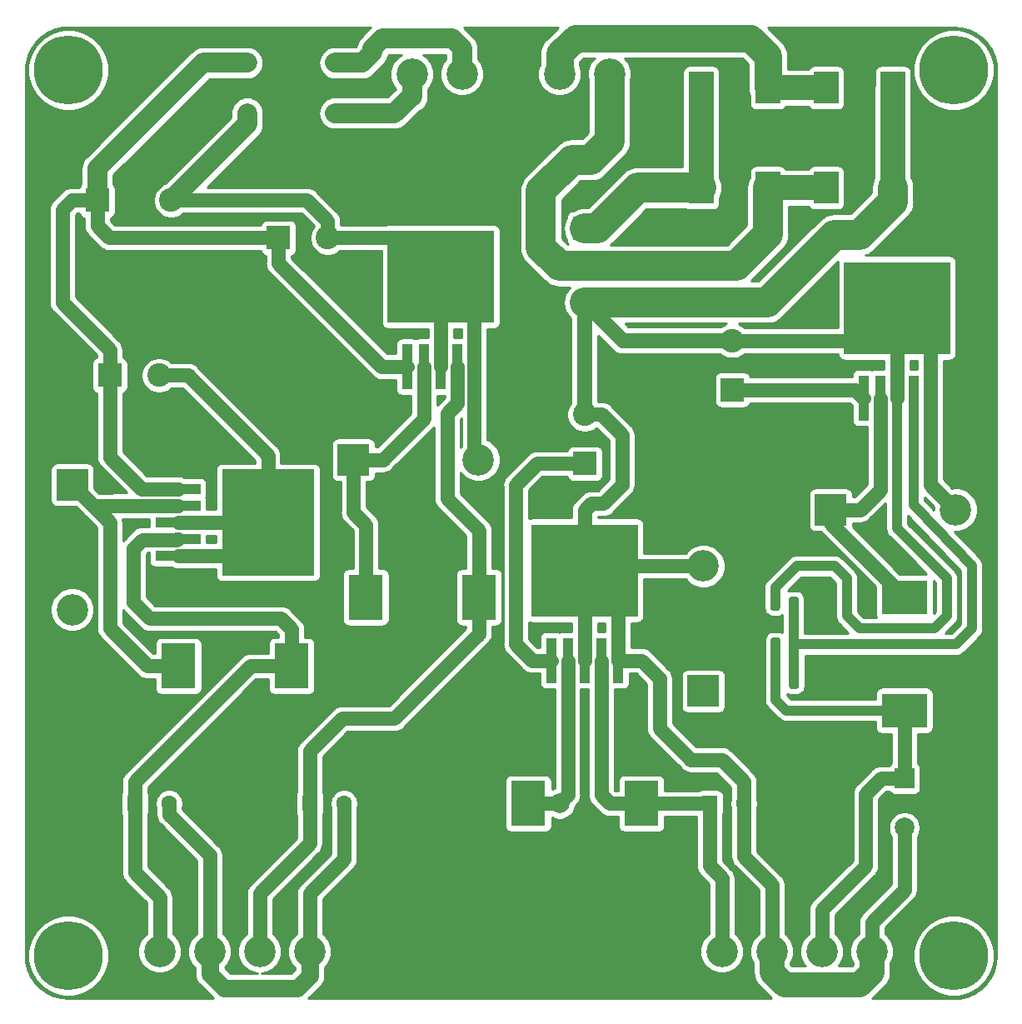
<source format=gbr>
G04 #@! TF.GenerationSoftware,KiCad,Pcbnew,(5.1.5)-3*
G04 #@! TF.CreationDate,2020-04-21T19:46:43+02:00*
G04 #@! TF.ProjectId,PowerSupply_v2,506f7765-7253-4757-9070-6c795f76322e,rev?*
G04 #@! TF.SameCoordinates,Original*
G04 #@! TF.FileFunction,Copper,L1,Top*
G04 #@! TF.FilePolarity,Positive*
%FSLAX46Y46*%
G04 Gerber Fmt 4.6, Leading zero omitted, Abs format (unit mm)*
G04 Created by KiCad (PCBNEW (5.1.5)-3) date 2020-04-21 19:46:43*
%MOMM*%
%LPD*%
G04 APERTURE LIST*
%ADD10C,7.000000*%
%ADD11C,2.400000*%
%ADD12R,2.400000X2.400000*%
%ADD13R,1.600000X1.600000*%
%ADD14C,1.600000*%
%ADD15R,2.000000X2.000000*%
%ADD16C,2.000000*%
%ADD17C,0.100000*%
%ADD18R,2.500000X3.300000*%
%ADD19R,3.200000X3.200000*%
%ADD20O,3.200000X3.200000*%
%ADD21C,3.200000*%
%ADD22R,3.500000X4.600000*%
%ADD23R,4.600000X3.500000*%
%ADD24R,1.500000X1.300000*%
%ADD25R,9.400000X10.800000*%
%ADD26R,4.600000X1.100000*%
%ADD27R,10.800000X9.400000*%
%ADD28R,1.100000X4.600000*%
%ADD29C,2.032000*%
%ADD30C,1.397000*%
%ADD31C,1.778000*%
%ADD32C,2.540000*%
%ADD33C,3.048000*%
%ADD34C,1.524000*%
%ADD35C,1.016000*%
%ADD36C,2.794000*%
%ADD37C,0.254000*%
G04 APERTURE END LIST*
D10*
X105000000Y-145000000D03*
X105000000Y-55000000D03*
X195000000Y-55000000D03*
X195000000Y-145000000D03*
D11*
X115450000Y-68250050D03*
D12*
X107950000Y-68250050D03*
X157480000Y-71120000D03*
D11*
X157480000Y-78620000D03*
X114220000Y-86030050D03*
D12*
X109220000Y-86030050D03*
D11*
X157500000Y-90000000D03*
D12*
X157500000Y-95000000D03*
D13*
X111760000Y-129540000D03*
D14*
X115260000Y-129540000D03*
D13*
X170180000Y-129540000D03*
D14*
X173680000Y-129540000D03*
D12*
X172500000Y-87500000D03*
D11*
X172500000Y-82500000D03*
D12*
X126365000Y-72060050D03*
D11*
X131365000Y-72060050D03*
D15*
X190000000Y-127000000D03*
D16*
X190000000Y-132000000D03*
D14*
X133040000Y-129540000D03*
D13*
X129540000Y-129540000D03*
G04 #@! TA.AperFunction,SMDPad,CuDef*
D17*
G36*
X177160142Y-116486224D02*
G01*
X177183803Y-116489734D01*
X177207007Y-116495546D01*
X177229529Y-116503604D01*
X177251153Y-116513832D01*
X177271670Y-116526129D01*
X177290883Y-116540379D01*
X177308607Y-116556443D01*
X177324671Y-116574167D01*
X177338921Y-116593380D01*
X177351218Y-116613897D01*
X177361446Y-116635521D01*
X177369504Y-116658043D01*
X177375316Y-116681247D01*
X177378826Y-116704908D01*
X177380000Y-116728800D01*
X177380000Y-117641300D01*
X177378826Y-117665192D01*
X177375316Y-117688853D01*
X177369504Y-117712057D01*
X177361446Y-117734579D01*
X177351218Y-117756203D01*
X177338921Y-117776720D01*
X177324671Y-117795933D01*
X177308607Y-117813657D01*
X177290883Y-117829721D01*
X177271670Y-117843971D01*
X177251153Y-117856268D01*
X177229529Y-117866496D01*
X177207007Y-117874554D01*
X177183803Y-117880366D01*
X177160142Y-117883876D01*
X177136250Y-117885050D01*
X176648750Y-117885050D01*
X176624858Y-117883876D01*
X176601197Y-117880366D01*
X176577993Y-117874554D01*
X176555471Y-117866496D01*
X176533847Y-117856268D01*
X176513330Y-117843971D01*
X176494117Y-117829721D01*
X176476393Y-117813657D01*
X176460329Y-117795933D01*
X176446079Y-117776720D01*
X176433782Y-117756203D01*
X176423554Y-117734579D01*
X176415496Y-117712057D01*
X176409684Y-117688853D01*
X176406174Y-117665192D01*
X176405000Y-117641300D01*
X176405000Y-116728800D01*
X176406174Y-116704908D01*
X176409684Y-116681247D01*
X176415496Y-116658043D01*
X176423554Y-116635521D01*
X176433782Y-116613897D01*
X176446079Y-116593380D01*
X176460329Y-116574167D01*
X176476393Y-116556443D01*
X176494117Y-116540379D01*
X176513330Y-116526129D01*
X176533847Y-116513832D01*
X176555471Y-116503604D01*
X176577993Y-116495546D01*
X176601197Y-116489734D01*
X176624858Y-116486224D01*
X176648750Y-116485050D01*
X177136250Y-116485050D01*
X177160142Y-116486224D01*
G37*
G04 #@! TD.AperFunction*
G04 #@! TA.AperFunction,SMDPad,CuDef*
G36*
X179035142Y-116486224D02*
G01*
X179058803Y-116489734D01*
X179082007Y-116495546D01*
X179104529Y-116503604D01*
X179126153Y-116513832D01*
X179146670Y-116526129D01*
X179165883Y-116540379D01*
X179183607Y-116556443D01*
X179199671Y-116574167D01*
X179213921Y-116593380D01*
X179226218Y-116613897D01*
X179236446Y-116635521D01*
X179244504Y-116658043D01*
X179250316Y-116681247D01*
X179253826Y-116704908D01*
X179255000Y-116728800D01*
X179255000Y-117641300D01*
X179253826Y-117665192D01*
X179250316Y-117688853D01*
X179244504Y-117712057D01*
X179236446Y-117734579D01*
X179226218Y-117756203D01*
X179213921Y-117776720D01*
X179199671Y-117795933D01*
X179183607Y-117813657D01*
X179165883Y-117829721D01*
X179146670Y-117843971D01*
X179126153Y-117856268D01*
X179104529Y-117866496D01*
X179082007Y-117874554D01*
X179058803Y-117880366D01*
X179035142Y-117883876D01*
X179011250Y-117885050D01*
X178523750Y-117885050D01*
X178499858Y-117883876D01*
X178476197Y-117880366D01*
X178452993Y-117874554D01*
X178430471Y-117866496D01*
X178408847Y-117856268D01*
X178388330Y-117843971D01*
X178369117Y-117829721D01*
X178351393Y-117813657D01*
X178335329Y-117795933D01*
X178321079Y-117776720D01*
X178308782Y-117756203D01*
X178298554Y-117734579D01*
X178290496Y-117712057D01*
X178284684Y-117688853D01*
X178281174Y-117665192D01*
X178280000Y-117641300D01*
X178280000Y-116728800D01*
X178281174Y-116704908D01*
X178284684Y-116681247D01*
X178290496Y-116658043D01*
X178298554Y-116635521D01*
X178308782Y-116613897D01*
X178321079Y-116593380D01*
X178335329Y-116574167D01*
X178351393Y-116556443D01*
X178369117Y-116540379D01*
X178388330Y-116526129D01*
X178408847Y-116513832D01*
X178430471Y-116503604D01*
X178452993Y-116495546D01*
X178476197Y-116489734D01*
X178499858Y-116486224D01*
X178523750Y-116485050D01*
X179011250Y-116485050D01*
X179035142Y-116486224D01*
G37*
G04 #@! TD.AperFunction*
D18*
X182020000Y-56820050D03*
X188820000Y-56820050D03*
X182020000Y-66980050D03*
X188820000Y-66980050D03*
X176120000Y-56820050D03*
X169320000Y-56820050D03*
X176120000Y-66980050D03*
X169320000Y-66980050D03*
D19*
X105410000Y-97155000D03*
D20*
X105410000Y-109855000D03*
D19*
X169545000Y-118110000D03*
D20*
X169545000Y-105410000D03*
X195200000Y-99695000D03*
D19*
X182500000Y-99695000D03*
D20*
X146685000Y-94615000D03*
D19*
X133985000Y-94615000D03*
D21*
X139954000Y-55423050D03*
X145034000Y-55423050D03*
X160020000Y-55423050D03*
X154940000Y-55423050D03*
X186690000Y-144577050D03*
X181610000Y-144577050D03*
X171450000Y-144577050D03*
X176530000Y-144577050D03*
X119380000Y-144577050D03*
X114300000Y-144577050D03*
X124460000Y-144577050D03*
X129540000Y-144577050D03*
D22*
X116205000Y-115570000D03*
X127705000Y-115570000D03*
X151765000Y-129540000D03*
X163265000Y-129540000D03*
D23*
X190000000Y-120085000D03*
X190000000Y-108585000D03*
D22*
X146755000Y-108585000D03*
X135255000Y-108585000D03*
G04 #@! TA.AperFunction,SMDPad,CuDef*
D17*
G36*
X179005142Y-108521174D02*
G01*
X179028803Y-108524684D01*
X179052007Y-108530496D01*
X179074529Y-108538554D01*
X179096153Y-108548782D01*
X179116670Y-108561079D01*
X179135883Y-108575329D01*
X179153607Y-108591393D01*
X179169671Y-108609117D01*
X179183921Y-108628330D01*
X179196218Y-108648847D01*
X179206446Y-108670471D01*
X179214504Y-108692993D01*
X179220316Y-108716197D01*
X179223826Y-108739858D01*
X179225000Y-108763750D01*
X179225000Y-109676250D01*
X179223826Y-109700142D01*
X179220316Y-109723803D01*
X179214504Y-109747007D01*
X179206446Y-109769529D01*
X179196218Y-109791153D01*
X179183921Y-109811670D01*
X179169671Y-109830883D01*
X179153607Y-109848607D01*
X179135883Y-109864671D01*
X179116670Y-109878921D01*
X179096153Y-109891218D01*
X179074529Y-109901446D01*
X179052007Y-109909504D01*
X179028803Y-109915316D01*
X179005142Y-109918826D01*
X178981250Y-109920000D01*
X178493750Y-109920000D01*
X178469858Y-109918826D01*
X178446197Y-109915316D01*
X178422993Y-109909504D01*
X178400471Y-109901446D01*
X178378847Y-109891218D01*
X178358330Y-109878921D01*
X178339117Y-109864671D01*
X178321393Y-109848607D01*
X178305329Y-109830883D01*
X178291079Y-109811670D01*
X178278782Y-109791153D01*
X178268554Y-109769529D01*
X178260496Y-109747007D01*
X178254684Y-109723803D01*
X178251174Y-109700142D01*
X178250000Y-109676250D01*
X178250000Y-108763750D01*
X178251174Y-108739858D01*
X178254684Y-108716197D01*
X178260496Y-108692993D01*
X178268554Y-108670471D01*
X178278782Y-108648847D01*
X178291079Y-108628330D01*
X178305329Y-108609117D01*
X178321393Y-108591393D01*
X178339117Y-108575329D01*
X178358330Y-108561079D01*
X178378847Y-108548782D01*
X178400471Y-108538554D01*
X178422993Y-108530496D01*
X178446197Y-108524684D01*
X178469858Y-108521174D01*
X178493750Y-108520000D01*
X178981250Y-108520000D01*
X179005142Y-108521174D01*
G37*
G04 #@! TD.AperFunction*
G04 #@! TA.AperFunction,SMDPad,CuDef*
G36*
X177130142Y-108521174D02*
G01*
X177153803Y-108524684D01*
X177177007Y-108530496D01*
X177199529Y-108538554D01*
X177221153Y-108548782D01*
X177241670Y-108561079D01*
X177260883Y-108575329D01*
X177278607Y-108591393D01*
X177294671Y-108609117D01*
X177308921Y-108628330D01*
X177321218Y-108648847D01*
X177331446Y-108670471D01*
X177339504Y-108692993D01*
X177345316Y-108716197D01*
X177348826Y-108739858D01*
X177350000Y-108763750D01*
X177350000Y-109676250D01*
X177348826Y-109700142D01*
X177345316Y-109723803D01*
X177339504Y-109747007D01*
X177331446Y-109769529D01*
X177321218Y-109791153D01*
X177308921Y-109811670D01*
X177294671Y-109830883D01*
X177278607Y-109848607D01*
X177260883Y-109864671D01*
X177241670Y-109878921D01*
X177221153Y-109891218D01*
X177199529Y-109901446D01*
X177177007Y-109909504D01*
X177153803Y-109915316D01*
X177130142Y-109918826D01*
X177106250Y-109920000D01*
X176618750Y-109920000D01*
X176594858Y-109918826D01*
X176571197Y-109915316D01*
X176547993Y-109909504D01*
X176525471Y-109901446D01*
X176503847Y-109891218D01*
X176483330Y-109878921D01*
X176464117Y-109864671D01*
X176446393Y-109848607D01*
X176430329Y-109830883D01*
X176416079Y-109811670D01*
X176403782Y-109791153D01*
X176393554Y-109769529D01*
X176385496Y-109747007D01*
X176379684Y-109723803D01*
X176376174Y-109700142D01*
X176375000Y-109676250D01*
X176375000Y-108763750D01*
X176376174Y-108739858D01*
X176379684Y-108716197D01*
X176385496Y-108692993D01*
X176393554Y-108670471D01*
X176403782Y-108648847D01*
X176416079Y-108628330D01*
X176430329Y-108609117D01*
X176446393Y-108591393D01*
X176464117Y-108575329D01*
X176483330Y-108561079D01*
X176503847Y-108548782D01*
X176525471Y-108538554D01*
X176547993Y-108530496D01*
X176571197Y-108524684D01*
X176594858Y-108521174D01*
X176618750Y-108520000D01*
X177106250Y-108520000D01*
X177130142Y-108521174D01*
G37*
G04 #@! TD.AperFunction*
G04 #@! TA.AperFunction,SMDPad,CuDef*
G36*
X179035142Y-112676224D02*
G01*
X179058803Y-112679734D01*
X179082007Y-112685546D01*
X179104529Y-112693604D01*
X179126153Y-112703832D01*
X179146670Y-112716129D01*
X179165883Y-112730379D01*
X179183607Y-112746443D01*
X179199671Y-112764167D01*
X179213921Y-112783380D01*
X179226218Y-112803897D01*
X179236446Y-112825521D01*
X179244504Y-112848043D01*
X179250316Y-112871247D01*
X179253826Y-112894908D01*
X179255000Y-112918800D01*
X179255000Y-113831300D01*
X179253826Y-113855192D01*
X179250316Y-113878853D01*
X179244504Y-113902057D01*
X179236446Y-113924579D01*
X179226218Y-113946203D01*
X179213921Y-113966720D01*
X179199671Y-113985933D01*
X179183607Y-114003657D01*
X179165883Y-114019721D01*
X179146670Y-114033971D01*
X179126153Y-114046268D01*
X179104529Y-114056496D01*
X179082007Y-114064554D01*
X179058803Y-114070366D01*
X179035142Y-114073876D01*
X179011250Y-114075050D01*
X178523750Y-114075050D01*
X178499858Y-114073876D01*
X178476197Y-114070366D01*
X178452993Y-114064554D01*
X178430471Y-114056496D01*
X178408847Y-114046268D01*
X178388330Y-114033971D01*
X178369117Y-114019721D01*
X178351393Y-114003657D01*
X178335329Y-113985933D01*
X178321079Y-113966720D01*
X178308782Y-113946203D01*
X178298554Y-113924579D01*
X178290496Y-113902057D01*
X178284684Y-113878853D01*
X178281174Y-113855192D01*
X178280000Y-113831300D01*
X178280000Y-112918800D01*
X178281174Y-112894908D01*
X178284684Y-112871247D01*
X178290496Y-112848043D01*
X178298554Y-112825521D01*
X178308782Y-112803897D01*
X178321079Y-112783380D01*
X178335329Y-112764167D01*
X178351393Y-112746443D01*
X178369117Y-112730379D01*
X178388330Y-112716129D01*
X178408847Y-112703832D01*
X178430471Y-112693604D01*
X178452993Y-112685546D01*
X178476197Y-112679734D01*
X178499858Y-112676224D01*
X178523750Y-112675050D01*
X179011250Y-112675050D01*
X179035142Y-112676224D01*
G37*
G04 #@! TD.AperFunction*
G04 #@! TA.AperFunction,SMDPad,CuDef*
G36*
X177160142Y-112676224D02*
G01*
X177183803Y-112679734D01*
X177207007Y-112685546D01*
X177229529Y-112693604D01*
X177251153Y-112703832D01*
X177271670Y-112716129D01*
X177290883Y-112730379D01*
X177308607Y-112746443D01*
X177324671Y-112764167D01*
X177338921Y-112783380D01*
X177351218Y-112803897D01*
X177361446Y-112825521D01*
X177369504Y-112848043D01*
X177375316Y-112871247D01*
X177378826Y-112894908D01*
X177380000Y-112918800D01*
X177380000Y-113831300D01*
X177378826Y-113855192D01*
X177375316Y-113878853D01*
X177369504Y-113902057D01*
X177361446Y-113924579D01*
X177351218Y-113946203D01*
X177338921Y-113966720D01*
X177324671Y-113985933D01*
X177308607Y-114003657D01*
X177290883Y-114019721D01*
X177271670Y-114033971D01*
X177251153Y-114046268D01*
X177229529Y-114056496D01*
X177207007Y-114064554D01*
X177183803Y-114070366D01*
X177160142Y-114073876D01*
X177136250Y-114075050D01*
X176648750Y-114075050D01*
X176624858Y-114073876D01*
X176601197Y-114070366D01*
X176577993Y-114064554D01*
X176555471Y-114056496D01*
X176533847Y-114046268D01*
X176513330Y-114033971D01*
X176494117Y-114019721D01*
X176476393Y-114003657D01*
X176460329Y-113985933D01*
X176446079Y-113966720D01*
X176433782Y-113946203D01*
X176423554Y-113924579D01*
X176415496Y-113902057D01*
X176409684Y-113878853D01*
X176406174Y-113855192D01*
X176405000Y-113831300D01*
X176405000Y-112918800D01*
X176406174Y-112894908D01*
X176409684Y-112871247D01*
X176415496Y-112848043D01*
X176423554Y-112825521D01*
X176433782Y-112803897D01*
X176446079Y-112783380D01*
X176460329Y-112764167D01*
X176476393Y-112746443D01*
X176494117Y-112730379D01*
X176513330Y-112716129D01*
X176533847Y-112703832D01*
X176555471Y-112693604D01*
X176577993Y-112685546D01*
X176601197Y-112679734D01*
X176624858Y-112676224D01*
X176648750Y-112675050D01*
X177136250Y-112675050D01*
X177160142Y-112676224D01*
G37*
G04 #@! TD.AperFunction*
D24*
X132080000Y-54280050D03*
X123180000Y-54280050D03*
X123180000Y-59380050D03*
X132080000Y-59380050D03*
D25*
X125295000Y-100965000D03*
D26*
X116145000Y-104365000D03*
X116145000Y-102665000D03*
X116145000Y-100965000D03*
X116145000Y-99265000D03*
X116145000Y-97565000D03*
D27*
X157480000Y-105845000D03*
D28*
X160880000Y-114995000D03*
X159180000Y-114995000D03*
X157480000Y-114995000D03*
X155780000Y-114995000D03*
X154080000Y-114995000D03*
X185830000Y-88325000D03*
X187530000Y-88325000D03*
X189230000Y-88325000D03*
X190930000Y-88325000D03*
X192630000Y-88325000D03*
D27*
X189230000Y-79175000D03*
D28*
X139475000Y-85150000D03*
X141175000Y-85150000D03*
X142875000Y-85150000D03*
X144575000Y-85150000D03*
X146275000Y-85150000D03*
D27*
X142875000Y-76000000D03*
D16*
X151638000Y-129540000D03*
X154940000Y-129540000D03*
D29*
X123180000Y-60520050D02*
X115450000Y-68250050D01*
X123180000Y-59380050D02*
X123180000Y-60520050D01*
D30*
X129252056Y-68250050D02*
X117147056Y-68250050D01*
X131365000Y-70362994D02*
X129252056Y-68250050D01*
X117147056Y-68250050D02*
X115450000Y-68250050D01*
X131365000Y-72060050D02*
X131365000Y-70362994D01*
X138935050Y-72060050D02*
X142875000Y-76000000D01*
X131365000Y-72060050D02*
X138935050Y-72060050D01*
X142875000Y-76000000D02*
X142875000Y-85150000D01*
X146275000Y-79400000D02*
X142875000Y-76000000D01*
X146275000Y-85150000D02*
X146275000Y-79400000D01*
X146275000Y-94205000D02*
X146685000Y-94615000D01*
X146275000Y-85150000D02*
X146275000Y-94205000D01*
X133040000Y-129540000D02*
X133040000Y-135184000D01*
X129540000Y-138684000D02*
X129540000Y-144577050D01*
X133040000Y-135184000D02*
X129540000Y-138684000D01*
D31*
X119380000Y-146839791D02*
X120876209Y-148336000D01*
X119380000Y-144577050D02*
X119380000Y-146839791D01*
X120876209Y-148336000D02*
X128270000Y-148336000D01*
X129540000Y-147066000D02*
X129540000Y-144577050D01*
X128270000Y-148336000D02*
X129540000Y-147066000D01*
D30*
X116145000Y-100965000D02*
X125295000Y-100965000D01*
X121895000Y-104365000D02*
X125295000Y-100965000D01*
X116145000Y-104365000D02*
X121895000Y-104365000D01*
X125295000Y-94168000D02*
X125295000Y-100965000D01*
X117157050Y-86030050D02*
X125295000Y-94168000D01*
X114220000Y-86030050D02*
X117157050Y-86030050D01*
X115260000Y-130671370D02*
X119380000Y-134791370D01*
X115260000Y-129540000D02*
X115260000Y-130671370D01*
X119380000Y-134791370D02*
X119380000Y-144577050D01*
D29*
X120398000Y-54280050D02*
X123180000Y-54280050D01*
X118688000Y-54280050D02*
X120398000Y-54280050D01*
X107950000Y-65018050D02*
X118688000Y-54280050D01*
X107950000Y-68250050D02*
X107950000Y-65018050D01*
D30*
X107950000Y-70847050D02*
X107950000Y-68250050D01*
X109163000Y-72060050D02*
X107950000Y-70847050D01*
X126365000Y-72060050D02*
X109163000Y-72060050D01*
X105353000Y-68250050D02*
X107950000Y-68250050D01*
X104394000Y-69209050D02*
X105353000Y-68250050D01*
X104394000Y-78607050D02*
X104394000Y-69209050D01*
X109220000Y-83433050D02*
X104394000Y-78607050D01*
X109220000Y-86030050D02*
X109220000Y-83433050D01*
X137528000Y-85150000D02*
X139475000Y-85150000D01*
X136857950Y-85150000D02*
X137528000Y-85150000D01*
X126365000Y-74657050D02*
X136857950Y-85150000D01*
X126365000Y-72060050D02*
X126365000Y-74657050D01*
X112448000Y-97565000D02*
X116145000Y-97565000D01*
X109220000Y-94337000D02*
X112448000Y-97565000D01*
X109220000Y-86030050D02*
X109220000Y-94337000D01*
D32*
X169320000Y-56820050D02*
X169320000Y-66980050D01*
D33*
X157480000Y-71120000D02*
X158750000Y-71120000D01*
X162889950Y-66980050D02*
X169320000Y-66980050D01*
X158750000Y-71120000D02*
X162889950Y-66980050D01*
D30*
X185005000Y-87500000D02*
X185830000Y-88325000D01*
X172500000Y-87500000D02*
X185005000Y-87500000D01*
X152133000Y-114995000D02*
X150495000Y-113357000D01*
X154080000Y-114995000D02*
X152133000Y-114995000D01*
X150495000Y-113357000D02*
X150495000Y-97155000D01*
X152650000Y-95000000D02*
X157500000Y-95000000D01*
X150495000Y-97155000D02*
X152650000Y-95000000D01*
D32*
X188820000Y-56820050D02*
X188820000Y-66980050D01*
D33*
X188820000Y-68355000D02*
X188820000Y-66980050D01*
X185420000Y-71755000D02*
X188820000Y-68355000D01*
X185420000Y-71755000D02*
X182880000Y-71755000D01*
X176015000Y-78620000D02*
X157480000Y-78620000D01*
X182880000Y-71755000D02*
X176015000Y-78620000D01*
D34*
X157480000Y-89980000D02*
X157500000Y-90000000D01*
X157480000Y-78620000D02*
X157480000Y-89980000D01*
X161360000Y-82500000D02*
X172500000Y-82500000D01*
X157480000Y-78620000D02*
X161360000Y-82500000D01*
D30*
X192630000Y-97125000D02*
X195200000Y-99695000D01*
X192630000Y-88325000D02*
X192630000Y-97125000D01*
X192630000Y-82575000D02*
X189230000Y-79175000D01*
X192630000Y-88325000D02*
X192630000Y-82575000D01*
X189230000Y-88325000D02*
X189230000Y-79175000D01*
X185905000Y-82500000D02*
X189230000Y-79175000D01*
X172500000Y-82500000D02*
X185905000Y-82500000D01*
X186690000Y-144577050D02*
X186690000Y-141605000D01*
X190000000Y-138295000D02*
X190000000Y-132000000D01*
X186690000Y-141605000D02*
X190000000Y-138295000D01*
X157480000Y-105845000D02*
X157480000Y-114995000D01*
X160880000Y-109245000D02*
X157480000Y-105845000D01*
X160880000Y-114995000D02*
X160880000Y-109245000D01*
X157915000Y-105410000D02*
X157480000Y-105845000D01*
X169545000Y-105410000D02*
X157915000Y-105410000D01*
X173680000Y-129540000D02*
X173680000Y-134945000D01*
X176530000Y-137795000D02*
X176530000Y-144577050D01*
X173680000Y-134945000D02*
X176530000Y-137795000D01*
X165100000Y-116840000D02*
X163255000Y-114995000D01*
X173680000Y-129540000D02*
X173680000Y-127325000D01*
X163255000Y-114995000D02*
X160880000Y-114995000D01*
X171450000Y-125095000D02*
X168275000Y-125095000D01*
X173680000Y-127325000D02*
X171450000Y-125095000D01*
X168275000Y-125095000D02*
X165100000Y-121920000D01*
X165100000Y-121920000D02*
X165100000Y-116840000D01*
X157500000Y-90000000D02*
X159215000Y-90000000D01*
X159215000Y-90000000D02*
X161290000Y-92075000D01*
X161290000Y-92075000D02*
X161290000Y-97155000D01*
X161290000Y-97155000D02*
X159385000Y-99060000D01*
X157480000Y-99748000D02*
X157480000Y-105845000D01*
X158168000Y-99060000D02*
X157480000Y-99748000D01*
X159385000Y-99060000D02*
X158168000Y-99060000D01*
D32*
X177800000Y-147955000D02*
X185420000Y-147955000D01*
X185420000Y-147955000D02*
X186690000Y-146685000D01*
X176530000Y-144577050D02*
X176530000Y-146685000D01*
X186690000Y-146685000D02*
X186690000Y-144577050D01*
X176530000Y-146685000D02*
X177800000Y-147955000D01*
D35*
X176862500Y-107617500D02*
X176862500Y-109220000D01*
X179070000Y-105410000D02*
X176862500Y-107617500D01*
X194310000Y-106680000D02*
X194310000Y-110490000D01*
X191770000Y-104140000D02*
X194310000Y-106680000D01*
X184150000Y-110490000D02*
X184150000Y-106680000D01*
X194310000Y-110490000D02*
X193040000Y-111760000D01*
X193040000Y-111760000D02*
X185420000Y-111760000D01*
X184150000Y-106680000D02*
X182880000Y-105410000D01*
X182880000Y-105410000D02*
X179070000Y-105410000D01*
X185420000Y-111760000D02*
X184150000Y-110490000D01*
X191770000Y-104140000D02*
X189230000Y-101600000D01*
X189230000Y-88325000D02*
X189230000Y-101600000D01*
D30*
X115980010Y-102713990D02*
X112551010Y-102713990D01*
X116145000Y-102665000D02*
X116029000Y-102665000D01*
X116029000Y-102665000D02*
X115980010Y-102713990D01*
X112551010Y-102713990D02*
X111633000Y-103632000D01*
X111633000Y-103632000D02*
X111633000Y-109093000D01*
X111633000Y-109093000D02*
X113284000Y-110744000D01*
X113284000Y-110744000D02*
X126619000Y-110744000D01*
X127705000Y-111830000D02*
X127705000Y-115570000D01*
X126619000Y-110744000D02*
X127705000Y-111830000D01*
X111760000Y-129540000D02*
X111760000Y-136525000D01*
X114300000Y-139065000D02*
X114300000Y-144577050D01*
X111760000Y-136525000D02*
X114300000Y-139065000D01*
X124558000Y-115570000D02*
X127705000Y-115570000D01*
X123533000Y-115570000D02*
X124558000Y-115570000D01*
X111760000Y-127343000D02*
X123533000Y-115570000D01*
X111760000Y-129540000D02*
X111760000Y-127343000D01*
X159180000Y-114995000D02*
X159180000Y-128700000D01*
X160020000Y-129540000D02*
X163265000Y-129540000D01*
X159180000Y-128700000D02*
X160020000Y-129540000D01*
X163265000Y-129540000D02*
X170180000Y-129540000D01*
X170180000Y-129540000D02*
X170180000Y-135890000D01*
X171450000Y-137160000D02*
X171450000Y-144577050D01*
X170180000Y-135890000D02*
X171450000Y-137160000D01*
D35*
X176892500Y-117185050D02*
X176892500Y-118980500D01*
X177997000Y-120085000D02*
X190000000Y-120085000D01*
X176892500Y-118980500D02*
X177997000Y-120085000D01*
D30*
X190000000Y-120085000D02*
X190000000Y-127000000D01*
X181610000Y-144577050D02*
X181610000Y-140335000D01*
X181610000Y-140335000D02*
X186055000Y-135890000D01*
X187603000Y-127000000D02*
X190000000Y-127000000D01*
X186055000Y-128548000D02*
X187603000Y-127000000D01*
X186055000Y-135890000D02*
X186055000Y-128548000D01*
D35*
X176892500Y-117185050D02*
X176892500Y-113375050D01*
D30*
X144575000Y-88847000D02*
X143510000Y-89912000D01*
X144575000Y-85150000D02*
X144575000Y-88847000D01*
X143510000Y-89912000D02*
X143510000Y-98552000D01*
X146755000Y-101797000D02*
X146755000Y-108585000D01*
X143510000Y-98552000D02*
X146755000Y-101797000D01*
X146755000Y-112282000D02*
X138133000Y-120904000D01*
X146755000Y-108585000D02*
X146755000Y-112282000D01*
X138133000Y-120904000D02*
X132842000Y-120904000D01*
X129540000Y-124206000D02*
X129540000Y-129540000D01*
X132842000Y-120904000D02*
X129540000Y-124206000D01*
X129540000Y-129540000D02*
X129540000Y-133604000D01*
X124460000Y-138684000D02*
X124460000Y-144577050D01*
X129540000Y-133604000D02*
X124460000Y-138684000D01*
D35*
X179255000Y-113375050D02*
X178767500Y-113375050D01*
X195234950Y-113375050D02*
X179255000Y-113375050D01*
X196850000Y-111760000D02*
X195234950Y-113375050D01*
X190930000Y-88325000D02*
X190930000Y-89740000D01*
X196850000Y-105410000D02*
X196850000Y-111760000D01*
X190930000Y-99236000D02*
X191262000Y-99568000D01*
X190930000Y-88325000D02*
X190930000Y-99236000D01*
X191262000Y-99568000D02*
X196850000Y-105410000D01*
X178737500Y-113345050D02*
X178767500Y-113375050D01*
X178737500Y-109220000D02*
X178737500Y-113345050D01*
X178767500Y-113375050D02*
X178767500Y-117185050D01*
D32*
X176120000Y-56820050D02*
X182020000Y-56820050D01*
D36*
X154940000Y-53340000D02*
X156530977Y-51749024D01*
X154940000Y-55423050D02*
X154940000Y-53340000D01*
X176120000Y-56820050D02*
X176120000Y-53565000D01*
X174304024Y-51749024D02*
X156530977Y-51749024D01*
X176120000Y-53565000D02*
X174304024Y-51749024D01*
D32*
X176120000Y-66980050D02*
X182020000Y-66980050D01*
D33*
X176120000Y-71678050D02*
X176120000Y-66980050D01*
X154940000Y-74930000D02*
X172868050Y-74930000D01*
X153035000Y-73025000D02*
X154940000Y-74930000D01*
X172868050Y-74930000D02*
X176120000Y-71678050D01*
X160020000Y-62230000D02*
X158115000Y-64135000D01*
X153035000Y-67310000D02*
X153035000Y-73025000D01*
X160020000Y-55423050D02*
X160020000Y-62230000D01*
X158115000Y-64135000D02*
X156210000Y-64135000D01*
X156210000Y-64135000D02*
X153035000Y-67310000D01*
D30*
X107520000Y-99265000D02*
X105410000Y-97155000D01*
X109220000Y-100965000D02*
X107569000Y-99314000D01*
X113058000Y-115570000D02*
X109220000Y-111732000D01*
X116145000Y-99265000D02*
X107569000Y-99314000D01*
X116205000Y-115570000D02*
X113058000Y-115570000D01*
X107569000Y-99314000D02*
X107520000Y-99265000D01*
X109220000Y-111732000D02*
X109220000Y-100965000D01*
X154912000Y-129540000D02*
X151765000Y-129540000D01*
X155780000Y-128672000D02*
X155688000Y-128764000D01*
X155780000Y-114995000D02*
X155780000Y-128672000D01*
X151765000Y-129540000D02*
X151765000Y-129540000D01*
X155688000Y-128764000D02*
X154912000Y-129540000D01*
X185497000Y-99695000D02*
X182500000Y-99695000D01*
X187530000Y-97662000D02*
X185497000Y-99695000D01*
X187530000Y-88325000D02*
X187530000Y-97662000D01*
X182500000Y-101085000D02*
X190000000Y-108585000D01*
X182500000Y-99695000D02*
X182500000Y-101085000D01*
X136982000Y-94615000D02*
X133985000Y-94615000D01*
X141175000Y-90422000D02*
X136982000Y-94615000D01*
X141175000Y-85150000D02*
X141175000Y-90422000D01*
X133985000Y-94615000D02*
X133985000Y-99949000D01*
X135255000Y-101219000D02*
X135255000Y-108585000D01*
X133985000Y-99949000D02*
X135255000Y-101219000D01*
D29*
X139954000Y-55423050D02*
X139954000Y-57685791D01*
X138147841Y-59380050D02*
X132080000Y-59380050D01*
X139842100Y-57685791D02*
X138147841Y-59380050D01*
X139954000Y-57685791D02*
X139842100Y-57685791D01*
X135890000Y-52832000D02*
X136906000Y-51816000D01*
X136906000Y-51816000D02*
X144018000Y-51816000D01*
X145034000Y-52832000D02*
X145034000Y-55423050D01*
X144018000Y-51816000D02*
X145034000Y-52832000D01*
X135890000Y-53252050D02*
X134862000Y-54280050D01*
X134862000Y-54280050D02*
X132080000Y-54280050D01*
X135890000Y-52832000D02*
X135890000Y-53252050D01*
D37*
G36*
X194970888Y-50660025D02*
G01*
X195768083Y-50731173D01*
X196511891Y-50934656D01*
X197207905Y-51266638D01*
X197834130Y-51716626D01*
X198370777Y-52270403D01*
X198800871Y-52910451D01*
X199110829Y-53616553D01*
X199292065Y-54371457D01*
X199340000Y-55024208D01*
X199340101Y-144969477D01*
X199268827Y-145768083D01*
X199065344Y-146511890D01*
X198733363Y-147207904D01*
X198283374Y-147834130D01*
X197729597Y-148370777D01*
X197089549Y-148800871D01*
X196383447Y-149110829D01*
X195628543Y-149292065D01*
X194975793Y-149340000D01*
X186735241Y-149340000D01*
X186773556Y-149308556D01*
X186833220Y-149235855D01*
X187970860Y-148098216D01*
X188043556Y-148038556D01*
X188203311Y-147843894D01*
X188281613Y-147748483D01*
X188420813Y-147488057D01*
X188458506Y-147417539D01*
X188567436Y-147058445D01*
X188595000Y-146778582D01*
X188595000Y-146778581D01*
X188604217Y-146685001D01*
X188595000Y-146591421D01*
X188595000Y-145748909D01*
X188670631Y-145635719D01*
X188839110Y-145228975D01*
X188925000Y-144797178D01*
X188925000Y-144592738D01*
X190865000Y-144592738D01*
X190865000Y-145407262D01*
X191023906Y-146206135D01*
X191335611Y-146958657D01*
X191788136Y-147635909D01*
X192364091Y-148211864D01*
X193041343Y-148664389D01*
X193793865Y-148976094D01*
X194592738Y-149135000D01*
X195407262Y-149135000D01*
X196206135Y-148976094D01*
X196958657Y-148664389D01*
X197635909Y-148211864D01*
X198211864Y-147635909D01*
X198664389Y-146958657D01*
X198976094Y-146206135D01*
X199135000Y-145407262D01*
X199135000Y-144592738D01*
X198976094Y-143793865D01*
X198664389Y-143041343D01*
X198211864Y-142364091D01*
X197635909Y-141788136D01*
X196958657Y-141335611D01*
X196206135Y-141023906D01*
X195407262Y-140865000D01*
X194592738Y-140865000D01*
X193793865Y-141023906D01*
X193041343Y-141335611D01*
X192364091Y-141788136D01*
X191788136Y-142364091D01*
X191335611Y-143041343D01*
X191023906Y-143793865D01*
X190865000Y-144592738D01*
X188925000Y-144592738D01*
X188925000Y-144356922D01*
X188839110Y-143925125D01*
X188670631Y-143518381D01*
X188426038Y-143152321D01*
X188114729Y-142841012D01*
X188023500Y-142780055D01*
X188023500Y-142157353D01*
X190896610Y-139284244D01*
X190947489Y-139242489D01*
X190989245Y-139191609D01*
X190989248Y-139191606D01*
X191114129Y-139039437D01*
X191124093Y-139020795D01*
X191237954Y-138807777D01*
X191314205Y-138556412D01*
X191333500Y-138360508D01*
X191333500Y-138360498D01*
X191339951Y-138295000D01*
X191333500Y-138229503D01*
X191333500Y-132947198D01*
X191448918Y-132774463D01*
X191572168Y-132476912D01*
X191635000Y-132161033D01*
X191635000Y-131838967D01*
X191572168Y-131523088D01*
X191448918Y-131225537D01*
X191269987Y-130957748D01*
X191042252Y-130730013D01*
X190774463Y-130551082D01*
X190476912Y-130427832D01*
X190161033Y-130365000D01*
X189838967Y-130365000D01*
X189523088Y-130427832D01*
X189225537Y-130551082D01*
X188957748Y-130730013D01*
X188730013Y-130957748D01*
X188551082Y-131225537D01*
X188427832Y-131523088D01*
X188365000Y-131838967D01*
X188365000Y-132161033D01*
X188427832Y-132476912D01*
X188551082Y-132774463D01*
X188666501Y-132947199D01*
X188666500Y-137742646D01*
X185793392Y-140615755D01*
X185742512Y-140657511D01*
X185700756Y-140708391D01*
X185700752Y-140708395D01*
X185575871Y-140860563D01*
X185452047Y-141092223D01*
X185375796Y-141343589D01*
X185350049Y-141605000D01*
X185356501Y-141670507D01*
X185356501Y-142780054D01*
X185265271Y-142841012D01*
X184953962Y-143152321D01*
X184709369Y-143518381D01*
X184540890Y-143925125D01*
X184455000Y-144356922D01*
X184455000Y-144797178D01*
X184540890Y-145228975D01*
X184709369Y-145635719D01*
X184785000Y-145748910D01*
X184785000Y-145895924D01*
X184630925Y-146050000D01*
X183297817Y-146050000D01*
X183346038Y-146001779D01*
X183590631Y-145635719D01*
X183759110Y-145228975D01*
X183845000Y-144797178D01*
X183845000Y-144356922D01*
X183759110Y-143925125D01*
X183590631Y-143518381D01*
X183346038Y-143152321D01*
X183034729Y-142841012D01*
X182943500Y-142780055D01*
X182943500Y-140887353D01*
X186951604Y-136879249D01*
X187002489Y-136837489D01*
X187131022Y-136680871D01*
X187169129Y-136634438D01*
X187251252Y-136480795D01*
X187292954Y-136402777D01*
X187369205Y-136151412D01*
X187388500Y-135955508D01*
X187388500Y-135955498D01*
X187394951Y-135890001D01*
X187388500Y-135824503D01*
X187388500Y-129100353D01*
X188155354Y-128333500D01*
X188458241Y-128333500D01*
X188469463Y-128354494D01*
X188548815Y-128451185D01*
X188645506Y-128530537D01*
X188755820Y-128589502D01*
X188875518Y-128625812D01*
X189000000Y-128638072D01*
X191000000Y-128638072D01*
X191124482Y-128625812D01*
X191244180Y-128589502D01*
X191354494Y-128530537D01*
X191451185Y-128451185D01*
X191530537Y-128354494D01*
X191589502Y-128244180D01*
X191625812Y-128124482D01*
X191638072Y-128000000D01*
X191638072Y-126000000D01*
X191625812Y-125875518D01*
X191589502Y-125755820D01*
X191530537Y-125645506D01*
X191451185Y-125548815D01*
X191354494Y-125469463D01*
X191333500Y-125458241D01*
X191333500Y-122473072D01*
X192300000Y-122473072D01*
X192424482Y-122460812D01*
X192544180Y-122424502D01*
X192654494Y-122365537D01*
X192751185Y-122286185D01*
X192830537Y-122189494D01*
X192889502Y-122079180D01*
X192925812Y-121959482D01*
X192938072Y-121835000D01*
X192938072Y-118335000D01*
X192925812Y-118210518D01*
X192889502Y-118090820D01*
X192830537Y-117980506D01*
X192751185Y-117883815D01*
X192654494Y-117804463D01*
X192544180Y-117745498D01*
X192424482Y-117709188D01*
X192300000Y-117696928D01*
X187700000Y-117696928D01*
X187575518Y-117709188D01*
X187455820Y-117745498D01*
X187345506Y-117804463D01*
X187248815Y-117883815D01*
X187169463Y-117980506D01*
X187110498Y-118090820D01*
X187074188Y-118210518D01*
X187061928Y-118335000D01*
X187061928Y-118942000D01*
X178470446Y-118942000D01*
X178035500Y-118507055D01*
X178035500Y-118375397D01*
X178186291Y-118455997D01*
X178351715Y-118506178D01*
X178523750Y-118523122D01*
X179011250Y-118523122D01*
X179183285Y-118506178D01*
X179348709Y-118455997D01*
X179501164Y-118374508D01*
X179634792Y-118264842D01*
X179744458Y-118131214D01*
X179825947Y-117978759D01*
X179876128Y-117813335D01*
X179893072Y-117641300D01*
X179893072Y-117412048D01*
X179893961Y-117409117D01*
X179910500Y-117241196D01*
X179910500Y-114518050D01*
X195178811Y-114518050D01*
X195234950Y-114523579D01*
X195291089Y-114518050D01*
X195291096Y-114518050D01*
X195459017Y-114501511D01*
X195674473Y-114436153D01*
X195873039Y-114330018D01*
X196047083Y-114187183D01*
X196082877Y-114143568D01*
X197618523Y-112607923D01*
X197662133Y-112572133D01*
X197804968Y-112398089D01*
X197884877Y-112248589D01*
X197911103Y-112199524D01*
X197976461Y-111984068D01*
X197978488Y-111963483D01*
X197993000Y-111816146D01*
X197993000Y-111816139D01*
X197998529Y-111760000D01*
X197993000Y-111703861D01*
X197993000Y-105478880D01*
X197998246Y-105435516D01*
X197993000Y-105366582D01*
X197993000Y-105353854D01*
X197988739Y-105310594D01*
X197981161Y-105211014D01*
X197977716Y-105198678D01*
X197976461Y-105185933D01*
X197947464Y-105090344D01*
X197920605Y-104994159D01*
X197914822Y-104982735D01*
X197911103Y-104970477D01*
X197864017Y-104882385D01*
X197818908Y-104793284D01*
X197811005Y-104783206D01*
X197804968Y-104771911D01*
X197741609Y-104694708D01*
X197714789Y-104660506D01*
X197705992Y-104651310D01*
X197662133Y-104597867D01*
X197628368Y-104570157D01*
X195103000Y-101930000D01*
X195420128Y-101930000D01*
X195851925Y-101844110D01*
X196258669Y-101675631D01*
X196624729Y-101431038D01*
X196936038Y-101119729D01*
X197180631Y-100753669D01*
X197349110Y-100346925D01*
X197435000Y-99915128D01*
X197435000Y-99474872D01*
X197349110Y-99043075D01*
X197180631Y-98636331D01*
X196936038Y-98270271D01*
X196624729Y-97958962D01*
X196258669Y-97714369D01*
X195851925Y-97545890D01*
X195420128Y-97460000D01*
X194979872Y-97460000D01*
X194872259Y-97481406D01*
X193963500Y-96572647D01*
X193963500Y-84513072D01*
X194630000Y-84513072D01*
X194754482Y-84500812D01*
X194874180Y-84464502D01*
X194984494Y-84405537D01*
X195081185Y-84326185D01*
X195160537Y-84229494D01*
X195219502Y-84119180D01*
X195255812Y-83999482D01*
X195268072Y-83875000D01*
X195268072Y-74475000D01*
X195255812Y-74350518D01*
X195219502Y-74230820D01*
X195160537Y-74120506D01*
X195081185Y-74023815D01*
X194984494Y-73944463D01*
X194874180Y-73885498D01*
X194754482Y-73849188D01*
X194630000Y-73836928D01*
X185994329Y-73836928D01*
X186250211Y-73759307D01*
X186625280Y-73558828D01*
X186954030Y-73289030D01*
X187021644Y-73206642D01*
X190271647Y-69956640D01*
X190354030Y-69889030D01*
X190623828Y-69560280D01*
X190824307Y-69185211D01*
X190947761Y-68778238D01*
X190979000Y-68461061D01*
X190979000Y-68461051D01*
X190989445Y-68355001D01*
X190979000Y-68248950D01*
X190979000Y-66873990D01*
X190947761Y-66556813D01*
X190824307Y-66149839D01*
X190725000Y-65964049D01*
X190725000Y-56726468D01*
X190708072Y-56554595D01*
X190708072Y-55170050D01*
X190695812Y-55045568D01*
X190659502Y-54925870D01*
X190600537Y-54815556D01*
X190521185Y-54718865D01*
X190424494Y-54639513D01*
X190336986Y-54592738D01*
X190865000Y-54592738D01*
X190865000Y-55407262D01*
X191023906Y-56206135D01*
X191335611Y-56958657D01*
X191788136Y-57635909D01*
X192364091Y-58211864D01*
X193041343Y-58664389D01*
X193793865Y-58976094D01*
X194592738Y-59135000D01*
X195407262Y-59135000D01*
X196206135Y-58976094D01*
X196958657Y-58664389D01*
X197635909Y-58211864D01*
X198211864Y-57635909D01*
X198664389Y-56958657D01*
X198976094Y-56206135D01*
X199135000Y-55407262D01*
X199135000Y-54592738D01*
X198976094Y-53793865D01*
X198664389Y-53041343D01*
X198211864Y-52364091D01*
X197635909Y-51788136D01*
X196958657Y-51335611D01*
X196206135Y-51023906D01*
X195407262Y-50865000D01*
X194592738Y-50865000D01*
X193793865Y-51023906D01*
X193041343Y-51335611D01*
X192364091Y-51788136D01*
X191788136Y-52364091D01*
X191335611Y-53041343D01*
X191023906Y-53793865D01*
X190865000Y-54592738D01*
X190336986Y-54592738D01*
X190314180Y-54580548D01*
X190194482Y-54544238D01*
X190070000Y-54531978D01*
X187570000Y-54531978D01*
X187445518Y-54544238D01*
X187325820Y-54580548D01*
X187215506Y-54639513D01*
X187118815Y-54718865D01*
X187039463Y-54815556D01*
X186980498Y-54925870D01*
X186944188Y-55045568D01*
X186931928Y-55170050D01*
X186931928Y-56554596D01*
X186915000Y-56726469D01*
X186915001Y-65964049D01*
X186815694Y-66149839D01*
X186692239Y-66556812D01*
X186661000Y-66873989D01*
X186661000Y-67460713D01*
X184525714Y-69596000D01*
X182986050Y-69596000D01*
X182879999Y-69585555D01*
X182773949Y-69596000D01*
X182773939Y-69596000D01*
X182456762Y-69627239D01*
X182049789Y-69750693D01*
X181674720Y-69951172D01*
X181345970Y-70220970D01*
X181278360Y-70303353D01*
X175120714Y-76461000D01*
X174404567Y-76461000D01*
X174469694Y-76381642D01*
X177571647Y-73279690D01*
X177654030Y-73212080D01*
X177923828Y-72883330D01*
X178010254Y-72721639D01*
X178124307Y-72508262D01*
X178153040Y-72413541D01*
X178247761Y-72101288D01*
X178279000Y-71784111D01*
X178279000Y-71784108D01*
X178289446Y-71678050D01*
X178279000Y-71571992D01*
X178279000Y-68885050D01*
X180186282Y-68885050D01*
X180239463Y-68984544D01*
X180318815Y-69081235D01*
X180415506Y-69160587D01*
X180525820Y-69219552D01*
X180645518Y-69255862D01*
X180770000Y-69268122D01*
X183270000Y-69268122D01*
X183394482Y-69255862D01*
X183514180Y-69219552D01*
X183624494Y-69160587D01*
X183721185Y-69081235D01*
X183800537Y-68984544D01*
X183859502Y-68874230D01*
X183895812Y-68754532D01*
X183908072Y-68630050D01*
X183908072Y-67245506D01*
X183934217Y-66980050D01*
X183908072Y-66714594D01*
X183908072Y-65330050D01*
X183895812Y-65205568D01*
X183859502Y-65085870D01*
X183800537Y-64975556D01*
X183721185Y-64878865D01*
X183624494Y-64799513D01*
X183514180Y-64740548D01*
X183394482Y-64704238D01*
X183270000Y-64691978D01*
X180770000Y-64691978D01*
X180645518Y-64704238D01*
X180525820Y-64740548D01*
X180415506Y-64799513D01*
X180318815Y-64878865D01*
X180239463Y-64975556D01*
X180186282Y-65075050D01*
X177953718Y-65075050D01*
X177900537Y-64975556D01*
X177821185Y-64878865D01*
X177724494Y-64799513D01*
X177614180Y-64740548D01*
X177494482Y-64704238D01*
X177370000Y-64691978D01*
X174870000Y-64691978D01*
X174745518Y-64704238D01*
X174625820Y-64740548D01*
X174515506Y-64799513D01*
X174418815Y-64878865D01*
X174339463Y-64975556D01*
X174280498Y-65085870D01*
X174244188Y-65205568D01*
X174231928Y-65330050D01*
X174231928Y-65932381D01*
X174115694Y-66149839D01*
X173992240Y-66556812D01*
X173961001Y-66873989D01*
X173961000Y-70783763D01*
X171973764Y-72771000D01*
X160141502Y-72771000D01*
X160284030Y-72654030D01*
X160351644Y-72571642D01*
X163784237Y-69139050D01*
X167689263Y-69139050D01*
X167715506Y-69160587D01*
X167825820Y-69219552D01*
X167945518Y-69255862D01*
X168070000Y-69268122D01*
X170570000Y-69268122D01*
X170694482Y-69255862D01*
X170814180Y-69219552D01*
X170924494Y-69160587D01*
X171021185Y-69081235D01*
X171100537Y-68984544D01*
X171159502Y-68874230D01*
X171195812Y-68754532D01*
X171208072Y-68630050D01*
X171208072Y-68027721D01*
X171324307Y-67810261D01*
X171447761Y-67403288D01*
X171489446Y-66980050D01*
X171447761Y-66556812D01*
X171324307Y-66149839D01*
X171225000Y-65964049D01*
X171225000Y-56726468D01*
X171208072Y-56554595D01*
X171208072Y-55170050D01*
X171195812Y-55045568D01*
X171159502Y-54925870D01*
X171100537Y-54815556D01*
X171021185Y-54718865D01*
X170924494Y-54639513D01*
X170814180Y-54580548D01*
X170694482Y-54544238D01*
X170570000Y-54531978D01*
X168070000Y-54531978D01*
X167945518Y-54544238D01*
X167825820Y-54580548D01*
X167715506Y-54639513D01*
X167618815Y-54718865D01*
X167539463Y-54815556D01*
X167480498Y-54925870D01*
X167444188Y-55045568D01*
X167431928Y-55170050D01*
X167431928Y-56554596D01*
X167415000Y-56726469D01*
X167415001Y-64821050D01*
X162996000Y-64821050D01*
X162889949Y-64810605D01*
X162783899Y-64821050D01*
X162783889Y-64821050D01*
X162466712Y-64852289D01*
X162059739Y-64975743D01*
X161885148Y-65069064D01*
X161684669Y-65176222D01*
X161526909Y-65305693D01*
X161355920Y-65446020D01*
X161288310Y-65528403D01*
X157855714Y-68961000D01*
X157373939Y-68961000D01*
X157056762Y-68992239D01*
X156649789Y-69115693D01*
X156338786Y-69281928D01*
X156280000Y-69281928D01*
X156155518Y-69294188D01*
X156035820Y-69330498D01*
X155925506Y-69389463D01*
X155828815Y-69468815D01*
X155749463Y-69565506D01*
X155690498Y-69675820D01*
X155654188Y-69795518D01*
X155641928Y-69920000D01*
X155641928Y-69978786D01*
X155475693Y-70289789D01*
X155352239Y-70696762D01*
X155310554Y-71120000D01*
X155352239Y-71543238D01*
X155475693Y-71950211D01*
X155641928Y-72261214D01*
X155641928Y-72320000D01*
X155654188Y-72444482D01*
X155690498Y-72564180D01*
X155749463Y-72674494D01*
X155802927Y-72739641D01*
X155194000Y-72130714D01*
X155194000Y-68204286D01*
X157104287Y-66294000D01*
X158008942Y-66294000D01*
X158115000Y-66304446D01*
X158221058Y-66294000D01*
X158221061Y-66294000D01*
X158538238Y-66262761D01*
X158945211Y-66139307D01*
X159320280Y-65938828D01*
X159649030Y-65669030D01*
X159716644Y-65586642D01*
X161471647Y-63831640D01*
X161554030Y-63764030D01*
X161823828Y-63435280D01*
X161847529Y-63390939D01*
X162024307Y-63060212D01*
X162063891Y-62929720D01*
X162147761Y-62653238D01*
X162179000Y-62336061D01*
X162179000Y-62336058D01*
X162189446Y-62230000D01*
X162179000Y-62123942D01*
X162179000Y-56025255D01*
X162255000Y-55643178D01*
X162255000Y-55202922D01*
X162169110Y-54771125D01*
X162000631Y-54364381D01*
X161756038Y-53998321D01*
X161538741Y-53781024D01*
X173462343Y-53781024D01*
X174088001Y-54406682D01*
X174088000Y-56919865D01*
X174117402Y-57218390D01*
X174231928Y-57595932D01*
X174231928Y-58470050D01*
X174244188Y-58594532D01*
X174280498Y-58714230D01*
X174339463Y-58824544D01*
X174418815Y-58921235D01*
X174515506Y-59000587D01*
X174625820Y-59059552D01*
X174745518Y-59095862D01*
X174870000Y-59108122D01*
X177370000Y-59108122D01*
X177494482Y-59095862D01*
X177614180Y-59059552D01*
X177724494Y-59000587D01*
X177821185Y-58921235D01*
X177900537Y-58824544D01*
X177953718Y-58725050D01*
X180186282Y-58725050D01*
X180239463Y-58824544D01*
X180318815Y-58921235D01*
X180415506Y-59000587D01*
X180525820Y-59059552D01*
X180645518Y-59095862D01*
X180770000Y-59108122D01*
X183270000Y-59108122D01*
X183394482Y-59095862D01*
X183514180Y-59059552D01*
X183624494Y-59000587D01*
X183721185Y-58921235D01*
X183800537Y-58824544D01*
X183859502Y-58714230D01*
X183895812Y-58594532D01*
X183908072Y-58470050D01*
X183908072Y-57085506D01*
X183934217Y-56820050D01*
X183908072Y-56554594D01*
X183908072Y-55170050D01*
X183895812Y-55045568D01*
X183859502Y-54925870D01*
X183800537Y-54815556D01*
X183721185Y-54718865D01*
X183624494Y-54639513D01*
X183514180Y-54580548D01*
X183394482Y-54544238D01*
X183270000Y-54531978D01*
X180770000Y-54531978D01*
X180645518Y-54544238D01*
X180525820Y-54580548D01*
X180415506Y-54639513D01*
X180318815Y-54718865D01*
X180239463Y-54815556D01*
X180186282Y-54915050D01*
X178152000Y-54915050D01*
X178152000Y-53664813D01*
X178161831Y-53565000D01*
X178144188Y-53385870D01*
X178122598Y-53166659D01*
X178006406Y-52783625D01*
X177817720Y-52430619D01*
X177563793Y-52121207D01*
X177486257Y-52057575D01*
X176088701Y-50660020D01*
X194970888Y-50660025D01*
G37*
X194970888Y-50660025D02*
X195768083Y-50731173D01*
X196511891Y-50934656D01*
X197207905Y-51266638D01*
X197834130Y-51716626D01*
X198370777Y-52270403D01*
X198800871Y-52910451D01*
X199110829Y-53616553D01*
X199292065Y-54371457D01*
X199340000Y-55024208D01*
X199340101Y-144969477D01*
X199268827Y-145768083D01*
X199065344Y-146511890D01*
X198733363Y-147207904D01*
X198283374Y-147834130D01*
X197729597Y-148370777D01*
X197089549Y-148800871D01*
X196383447Y-149110829D01*
X195628543Y-149292065D01*
X194975793Y-149340000D01*
X186735241Y-149340000D01*
X186773556Y-149308556D01*
X186833220Y-149235855D01*
X187970860Y-148098216D01*
X188043556Y-148038556D01*
X188203311Y-147843894D01*
X188281613Y-147748483D01*
X188420813Y-147488057D01*
X188458506Y-147417539D01*
X188567436Y-147058445D01*
X188595000Y-146778582D01*
X188595000Y-146778581D01*
X188604217Y-146685001D01*
X188595000Y-146591421D01*
X188595000Y-145748909D01*
X188670631Y-145635719D01*
X188839110Y-145228975D01*
X188925000Y-144797178D01*
X188925000Y-144592738D01*
X190865000Y-144592738D01*
X190865000Y-145407262D01*
X191023906Y-146206135D01*
X191335611Y-146958657D01*
X191788136Y-147635909D01*
X192364091Y-148211864D01*
X193041343Y-148664389D01*
X193793865Y-148976094D01*
X194592738Y-149135000D01*
X195407262Y-149135000D01*
X196206135Y-148976094D01*
X196958657Y-148664389D01*
X197635909Y-148211864D01*
X198211864Y-147635909D01*
X198664389Y-146958657D01*
X198976094Y-146206135D01*
X199135000Y-145407262D01*
X199135000Y-144592738D01*
X198976094Y-143793865D01*
X198664389Y-143041343D01*
X198211864Y-142364091D01*
X197635909Y-141788136D01*
X196958657Y-141335611D01*
X196206135Y-141023906D01*
X195407262Y-140865000D01*
X194592738Y-140865000D01*
X193793865Y-141023906D01*
X193041343Y-141335611D01*
X192364091Y-141788136D01*
X191788136Y-142364091D01*
X191335611Y-143041343D01*
X191023906Y-143793865D01*
X190865000Y-144592738D01*
X188925000Y-144592738D01*
X188925000Y-144356922D01*
X188839110Y-143925125D01*
X188670631Y-143518381D01*
X188426038Y-143152321D01*
X188114729Y-142841012D01*
X188023500Y-142780055D01*
X188023500Y-142157353D01*
X190896610Y-139284244D01*
X190947489Y-139242489D01*
X190989245Y-139191609D01*
X190989248Y-139191606D01*
X191114129Y-139039437D01*
X191124093Y-139020795D01*
X191237954Y-138807777D01*
X191314205Y-138556412D01*
X191333500Y-138360508D01*
X191333500Y-138360498D01*
X191339951Y-138295000D01*
X191333500Y-138229503D01*
X191333500Y-132947198D01*
X191448918Y-132774463D01*
X191572168Y-132476912D01*
X191635000Y-132161033D01*
X191635000Y-131838967D01*
X191572168Y-131523088D01*
X191448918Y-131225537D01*
X191269987Y-130957748D01*
X191042252Y-130730013D01*
X190774463Y-130551082D01*
X190476912Y-130427832D01*
X190161033Y-130365000D01*
X189838967Y-130365000D01*
X189523088Y-130427832D01*
X189225537Y-130551082D01*
X188957748Y-130730013D01*
X188730013Y-130957748D01*
X188551082Y-131225537D01*
X188427832Y-131523088D01*
X188365000Y-131838967D01*
X188365000Y-132161033D01*
X188427832Y-132476912D01*
X188551082Y-132774463D01*
X188666501Y-132947199D01*
X188666500Y-137742646D01*
X185793392Y-140615755D01*
X185742512Y-140657511D01*
X185700756Y-140708391D01*
X185700752Y-140708395D01*
X185575871Y-140860563D01*
X185452047Y-141092223D01*
X185375796Y-141343589D01*
X185350049Y-141605000D01*
X185356501Y-141670507D01*
X185356501Y-142780054D01*
X185265271Y-142841012D01*
X184953962Y-143152321D01*
X184709369Y-143518381D01*
X184540890Y-143925125D01*
X184455000Y-144356922D01*
X184455000Y-144797178D01*
X184540890Y-145228975D01*
X184709369Y-145635719D01*
X184785000Y-145748910D01*
X184785000Y-145895924D01*
X184630925Y-146050000D01*
X183297817Y-146050000D01*
X183346038Y-146001779D01*
X183590631Y-145635719D01*
X183759110Y-145228975D01*
X183845000Y-144797178D01*
X183845000Y-144356922D01*
X183759110Y-143925125D01*
X183590631Y-143518381D01*
X183346038Y-143152321D01*
X183034729Y-142841012D01*
X182943500Y-142780055D01*
X182943500Y-140887353D01*
X186951604Y-136879249D01*
X187002489Y-136837489D01*
X187131022Y-136680871D01*
X187169129Y-136634438D01*
X187251252Y-136480795D01*
X187292954Y-136402777D01*
X187369205Y-136151412D01*
X187388500Y-135955508D01*
X187388500Y-135955498D01*
X187394951Y-135890001D01*
X187388500Y-135824503D01*
X187388500Y-129100353D01*
X188155354Y-128333500D01*
X188458241Y-128333500D01*
X188469463Y-128354494D01*
X188548815Y-128451185D01*
X188645506Y-128530537D01*
X188755820Y-128589502D01*
X188875518Y-128625812D01*
X189000000Y-128638072D01*
X191000000Y-128638072D01*
X191124482Y-128625812D01*
X191244180Y-128589502D01*
X191354494Y-128530537D01*
X191451185Y-128451185D01*
X191530537Y-128354494D01*
X191589502Y-128244180D01*
X191625812Y-128124482D01*
X191638072Y-128000000D01*
X191638072Y-126000000D01*
X191625812Y-125875518D01*
X191589502Y-125755820D01*
X191530537Y-125645506D01*
X191451185Y-125548815D01*
X191354494Y-125469463D01*
X191333500Y-125458241D01*
X191333500Y-122473072D01*
X192300000Y-122473072D01*
X192424482Y-122460812D01*
X192544180Y-122424502D01*
X192654494Y-122365537D01*
X192751185Y-122286185D01*
X192830537Y-122189494D01*
X192889502Y-122079180D01*
X192925812Y-121959482D01*
X192938072Y-121835000D01*
X192938072Y-118335000D01*
X192925812Y-118210518D01*
X192889502Y-118090820D01*
X192830537Y-117980506D01*
X192751185Y-117883815D01*
X192654494Y-117804463D01*
X192544180Y-117745498D01*
X192424482Y-117709188D01*
X192300000Y-117696928D01*
X187700000Y-117696928D01*
X187575518Y-117709188D01*
X187455820Y-117745498D01*
X187345506Y-117804463D01*
X187248815Y-117883815D01*
X187169463Y-117980506D01*
X187110498Y-118090820D01*
X187074188Y-118210518D01*
X187061928Y-118335000D01*
X187061928Y-118942000D01*
X178470446Y-118942000D01*
X178035500Y-118507055D01*
X178035500Y-118375397D01*
X178186291Y-118455997D01*
X178351715Y-118506178D01*
X178523750Y-118523122D01*
X179011250Y-118523122D01*
X179183285Y-118506178D01*
X179348709Y-118455997D01*
X179501164Y-118374508D01*
X179634792Y-118264842D01*
X179744458Y-118131214D01*
X179825947Y-117978759D01*
X179876128Y-117813335D01*
X179893072Y-117641300D01*
X179893072Y-117412048D01*
X179893961Y-117409117D01*
X179910500Y-117241196D01*
X179910500Y-114518050D01*
X195178811Y-114518050D01*
X195234950Y-114523579D01*
X195291089Y-114518050D01*
X195291096Y-114518050D01*
X195459017Y-114501511D01*
X195674473Y-114436153D01*
X195873039Y-114330018D01*
X196047083Y-114187183D01*
X196082877Y-114143568D01*
X197618523Y-112607923D01*
X197662133Y-112572133D01*
X197804968Y-112398089D01*
X197884877Y-112248589D01*
X197911103Y-112199524D01*
X197976461Y-111984068D01*
X197978488Y-111963483D01*
X197993000Y-111816146D01*
X197993000Y-111816139D01*
X197998529Y-111760000D01*
X197993000Y-111703861D01*
X197993000Y-105478880D01*
X197998246Y-105435516D01*
X197993000Y-105366582D01*
X197993000Y-105353854D01*
X197988739Y-105310594D01*
X197981161Y-105211014D01*
X197977716Y-105198678D01*
X197976461Y-105185933D01*
X197947464Y-105090344D01*
X197920605Y-104994159D01*
X197914822Y-104982735D01*
X197911103Y-104970477D01*
X197864017Y-104882385D01*
X197818908Y-104793284D01*
X197811005Y-104783206D01*
X197804968Y-104771911D01*
X197741609Y-104694708D01*
X197714789Y-104660506D01*
X197705992Y-104651310D01*
X197662133Y-104597867D01*
X197628368Y-104570157D01*
X195103000Y-101930000D01*
X195420128Y-101930000D01*
X195851925Y-101844110D01*
X196258669Y-101675631D01*
X196624729Y-101431038D01*
X196936038Y-101119729D01*
X197180631Y-100753669D01*
X197349110Y-100346925D01*
X197435000Y-99915128D01*
X197435000Y-99474872D01*
X197349110Y-99043075D01*
X197180631Y-98636331D01*
X196936038Y-98270271D01*
X196624729Y-97958962D01*
X196258669Y-97714369D01*
X195851925Y-97545890D01*
X195420128Y-97460000D01*
X194979872Y-97460000D01*
X194872259Y-97481406D01*
X193963500Y-96572647D01*
X193963500Y-84513072D01*
X194630000Y-84513072D01*
X194754482Y-84500812D01*
X194874180Y-84464502D01*
X194984494Y-84405537D01*
X195081185Y-84326185D01*
X195160537Y-84229494D01*
X195219502Y-84119180D01*
X195255812Y-83999482D01*
X195268072Y-83875000D01*
X195268072Y-74475000D01*
X195255812Y-74350518D01*
X195219502Y-74230820D01*
X195160537Y-74120506D01*
X195081185Y-74023815D01*
X194984494Y-73944463D01*
X194874180Y-73885498D01*
X194754482Y-73849188D01*
X194630000Y-73836928D01*
X185994329Y-73836928D01*
X186250211Y-73759307D01*
X186625280Y-73558828D01*
X186954030Y-73289030D01*
X187021644Y-73206642D01*
X190271647Y-69956640D01*
X190354030Y-69889030D01*
X190623828Y-69560280D01*
X190824307Y-69185211D01*
X190947761Y-68778238D01*
X190979000Y-68461061D01*
X190979000Y-68461051D01*
X190989445Y-68355001D01*
X190979000Y-68248950D01*
X190979000Y-66873990D01*
X190947761Y-66556813D01*
X190824307Y-66149839D01*
X190725000Y-65964049D01*
X190725000Y-56726468D01*
X190708072Y-56554595D01*
X190708072Y-55170050D01*
X190695812Y-55045568D01*
X190659502Y-54925870D01*
X190600537Y-54815556D01*
X190521185Y-54718865D01*
X190424494Y-54639513D01*
X190336986Y-54592738D01*
X190865000Y-54592738D01*
X190865000Y-55407262D01*
X191023906Y-56206135D01*
X191335611Y-56958657D01*
X191788136Y-57635909D01*
X192364091Y-58211864D01*
X193041343Y-58664389D01*
X193793865Y-58976094D01*
X194592738Y-59135000D01*
X195407262Y-59135000D01*
X196206135Y-58976094D01*
X196958657Y-58664389D01*
X197635909Y-58211864D01*
X198211864Y-57635909D01*
X198664389Y-56958657D01*
X198976094Y-56206135D01*
X199135000Y-55407262D01*
X199135000Y-54592738D01*
X198976094Y-53793865D01*
X198664389Y-53041343D01*
X198211864Y-52364091D01*
X197635909Y-51788136D01*
X196958657Y-51335611D01*
X196206135Y-51023906D01*
X195407262Y-50865000D01*
X194592738Y-50865000D01*
X193793865Y-51023906D01*
X193041343Y-51335611D01*
X192364091Y-51788136D01*
X191788136Y-52364091D01*
X191335611Y-53041343D01*
X191023906Y-53793865D01*
X190865000Y-54592738D01*
X190336986Y-54592738D01*
X190314180Y-54580548D01*
X190194482Y-54544238D01*
X190070000Y-54531978D01*
X187570000Y-54531978D01*
X187445518Y-54544238D01*
X187325820Y-54580548D01*
X187215506Y-54639513D01*
X187118815Y-54718865D01*
X187039463Y-54815556D01*
X186980498Y-54925870D01*
X186944188Y-55045568D01*
X186931928Y-55170050D01*
X186931928Y-56554596D01*
X186915000Y-56726469D01*
X186915001Y-65964049D01*
X186815694Y-66149839D01*
X186692239Y-66556812D01*
X186661000Y-66873989D01*
X186661000Y-67460713D01*
X184525714Y-69596000D01*
X182986050Y-69596000D01*
X182879999Y-69585555D01*
X182773949Y-69596000D01*
X182773939Y-69596000D01*
X182456762Y-69627239D01*
X182049789Y-69750693D01*
X181674720Y-69951172D01*
X181345970Y-70220970D01*
X181278360Y-70303353D01*
X175120714Y-76461000D01*
X174404567Y-76461000D01*
X174469694Y-76381642D01*
X177571647Y-73279690D01*
X177654030Y-73212080D01*
X177923828Y-72883330D01*
X178010254Y-72721639D01*
X178124307Y-72508262D01*
X178153040Y-72413541D01*
X178247761Y-72101288D01*
X178279000Y-71784111D01*
X178279000Y-71784108D01*
X178289446Y-71678050D01*
X178279000Y-71571992D01*
X178279000Y-68885050D01*
X180186282Y-68885050D01*
X180239463Y-68984544D01*
X180318815Y-69081235D01*
X180415506Y-69160587D01*
X180525820Y-69219552D01*
X180645518Y-69255862D01*
X180770000Y-69268122D01*
X183270000Y-69268122D01*
X183394482Y-69255862D01*
X183514180Y-69219552D01*
X183624494Y-69160587D01*
X183721185Y-69081235D01*
X183800537Y-68984544D01*
X183859502Y-68874230D01*
X183895812Y-68754532D01*
X183908072Y-68630050D01*
X183908072Y-67245506D01*
X183934217Y-66980050D01*
X183908072Y-66714594D01*
X183908072Y-65330050D01*
X183895812Y-65205568D01*
X183859502Y-65085870D01*
X183800537Y-64975556D01*
X183721185Y-64878865D01*
X183624494Y-64799513D01*
X183514180Y-64740548D01*
X183394482Y-64704238D01*
X183270000Y-64691978D01*
X180770000Y-64691978D01*
X180645518Y-64704238D01*
X180525820Y-64740548D01*
X180415506Y-64799513D01*
X180318815Y-64878865D01*
X180239463Y-64975556D01*
X180186282Y-65075050D01*
X177953718Y-65075050D01*
X177900537Y-64975556D01*
X177821185Y-64878865D01*
X177724494Y-64799513D01*
X177614180Y-64740548D01*
X177494482Y-64704238D01*
X177370000Y-64691978D01*
X174870000Y-64691978D01*
X174745518Y-64704238D01*
X174625820Y-64740548D01*
X174515506Y-64799513D01*
X174418815Y-64878865D01*
X174339463Y-64975556D01*
X174280498Y-65085870D01*
X174244188Y-65205568D01*
X174231928Y-65330050D01*
X174231928Y-65932381D01*
X174115694Y-66149839D01*
X173992240Y-66556812D01*
X173961001Y-66873989D01*
X173961000Y-70783763D01*
X171973764Y-72771000D01*
X160141502Y-72771000D01*
X160284030Y-72654030D01*
X160351644Y-72571642D01*
X163784237Y-69139050D01*
X167689263Y-69139050D01*
X167715506Y-69160587D01*
X167825820Y-69219552D01*
X167945518Y-69255862D01*
X168070000Y-69268122D01*
X170570000Y-69268122D01*
X170694482Y-69255862D01*
X170814180Y-69219552D01*
X170924494Y-69160587D01*
X171021185Y-69081235D01*
X171100537Y-68984544D01*
X171159502Y-68874230D01*
X171195812Y-68754532D01*
X171208072Y-68630050D01*
X171208072Y-68027721D01*
X171324307Y-67810261D01*
X171447761Y-67403288D01*
X171489446Y-66980050D01*
X171447761Y-66556812D01*
X171324307Y-66149839D01*
X171225000Y-65964049D01*
X171225000Y-56726468D01*
X171208072Y-56554595D01*
X171208072Y-55170050D01*
X171195812Y-55045568D01*
X171159502Y-54925870D01*
X171100537Y-54815556D01*
X171021185Y-54718865D01*
X170924494Y-54639513D01*
X170814180Y-54580548D01*
X170694482Y-54544238D01*
X170570000Y-54531978D01*
X168070000Y-54531978D01*
X167945518Y-54544238D01*
X167825820Y-54580548D01*
X167715506Y-54639513D01*
X167618815Y-54718865D01*
X167539463Y-54815556D01*
X167480498Y-54925870D01*
X167444188Y-55045568D01*
X167431928Y-55170050D01*
X167431928Y-56554596D01*
X167415000Y-56726469D01*
X167415001Y-64821050D01*
X162996000Y-64821050D01*
X162889949Y-64810605D01*
X162783899Y-64821050D01*
X162783889Y-64821050D01*
X162466712Y-64852289D01*
X162059739Y-64975743D01*
X161885148Y-65069064D01*
X161684669Y-65176222D01*
X161526909Y-65305693D01*
X161355920Y-65446020D01*
X161288310Y-65528403D01*
X157855714Y-68961000D01*
X157373939Y-68961000D01*
X157056762Y-68992239D01*
X156649789Y-69115693D01*
X156338786Y-69281928D01*
X156280000Y-69281928D01*
X156155518Y-69294188D01*
X156035820Y-69330498D01*
X155925506Y-69389463D01*
X155828815Y-69468815D01*
X155749463Y-69565506D01*
X155690498Y-69675820D01*
X155654188Y-69795518D01*
X155641928Y-69920000D01*
X155641928Y-69978786D01*
X155475693Y-70289789D01*
X155352239Y-70696762D01*
X155310554Y-71120000D01*
X155352239Y-71543238D01*
X155475693Y-71950211D01*
X155641928Y-72261214D01*
X155641928Y-72320000D01*
X155654188Y-72444482D01*
X155690498Y-72564180D01*
X155749463Y-72674494D01*
X155802927Y-72739641D01*
X155194000Y-72130714D01*
X155194000Y-68204286D01*
X157104287Y-66294000D01*
X158008942Y-66294000D01*
X158115000Y-66304446D01*
X158221058Y-66294000D01*
X158221061Y-66294000D01*
X158538238Y-66262761D01*
X158945211Y-66139307D01*
X159320280Y-65938828D01*
X159649030Y-65669030D01*
X159716644Y-65586642D01*
X161471647Y-63831640D01*
X161554030Y-63764030D01*
X161823828Y-63435280D01*
X161847529Y-63390939D01*
X162024307Y-63060212D01*
X162063891Y-62929720D01*
X162147761Y-62653238D01*
X162179000Y-62336061D01*
X162179000Y-62336058D01*
X162189446Y-62230000D01*
X162179000Y-62123942D01*
X162179000Y-56025255D01*
X162255000Y-55643178D01*
X162255000Y-55202922D01*
X162169110Y-54771125D01*
X162000631Y-54364381D01*
X161756038Y-53998321D01*
X161538741Y-53781024D01*
X173462343Y-53781024D01*
X174088001Y-54406682D01*
X174088000Y-56919865D01*
X174117402Y-57218390D01*
X174231928Y-57595932D01*
X174231928Y-58470050D01*
X174244188Y-58594532D01*
X174280498Y-58714230D01*
X174339463Y-58824544D01*
X174418815Y-58921235D01*
X174515506Y-59000587D01*
X174625820Y-59059552D01*
X174745518Y-59095862D01*
X174870000Y-59108122D01*
X177370000Y-59108122D01*
X177494482Y-59095862D01*
X177614180Y-59059552D01*
X177724494Y-59000587D01*
X177821185Y-58921235D01*
X177900537Y-58824544D01*
X177953718Y-58725050D01*
X180186282Y-58725050D01*
X180239463Y-58824544D01*
X180318815Y-58921235D01*
X180415506Y-59000587D01*
X180525820Y-59059552D01*
X180645518Y-59095862D01*
X180770000Y-59108122D01*
X183270000Y-59108122D01*
X183394482Y-59095862D01*
X183514180Y-59059552D01*
X183624494Y-59000587D01*
X183721185Y-58921235D01*
X183800537Y-58824544D01*
X183859502Y-58714230D01*
X183895812Y-58594532D01*
X183908072Y-58470050D01*
X183908072Y-57085506D01*
X183934217Y-56820050D01*
X183908072Y-56554594D01*
X183908072Y-55170050D01*
X183895812Y-55045568D01*
X183859502Y-54925870D01*
X183800537Y-54815556D01*
X183721185Y-54718865D01*
X183624494Y-54639513D01*
X183514180Y-54580548D01*
X183394482Y-54544238D01*
X183270000Y-54531978D01*
X180770000Y-54531978D01*
X180645518Y-54544238D01*
X180525820Y-54580548D01*
X180415506Y-54639513D01*
X180318815Y-54718865D01*
X180239463Y-54815556D01*
X180186282Y-54915050D01*
X178152000Y-54915050D01*
X178152000Y-53664813D01*
X178161831Y-53565000D01*
X178144188Y-53385870D01*
X178122598Y-53166659D01*
X178006406Y-52783625D01*
X177817720Y-52430619D01*
X177563793Y-52121207D01*
X177486257Y-52057575D01*
X176088701Y-50660020D01*
X194970888Y-50660025D01*
G36*
X135718893Y-50660008D02*
G01*
X135681213Y-50705921D01*
X134779921Y-51607213D01*
X134716918Y-51658918D01*
X134510602Y-51910317D01*
X134357295Y-52197134D01*
X134262889Y-52508348D01*
X134258962Y-52548223D01*
X134178134Y-52629050D01*
X131998896Y-52629050D01*
X131756347Y-52652939D01*
X131445133Y-52747345D01*
X131158316Y-52900652D01*
X130906918Y-53106968D01*
X130700602Y-53358366D01*
X130547295Y-53645183D01*
X130452889Y-53956397D01*
X130421012Y-54280050D01*
X130452889Y-54603703D01*
X130547295Y-54914917D01*
X130700602Y-55201734D01*
X130906918Y-55453132D01*
X131158316Y-55659448D01*
X131445133Y-55812755D01*
X131756347Y-55907161D01*
X131998896Y-55931050D01*
X134780899Y-55931050D01*
X134862000Y-55939038D01*
X134943101Y-55931050D01*
X134943104Y-55931050D01*
X135185653Y-55907161D01*
X135496867Y-55812755D01*
X135783684Y-55659448D01*
X136035082Y-55453132D01*
X136086787Y-55390129D01*
X137000074Y-54476841D01*
X137063082Y-54425132D01*
X137269398Y-54173734D01*
X137331910Y-54056782D01*
X137422705Y-53886918D01*
X137517111Y-53575703D01*
X137521038Y-53535828D01*
X137589866Y-53467000D01*
X138858543Y-53467000D01*
X138529271Y-53687012D01*
X138217962Y-53998321D01*
X137973369Y-54364381D01*
X137804890Y-54771125D01*
X137719000Y-55202922D01*
X137719000Y-55643178D01*
X137804890Y-56074975D01*
X137973369Y-56481719D01*
X138217962Y-56847779D01*
X138281604Y-56911421D01*
X137463975Y-57729050D01*
X131998896Y-57729050D01*
X131756347Y-57752939D01*
X131445133Y-57847345D01*
X131158316Y-58000652D01*
X130906918Y-58206968D01*
X130700602Y-58458366D01*
X130547295Y-58745183D01*
X130452889Y-59056397D01*
X130421012Y-59380050D01*
X130452889Y-59703703D01*
X130547295Y-60014917D01*
X130700602Y-60301734D01*
X130906918Y-60553132D01*
X131158316Y-60759448D01*
X131445133Y-60912755D01*
X131756347Y-61007161D01*
X131998896Y-61031050D01*
X138066740Y-61031050D01*
X138147841Y-61039038D01*
X138228942Y-61031050D01*
X138228945Y-61031050D01*
X138471494Y-61007161D01*
X138782708Y-60912755D01*
X139069525Y-60759448D01*
X139320923Y-60553132D01*
X139372628Y-60490130D01*
X140707871Y-59154887D01*
X140875684Y-59065189D01*
X141127082Y-58858873D01*
X141333398Y-58607475D01*
X141486705Y-58320658D01*
X141581111Y-58009444D01*
X141605000Y-57766895D01*
X141612988Y-57685791D01*
X141605000Y-57604687D01*
X141605000Y-56932817D01*
X141690038Y-56847779D01*
X141934631Y-56481719D01*
X142103110Y-56074975D01*
X142189000Y-55643178D01*
X142189000Y-55202922D01*
X142103110Y-54771125D01*
X141934631Y-54364381D01*
X141690038Y-53998321D01*
X141378729Y-53687012D01*
X141049457Y-53467000D01*
X143334134Y-53467000D01*
X143383000Y-53515866D01*
X143383000Y-53913283D01*
X143297962Y-53998321D01*
X143053369Y-54364381D01*
X142884890Y-54771125D01*
X142799000Y-55202922D01*
X142799000Y-55643178D01*
X142884890Y-56074975D01*
X143053369Y-56481719D01*
X143297962Y-56847779D01*
X143609271Y-57159088D01*
X143975331Y-57403681D01*
X144382075Y-57572160D01*
X144813872Y-57658050D01*
X145254128Y-57658050D01*
X145685925Y-57572160D01*
X146092669Y-57403681D01*
X146458729Y-57159088D01*
X146770038Y-56847779D01*
X147014631Y-56481719D01*
X147183110Y-56074975D01*
X147269000Y-55643178D01*
X147269000Y-55202922D01*
X147183110Y-54771125D01*
X147014631Y-54364381D01*
X146770038Y-53998321D01*
X146685000Y-53913283D01*
X146685000Y-52913101D01*
X146692988Y-52832000D01*
X146685000Y-52750896D01*
X146661111Y-52508347D01*
X146566705Y-52197133D01*
X146413398Y-51910316D01*
X146207082Y-51658918D01*
X146144080Y-51607214D01*
X145242787Y-50705921D01*
X145205109Y-50660011D01*
X154746306Y-50660013D01*
X153573744Y-51832575D01*
X153496208Y-51896207D01*
X153290089Y-52147365D01*
X153242281Y-52205619D01*
X153053595Y-52558625D01*
X152937403Y-52941659D01*
X152898169Y-53340000D01*
X152908001Y-53439823D01*
X152908000Y-54488396D01*
X152790890Y-54771125D01*
X152705000Y-55202922D01*
X152705000Y-55643178D01*
X152790890Y-56074975D01*
X152959369Y-56481719D01*
X153203962Y-56847779D01*
X153515271Y-57159088D01*
X153881331Y-57403681D01*
X154288075Y-57572160D01*
X154719872Y-57658050D01*
X155160128Y-57658050D01*
X155591925Y-57572160D01*
X155998669Y-57403681D01*
X156364729Y-57159088D01*
X156676038Y-56847779D01*
X156920631Y-56481719D01*
X157089110Y-56074975D01*
X157175000Y-55643178D01*
X157175000Y-55202922D01*
X157089110Y-54771125D01*
X156972000Y-54488397D01*
X156972000Y-54181681D01*
X157372658Y-53781024D01*
X158501259Y-53781024D01*
X158283962Y-53998321D01*
X158039369Y-54364381D01*
X157870890Y-54771125D01*
X157785000Y-55202922D01*
X157785000Y-55643178D01*
X157861000Y-56025255D01*
X157861001Y-61335712D01*
X157220714Y-61976000D01*
X156316050Y-61976000D01*
X156209999Y-61965555D01*
X156103949Y-61976000D01*
X156103939Y-61976000D01*
X155786762Y-62007239D01*
X155379789Y-62130693D01*
X155004720Y-62331172D01*
X154675970Y-62600970D01*
X154608360Y-62683353D01*
X151583358Y-65708356D01*
X151500970Y-65775970D01*
X151231172Y-66104720D01*
X151030693Y-66479790D01*
X150907239Y-66886763D01*
X150882301Y-67139966D01*
X150865554Y-67310000D01*
X150876000Y-67416058D01*
X150876001Y-72918932D01*
X150865554Y-73025000D01*
X150901854Y-73393550D01*
X150907240Y-73448238D01*
X150973844Y-73667802D01*
X151030694Y-73855211D01*
X151231172Y-74230279D01*
X151432009Y-74475000D01*
X151500971Y-74559030D01*
X151583353Y-74626639D01*
X153338360Y-76381647D01*
X153405970Y-76464030D01*
X153488352Y-76531639D01*
X153488353Y-76531640D01*
X153734720Y-76733828D01*
X154109788Y-76934307D01*
X154153244Y-76947489D01*
X154516762Y-77057761D01*
X154833939Y-77089000D01*
X154833942Y-77089000D01*
X154940000Y-77099446D01*
X155046058Y-77089000D01*
X155943483Y-77089000D01*
X155676172Y-77414720D01*
X155475693Y-77789789D01*
X155352239Y-78196762D01*
X155310554Y-78620000D01*
X155352239Y-79043238D01*
X155475693Y-79450211D01*
X155676172Y-79825280D01*
X155945970Y-80154030D01*
X156083000Y-80266488D01*
X156083001Y-88821917D01*
X156074662Y-88830256D01*
X155873844Y-89130801D01*
X155735518Y-89464750D01*
X155665000Y-89819268D01*
X155665000Y-90180732D01*
X155735518Y-90535250D01*
X155873844Y-90869199D01*
X156074662Y-91169744D01*
X156330256Y-91425338D01*
X156630801Y-91626156D01*
X156964750Y-91764482D01*
X157319268Y-91835000D01*
X157680732Y-91835000D01*
X158035250Y-91764482D01*
X158369199Y-91626156D01*
X158669744Y-91425338D01*
X158712115Y-91382968D01*
X159956500Y-92627353D01*
X159956501Y-96602645D01*
X158832647Y-97726500D01*
X158233497Y-97726500D01*
X158168000Y-97720049D01*
X158102502Y-97726500D01*
X158102492Y-97726500D01*
X157906588Y-97745795D01*
X157655223Y-97822046D01*
X157423563Y-97945871D01*
X157220511Y-98112511D01*
X157178752Y-98163395D01*
X156583397Y-98758750D01*
X156532511Y-98800511D01*
X156490752Y-98851395D01*
X156365871Y-99003563D01*
X156333152Y-99064777D01*
X156242046Y-99235224D01*
X156165795Y-99486589D01*
X156146500Y-99682493D01*
X156146500Y-99682503D01*
X156140049Y-99748000D01*
X156146500Y-99813498D01*
X156146500Y-100506928D01*
X152080000Y-100506928D01*
X151955518Y-100519188D01*
X151835820Y-100555498D01*
X151828500Y-100559411D01*
X151828500Y-97707353D01*
X153202353Y-96333500D01*
X155676924Y-96333500D01*
X155710498Y-96444180D01*
X155769463Y-96554494D01*
X155848815Y-96651185D01*
X155945506Y-96730537D01*
X156055820Y-96789502D01*
X156175518Y-96825812D01*
X156300000Y-96838072D01*
X158700000Y-96838072D01*
X158824482Y-96825812D01*
X158944180Y-96789502D01*
X159054494Y-96730537D01*
X159151185Y-96651185D01*
X159230537Y-96554494D01*
X159289502Y-96444180D01*
X159325812Y-96324482D01*
X159338072Y-96200000D01*
X159338072Y-93800000D01*
X159325812Y-93675518D01*
X159289502Y-93555820D01*
X159230537Y-93445506D01*
X159151185Y-93348815D01*
X159054494Y-93269463D01*
X158944180Y-93210498D01*
X158824482Y-93174188D01*
X158700000Y-93161928D01*
X156300000Y-93161928D01*
X156175518Y-93174188D01*
X156055820Y-93210498D01*
X155945506Y-93269463D01*
X155848815Y-93348815D01*
X155769463Y-93445506D01*
X155710498Y-93555820D01*
X155676924Y-93666500D01*
X152715497Y-93666500D01*
X152649999Y-93660049D01*
X152584502Y-93666500D01*
X152584492Y-93666500D01*
X152388588Y-93685795D01*
X152137223Y-93762046D01*
X152066216Y-93800000D01*
X151905562Y-93885871D01*
X151835233Y-93943589D01*
X151702511Y-94052511D01*
X151660750Y-94103397D01*
X149598392Y-96165755D01*
X149547512Y-96207511D01*
X149505756Y-96258391D01*
X149505752Y-96258395D01*
X149380871Y-96410563D01*
X149281951Y-96595631D01*
X149257047Y-96642223D01*
X149181728Y-96890518D01*
X149180796Y-96893589D01*
X149155049Y-97155000D01*
X149161501Y-97220508D01*
X149161500Y-113291502D01*
X149155049Y-113357000D01*
X149161500Y-113422497D01*
X149161500Y-113422507D01*
X149180795Y-113618411D01*
X149257046Y-113869776D01*
X149314686Y-113977612D01*
X149380871Y-114101437D01*
X149426621Y-114157183D01*
X149547511Y-114304489D01*
X149598396Y-114346249D01*
X151143755Y-115891609D01*
X151185511Y-115942489D01*
X151236391Y-115984245D01*
X151236394Y-115984248D01*
X151372033Y-116095563D01*
X151388563Y-116109129D01*
X151620223Y-116232954D01*
X151871588Y-116309205D01*
X152067492Y-116328500D01*
X152067502Y-116328500D01*
X152133000Y-116334951D01*
X152198497Y-116328500D01*
X152891928Y-116328500D01*
X152891928Y-117295000D01*
X152904188Y-117419482D01*
X152940498Y-117539180D01*
X152999463Y-117649494D01*
X153078815Y-117746185D01*
X153175506Y-117825537D01*
X153285820Y-117884502D01*
X153405518Y-117920812D01*
X153530000Y-117933072D01*
X154446500Y-117933072D01*
X154446501Y-127974703D01*
X154165537Y-128091082D01*
X154153072Y-128099411D01*
X154153072Y-127240000D01*
X154140812Y-127115518D01*
X154104502Y-126995820D01*
X154045537Y-126885506D01*
X153966185Y-126788815D01*
X153869494Y-126709463D01*
X153759180Y-126650498D01*
X153639482Y-126614188D01*
X153515000Y-126601928D01*
X150015000Y-126601928D01*
X149890518Y-126614188D01*
X149770820Y-126650498D01*
X149660506Y-126709463D01*
X149563815Y-126788815D01*
X149484463Y-126885506D01*
X149425498Y-126995820D01*
X149389188Y-127115518D01*
X149376928Y-127240000D01*
X149376928Y-131840000D01*
X149389188Y-131964482D01*
X149425498Y-132084180D01*
X149484463Y-132194494D01*
X149563815Y-132291185D01*
X149660506Y-132370537D01*
X149770820Y-132429502D01*
X149890518Y-132465812D01*
X150015000Y-132478072D01*
X153515000Y-132478072D01*
X153639482Y-132465812D01*
X153759180Y-132429502D01*
X153869494Y-132370537D01*
X153966185Y-132291185D01*
X154045537Y-132194494D01*
X154104502Y-132084180D01*
X154140812Y-131964482D01*
X154153072Y-131840000D01*
X154153072Y-130980589D01*
X154165537Y-130988918D01*
X154463088Y-131112168D01*
X154778967Y-131175000D01*
X155101033Y-131175000D01*
X155416912Y-131112168D01*
X155714463Y-130988918D01*
X155982252Y-130809987D01*
X156209987Y-130582252D01*
X156388918Y-130314463D01*
X156512168Y-130016912D01*
X156559650Y-129778203D01*
X156676603Y-129661250D01*
X156727489Y-129619489D01*
X156894129Y-129416437D01*
X157017954Y-129184777D01*
X157094205Y-128933412D01*
X157113500Y-128737508D01*
X157113500Y-128737505D01*
X157119952Y-128672000D01*
X157113500Y-128606495D01*
X157113500Y-117933072D01*
X157846500Y-117933072D01*
X157846501Y-128634493D01*
X157840049Y-128700000D01*
X157846501Y-128765508D01*
X157865796Y-128961412D01*
X157885760Y-129027223D01*
X157942047Y-129212777D01*
X158065871Y-129444437D01*
X158190752Y-129596605D01*
X158190756Y-129596609D01*
X158232512Y-129647489D01*
X158283392Y-129689245D01*
X159030750Y-130436603D01*
X159072511Y-130487489D01*
X159123395Y-130529248D01*
X159275562Y-130654129D01*
X159399387Y-130720314D01*
X159507223Y-130777954D01*
X159758588Y-130854205D01*
X159954492Y-130873500D01*
X159954502Y-130873500D01*
X160019999Y-130879951D01*
X160085497Y-130873500D01*
X160876928Y-130873500D01*
X160876928Y-131840000D01*
X160889188Y-131964482D01*
X160925498Y-132084180D01*
X160984463Y-132194494D01*
X161063815Y-132291185D01*
X161160506Y-132370537D01*
X161270820Y-132429502D01*
X161390518Y-132465812D01*
X161515000Y-132478072D01*
X165015000Y-132478072D01*
X165139482Y-132465812D01*
X165259180Y-132429502D01*
X165369494Y-132370537D01*
X165466185Y-132291185D01*
X165545537Y-132194494D01*
X165604502Y-132084180D01*
X165640812Y-131964482D01*
X165653072Y-131840000D01*
X165653072Y-130873500D01*
X168846500Y-130873500D01*
X168846501Y-135824493D01*
X168840049Y-135890000D01*
X168846501Y-135955507D01*
X168846501Y-135955508D01*
X168865796Y-136151412D01*
X168899825Y-136263589D01*
X168942047Y-136402777D01*
X169065871Y-136634437D01*
X169190752Y-136786605D01*
X169190756Y-136786609D01*
X169232512Y-136837489D01*
X169283392Y-136879245D01*
X170116500Y-137712353D01*
X170116501Y-142780054D01*
X170025271Y-142841012D01*
X169713962Y-143152321D01*
X169469369Y-143518381D01*
X169300890Y-143925125D01*
X169215000Y-144356922D01*
X169215000Y-144797178D01*
X169300890Y-145228975D01*
X169469369Y-145635719D01*
X169713962Y-146001779D01*
X170025271Y-146313088D01*
X170391331Y-146557681D01*
X170798075Y-146726160D01*
X171229872Y-146812050D01*
X171670128Y-146812050D01*
X172101925Y-146726160D01*
X172508669Y-146557681D01*
X172874729Y-146313088D01*
X173186038Y-146001779D01*
X173430631Y-145635719D01*
X173599110Y-145228975D01*
X173685000Y-144797178D01*
X173685000Y-144356922D01*
X173599110Y-143925125D01*
X173430631Y-143518381D01*
X173186038Y-143152321D01*
X172874729Y-142841012D01*
X172783500Y-142780055D01*
X172783500Y-137225497D01*
X172789951Y-137159999D01*
X172783500Y-137094502D01*
X172783500Y-137094492D01*
X172764205Y-136898588D01*
X172687954Y-136647223D01*
X172608302Y-136498205D01*
X172564129Y-136415562D01*
X172485405Y-136319637D01*
X172397489Y-136212511D01*
X172346604Y-136170751D01*
X171513500Y-135337647D01*
X171513500Y-130688951D01*
X171569502Y-130584180D01*
X171605812Y-130464482D01*
X171618072Y-130340000D01*
X171618072Y-128740000D01*
X171605812Y-128615518D01*
X171569502Y-128495820D01*
X171510537Y-128385506D01*
X171431185Y-128288815D01*
X171334494Y-128209463D01*
X171224180Y-128150498D01*
X171104482Y-128114188D01*
X170980000Y-128101928D01*
X169380000Y-128101928D01*
X169255518Y-128114188D01*
X169135820Y-128150498D01*
X169031049Y-128206500D01*
X165653072Y-128206500D01*
X165653072Y-127240000D01*
X165640812Y-127115518D01*
X165604502Y-126995820D01*
X165545537Y-126885506D01*
X165466185Y-126788815D01*
X165369494Y-126709463D01*
X165259180Y-126650498D01*
X165139482Y-126614188D01*
X165015000Y-126601928D01*
X161515000Y-126601928D01*
X161390518Y-126614188D01*
X161270820Y-126650498D01*
X161160506Y-126709463D01*
X161063815Y-126788815D01*
X160984463Y-126885506D01*
X160925498Y-126995820D01*
X160889188Y-127115518D01*
X160876928Y-127240000D01*
X160876928Y-128206500D01*
X160572353Y-128206500D01*
X160513500Y-128147647D01*
X160513500Y-117933072D01*
X161430000Y-117933072D01*
X161554482Y-117920812D01*
X161674180Y-117884502D01*
X161784494Y-117825537D01*
X161881185Y-117746185D01*
X161960537Y-117649494D01*
X162019502Y-117539180D01*
X162055812Y-117419482D01*
X162068072Y-117295000D01*
X162068072Y-116328500D01*
X162702647Y-116328500D01*
X163766501Y-117392355D01*
X163766500Y-121854502D01*
X163760049Y-121920000D01*
X163766500Y-121985497D01*
X163766500Y-121985507D01*
X163785795Y-122181411D01*
X163862046Y-122432776D01*
X163862047Y-122432777D01*
X163985871Y-122664437D01*
X164097650Y-122800640D01*
X164152511Y-122867489D01*
X164203397Y-122909250D01*
X167285755Y-125991609D01*
X167327511Y-126042489D01*
X167378391Y-126084245D01*
X167378394Y-126084248D01*
X167530562Y-126209129D01*
X167654387Y-126275314D01*
X167762223Y-126332954D01*
X168013588Y-126409205D01*
X168209492Y-126428500D01*
X168209502Y-126428500D01*
X168274999Y-126434951D01*
X168340497Y-126428500D01*
X170897647Y-126428500D01*
X172346501Y-127877354D01*
X172346500Y-129009519D01*
X172300147Y-129121426D01*
X172245000Y-129398665D01*
X172245000Y-129681335D01*
X172300147Y-129958574D01*
X172346500Y-130070480D01*
X172346501Y-134879493D01*
X172340049Y-134945000D01*
X172346501Y-135010508D01*
X172365796Y-135206412D01*
X172395444Y-135304147D01*
X172442047Y-135457777D01*
X172565871Y-135689437D01*
X172690752Y-135841605D01*
X172690756Y-135841609D01*
X172732512Y-135892489D01*
X172783392Y-135934245D01*
X175196500Y-138347354D01*
X175196501Y-142780054D01*
X175105271Y-142841012D01*
X174793962Y-143152321D01*
X174549369Y-143518381D01*
X174380890Y-143925125D01*
X174295000Y-144356922D01*
X174295000Y-144797178D01*
X174380890Y-145228975D01*
X174549369Y-145635719D01*
X174625001Y-145748910D01*
X174625001Y-146591411D01*
X174615783Y-146685000D01*
X174652565Y-147058445D01*
X174761495Y-147417539D01*
X174938387Y-147748482D01*
X175016690Y-147843894D01*
X175176445Y-148038556D01*
X175249140Y-148098215D01*
X176386784Y-149235860D01*
X176446444Y-149308556D01*
X176484759Y-149340000D01*
X129421261Y-149340000D01*
X130564698Y-148196563D01*
X130622844Y-148148844D01*
X130813290Y-147916785D01*
X130954804Y-147652031D01*
X131041948Y-147364756D01*
X131064000Y-147140859D01*
X131064000Y-147140850D01*
X131071372Y-147066001D01*
X131064000Y-146991152D01*
X131064000Y-146213817D01*
X131276038Y-146001779D01*
X131520631Y-145635719D01*
X131689110Y-145228975D01*
X131775000Y-144797178D01*
X131775000Y-144356922D01*
X131689110Y-143925125D01*
X131520631Y-143518381D01*
X131276038Y-143152321D01*
X130964729Y-142841012D01*
X130873500Y-142780055D01*
X130873500Y-139236353D01*
X133936609Y-136173245D01*
X133987489Y-136131489D01*
X134029247Y-136080607D01*
X134154129Y-135928438D01*
X134233169Y-135780563D01*
X134277954Y-135696777D01*
X134354205Y-135445412D01*
X134373500Y-135249508D01*
X134373500Y-135249499D01*
X134379951Y-135184001D01*
X134373500Y-135118503D01*
X134373500Y-130070480D01*
X134419853Y-129958574D01*
X134475000Y-129681335D01*
X134475000Y-129398665D01*
X134419853Y-129121426D01*
X134311680Y-128860273D01*
X134154637Y-128625241D01*
X133954759Y-128425363D01*
X133719727Y-128268320D01*
X133458574Y-128160147D01*
X133181335Y-128105000D01*
X132898665Y-128105000D01*
X132621426Y-128160147D01*
X132360273Y-128268320D01*
X132125241Y-128425363D01*
X131925363Y-128625241D01*
X131768320Y-128860273D01*
X131660147Y-129121426D01*
X131605000Y-129398665D01*
X131605000Y-129681335D01*
X131660147Y-129958574D01*
X131706500Y-130070480D01*
X131706501Y-134631645D01*
X128643397Y-137694750D01*
X128592511Y-137736511D01*
X128550752Y-137787395D01*
X128425871Y-137939563D01*
X128363415Y-138056411D01*
X128302046Y-138171224D01*
X128225795Y-138422589D01*
X128206500Y-138618493D01*
X128206500Y-138618503D01*
X128200049Y-138684000D01*
X128206500Y-138749498D01*
X128206501Y-142780054D01*
X128115271Y-142841012D01*
X127803962Y-143152321D01*
X127559369Y-143518381D01*
X127390890Y-143925125D01*
X127305000Y-144356922D01*
X127305000Y-144797178D01*
X127390890Y-145228975D01*
X127559369Y-145635719D01*
X127803962Y-146001779D01*
X128016000Y-146213817D01*
X128016000Y-146434739D01*
X127638739Y-146812000D01*
X124680379Y-146812000D01*
X125111925Y-146726160D01*
X125518669Y-146557681D01*
X125884729Y-146313088D01*
X126196038Y-146001779D01*
X126440631Y-145635719D01*
X126609110Y-145228975D01*
X126695000Y-144797178D01*
X126695000Y-144356922D01*
X126609110Y-143925125D01*
X126440631Y-143518381D01*
X126196038Y-143152321D01*
X125884729Y-142841012D01*
X125793500Y-142780055D01*
X125793500Y-139236353D01*
X130436609Y-134593245D01*
X130487489Y-134551489D01*
X130529245Y-134500609D01*
X130529248Y-134500606D01*
X130654129Y-134348437D01*
X130777953Y-134116778D01*
X130777954Y-134116777D01*
X130854205Y-133865412D01*
X130873500Y-133669508D01*
X130873500Y-133669498D01*
X130879951Y-133604000D01*
X130873500Y-133538503D01*
X130873500Y-130688951D01*
X130929502Y-130584180D01*
X130965812Y-130464482D01*
X130978072Y-130340000D01*
X130978072Y-128740000D01*
X130965812Y-128615518D01*
X130929502Y-128495820D01*
X130873500Y-128391049D01*
X130873500Y-124758353D01*
X133394353Y-122237500D01*
X138067503Y-122237500D01*
X138133000Y-122243951D01*
X138198497Y-122237500D01*
X138198508Y-122237500D01*
X138394412Y-122218205D01*
X138645777Y-122141954D01*
X138877437Y-122018129D01*
X139080489Y-121851489D01*
X139122250Y-121800603D01*
X147651603Y-113271250D01*
X147702489Y-113229489D01*
X147835058Y-113067953D01*
X147869129Y-113026438D01*
X147965506Y-112846129D01*
X147992954Y-112794777D01*
X148069205Y-112543412D01*
X148088500Y-112347508D01*
X148088500Y-112347498D01*
X148094951Y-112282001D01*
X148088500Y-112216503D01*
X148088500Y-111523072D01*
X148505000Y-111523072D01*
X148629482Y-111510812D01*
X148749180Y-111474502D01*
X148859494Y-111415537D01*
X148956185Y-111336185D01*
X149035537Y-111239494D01*
X149094502Y-111129180D01*
X149130812Y-111009482D01*
X149143072Y-110885000D01*
X149143072Y-106285000D01*
X149130812Y-106160518D01*
X149094502Y-106040820D01*
X149035537Y-105930506D01*
X148956185Y-105833815D01*
X148859494Y-105754463D01*
X148749180Y-105695498D01*
X148629482Y-105659188D01*
X148505000Y-105646928D01*
X148088500Y-105646928D01*
X148088500Y-101862497D01*
X148094951Y-101796999D01*
X148088500Y-101731502D01*
X148088500Y-101731492D01*
X148069205Y-101535588D01*
X147992954Y-101284223D01*
X147905030Y-101119729D01*
X147869129Y-101052562D01*
X147744248Y-100900394D01*
X147744245Y-100900391D01*
X147702489Y-100849511D01*
X147651610Y-100807756D01*
X144843500Y-97999647D01*
X144843500Y-95881894D01*
X144948962Y-96039729D01*
X145260271Y-96351038D01*
X145626331Y-96595631D01*
X146033075Y-96764110D01*
X146464872Y-96850000D01*
X146905128Y-96850000D01*
X147336925Y-96764110D01*
X147743669Y-96595631D01*
X148109729Y-96351038D01*
X148421038Y-96039729D01*
X148665631Y-95673669D01*
X148834110Y-95266925D01*
X148920000Y-94835128D01*
X148920000Y-94394872D01*
X148834110Y-93963075D01*
X148665631Y-93556331D01*
X148421038Y-93190271D01*
X148109729Y-92878962D01*
X147743669Y-92634369D01*
X147608500Y-92578380D01*
X147608500Y-81338072D01*
X148275000Y-81338072D01*
X148399482Y-81325812D01*
X148519180Y-81289502D01*
X148629494Y-81230537D01*
X148726185Y-81151185D01*
X148805537Y-81054494D01*
X148864502Y-80944180D01*
X148900812Y-80824482D01*
X148913072Y-80700000D01*
X148913072Y-71300000D01*
X148900812Y-71175518D01*
X148864502Y-71055820D01*
X148805537Y-70945506D01*
X148726185Y-70848815D01*
X148629494Y-70769463D01*
X148519180Y-70710498D01*
X148399482Y-70674188D01*
X148275000Y-70661928D01*
X137475000Y-70661928D01*
X137350518Y-70674188D01*
X137230820Y-70710498D01*
X137200789Y-70726550D01*
X132698500Y-70726550D01*
X132698500Y-70428491D01*
X132704951Y-70362993D01*
X132698500Y-70297496D01*
X132698500Y-70297486D01*
X132679205Y-70101582D01*
X132602954Y-69850217D01*
X132505746Y-69668353D01*
X132479129Y-69618556D01*
X132354248Y-69466388D01*
X132354245Y-69466385D01*
X132312489Y-69415505D01*
X132261609Y-69373749D01*
X130241305Y-67353446D01*
X130199545Y-67302561D01*
X129996493Y-67135921D01*
X129764833Y-67012096D01*
X129513468Y-66935845D01*
X129317564Y-66916550D01*
X129317553Y-66916550D01*
X129252056Y-66910099D01*
X129186559Y-66916550D01*
X119118366Y-66916550D01*
X124290079Y-61744837D01*
X124353082Y-61693132D01*
X124559398Y-61441734D01*
X124712705Y-61154917D01*
X124807111Y-60843703D01*
X124831000Y-60601154D01*
X124831000Y-60601151D01*
X124838988Y-60520050D01*
X124831000Y-60438949D01*
X124831000Y-59298946D01*
X124807111Y-59056397D01*
X124712705Y-58745183D01*
X124559398Y-58458366D01*
X124353082Y-58206968D01*
X124101683Y-58000652D01*
X123814866Y-57847345D01*
X123503652Y-57752939D01*
X123180000Y-57721062D01*
X122856347Y-57752939D01*
X122545133Y-57847345D01*
X122258316Y-58000652D01*
X122006918Y-58206968D01*
X121800602Y-58458367D01*
X121647295Y-58745184D01*
X121552889Y-59056398D01*
X121529000Y-59298947D01*
X121529000Y-59836184D01*
X114854773Y-66510411D01*
X114580801Y-66623894D01*
X114280256Y-66824712D01*
X114024662Y-67080306D01*
X113823844Y-67380851D01*
X113685518Y-67714800D01*
X113615000Y-68069318D01*
X113615000Y-68430782D01*
X113685518Y-68785300D01*
X113823844Y-69119249D01*
X114024662Y-69419794D01*
X114280256Y-69675388D01*
X114580801Y-69876206D01*
X114914750Y-70014532D01*
X115269268Y-70085050D01*
X115630732Y-70085050D01*
X115985250Y-70014532D01*
X116319199Y-69876206D01*
X116619744Y-69675388D01*
X116711582Y-69583550D01*
X128699703Y-69583550D01*
X129973060Y-70856908D01*
X129939662Y-70890306D01*
X129738844Y-71190851D01*
X129600518Y-71524800D01*
X129530000Y-71879318D01*
X129530000Y-72240782D01*
X129600518Y-72595300D01*
X129738844Y-72929249D01*
X129939662Y-73229794D01*
X130195256Y-73485388D01*
X130495801Y-73686206D01*
X130829750Y-73824532D01*
X131184268Y-73895050D01*
X131545732Y-73895050D01*
X131900250Y-73824532D01*
X132234199Y-73686206D01*
X132534744Y-73485388D01*
X132626582Y-73393550D01*
X136836928Y-73393550D01*
X136836928Y-80700000D01*
X136849188Y-80824482D01*
X136885498Y-80944180D01*
X136944463Y-81054494D01*
X137023815Y-81151185D01*
X137120506Y-81230537D01*
X137230820Y-81289502D01*
X137350518Y-81325812D01*
X137475000Y-81338072D01*
X141541501Y-81338072D01*
X141541501Y-82211928D01*
X140625000Y-82211928D01*
X140500518Y-82224188D01*
X140380820Y-82260498D01*
X140325000Y-82290335D01*
X140269180Y-82260498D01*
X140149482Y-82224188D01*
X140025000Y-82211928D01*
X138925000Y-82211928D01*
X138800518Y-82224188D01*
X138680820Y-82260498D01*
X138570506Y-82319463D01*
X138473815Y-82398815D01*
X138394463Y-82495506D01*
X138335498Y-82605820D01*
X138299188Y-82725518D01*
X138286928Y-82850000D01*
X138286928Y-83816500D01*
X137410303Y-83816500D01*
X127698500Y-74104697D01*
X127698500Y-73883126D01*
X127809180Y-73849552D01*
X127919494Y-73790587D01*
X128016185Y-73711235D01*
X128095537Y-73614544D01*
X128154502Y-73504230D01*
X128190812Y-73384532D01*
X128203072Y-73260050D01*
X128203072Y-70860050D01*
X128190812Y-70735568D01*
X128154502Y-70615870D01*
X128095537Y-70505556D01*
X128016185Y-70408865D01*
X127919494Y-70329513D01*
X127809180Y-70270548D01*
X127689482Y-70234238D01*
X127565000Y-70221978D01*
X125165000Y-70221978D01*
X125040518Y-70234238D01*
X124920820Y-70270548D01*
X124810506Y-70329513D01*
X124713815Y-70408865D01*
X124634463Y-70505556D01*
X124575498Y-70615870D01*
X124541924Y-70726550D01*
X109715354Y-70726550D01*
X109283500Y-70294697D01*
X109283500Y-70073126D01*
X109394180Y-70039552D01*
X109504494Y-69980587D01*
X109601185Y-69901235D01*
X109680537Y-69804544D01*
X109739502Y-69694230D01*
X109775812Y-69574532D01*
X109788072Y-69450050D01*
X109788072Y-67050050D01*
X109775812Y-66925568D01*
X109739502Y-66805870D01*
X109680537Y-66695556D01*
X109601185Y-66598865D01*
X109601000Y-66598713D01*
X109601000Y-65701916D01*
X119371867Y-55931050D01*
X123261104Y-55931050D01*
X123503653Y-55907161D01*
X123814867Y-55812755D01*
X124101684Y-55659448D01*
X124353082Y-55453132D01*
X124559398Y-55201734D01*
X124712705Y-54914917D01*
X124807111Y-54603703D01*
X124838988Y-54280050D01*
X124807111Y-53956397D01*
X124712705Y-53645183D01*
X124559398Y-53358366D01*
X124353082Y-53106968D01*
X124101684Y-52900652D01*
X123814867Y-52747345D01*
X123503653Y-52652939D01*
X123261104Y-52629050D01*
X118769100Y-52629050D01*
X118687999Y-52621062D01*
X118606898Y-52629050D01*
X118606896Y-52629050D01*
X118364347Y-52652939D01*
X118053133Y-52747345D01*
X117936855Y-52809497D01*
X117766315Y-52900652D01*
X117671572Y-52978406D01*
X117514918Y-53106968D01*
X117463218Y-53169965D01*
X106839916Y-63793268D01*
X106776919Y-63844968D01*
X106725219Y-63907965D01*
X106725218Y-63907966D01*
X106570602Y-64096367D01*
X106549952Y-64135001D01*
X106417296Y-64383183D01*
X106364194Y-64558238D01*
X106322890Y-64694398D01*
X106291012Y-65018050D01*
X106299001Y-65099160D01*
X106299001Y-66598713D01*
X106298815Y-66598865D01*
X106219463Y-66695556D01*
X106160498Y-66805870D01*
X106126924Y-66916550D01*
X105418497Y-66916550D01*
X105353000Y-66910099D01*
X105287502Y-66916550D01*
X105287492Y-66916550D01*
X105091588Y-66935845D01*
X104840223Y-67012096D01*
X104608563Y-67135921D01*
X104456394Y-67260802D01*
X104456391Y-67260805D01*
X104405511Y-67302561D01*
X104363754Y-67353442D01*
X103497392Y-68219805D01*
X103446512Y-68261561D01*
X103404756Y-68312441D01*
X103404752Y-68312445D01*
X103279871Y-68464613D01*
X103221562Y-68573703D01*
X103156047Y-68696273D01*
X103079796Y-68947638D01*
X103076161Y-68984544D01*
X103054049Y-69209050D01*
X103060501Y-69274557D01*
X103060500Y-78541552D01*
X103054049Y-78607050D01*
X103060500Y-78672547D01*
X103060500Y-78672557D01*
X103079795Y-78868461D01*
X103156046Y-79119826D01*
X103156047Y-79119827D01*
X103279871Y-79351487D01*
X103349567Y-79436412D01*
X103446511Y-79554539D01*
X103497397Y-79596300D01*
X107886501Y-83985405D01*
X107886501Y-84206973D01*
X107775820Y-84240548D01*
X107665506Y-84299513D01*
X107568815Y-84378865D01*
X107489463Y-84475556D01*
X107430498Y-84585870D01*
X107394188Y-84705568D01*
X107381928Y-84830050D01*
X107381928Y-87230050D01*
X107394188Y-87354532D01*
X107430498Y-87474230D01*
X107489463Y-87584544D01*
X107568815Y-87681235D01*
X107665506Y-87760587D01*
X107775820Y-87819552D01*
X107886500Y-87853126D01*
X107886501Y-94271493D01*
X107880049Y-94337000D01*
X107886501Y-94402508D01*
X107905796Y-94598412D01*
X107977603Y-94835128D01*
X107982047Y-94849777D01*
X108105871Y-95081437D01*
X108230752Y-95233605D01*
X108230756Y-95233609D01*
X108272512Y-95284489D01*
X108323392Y-95326245D01*
X110958260Y-97961114D01*
X108118195Y-97977341D01*
X107648072Y-97507218D01*
X107648072Y-95555000D01*
X107635812Y-95430518D01*
X107599502Y-95310820D01*
X107540537Y-95200506D01*
X107461185Y-95103815D01*
X107364494Y-95024463D01*
X107254180Y-94965498D01*
X107134482Y-94929188D01*
X107010000Y-94916928D01*
X103810000Y-94916928D01*
X103685518Y-94929188D01*
X103565820Y-94965498D01*
X103455506Y-95024463D01*
X103358815Y-95103815D01*
X103279463Y-95200506D01*
X103220498Y-95310820D01*
X103184188Y-95430518D01*
X103171928Y-95555000D01*
X103171928Y-98755000D01*
X103184188Y-98879482D01*
X103220498Y-98999180D01*
X103279463Y-99109494D01*
X103358815Y-99206185D01*
X103455506Y-99285537D01*
X103565820Y-99344502D01*
X103685518Y-99380812D01*
X103810000Y-99393072D01*
X105762218Y-99393072D01*
X106582457Y-100213311D01*
X106626940Y-100266887D01*
X106675096Y-100305949D01*
X107886501Y-101517355D01*
X107886500Y-111666502D01*
X107880049Y-111732000D01*
X107886500Y-111797497D01*
X107886500Y-111797507D01*
X107905795Y-111993411D01*
X107982046Y-112244776D01*
X108002984Y-112283948D01*
X108105871Y-112476437D01*
X108212634Y-112606528D01*
X108272511Y-112679489D01*
X108323397Y-112721250D01*
X112068755Y-116466609D01*
X112110511Y-116517489D01*
X112161391Y-116559245D01*
X112161394Y-116559248D01*
X112313563Y-116684129D01*
X112545222Y-116807954D01*
X112603726Y-116825701D01*
X112796588Y-116884205D01*
X112992492Y-116903500D01*
X112992495Y-116903500D01*
X113058000Y-116909952D01*
X113123505Y-116903500D01*
X113816928Y-116903500D01*
X113816928Y-117870000D01*
X113829188Y-117994482D01*
X113865498Y-118114180D01*
X113924463Y-118224494D01*
X114003815Y-118321185D01*
X114100506Y-118400537D01*
X114210820Y-118459502D01*
X114330518Y-118495812D01*
X114455000Y-118508072D01*
X117955000Y-118508072D01*
X118079482Y-118495812D01*
X118199180Y-118459502D01*
X118309494Y-118400537D01*
X118406185Y-118321185D01*
X118485537Y-118224494D01*
X118544502Y-118114180D01*
X118580812Y-117994482D01*
X118593072Y-117870000D01*
X118593072Y-113270000D01*
X118580812Y-113145518D01*
X118544502Y-113025820D01*
X118485537Y-112915506D01*
X118406185Y-112818815D01*
X118309494Y-112739463D01*
X118199180Y-112680498D01*
X118079482Y-112644188D01*
X117955000Y-112631928D01*
X114455000Y-112631928D01*
X114330518Y-112644188D01*
X114210820Y-112680498D01*
X114100506Y-112739463D01*
X114003815Y-112818815D01*
X113924463Y-112915506D01*
X113865498Y-113025820D01*
X113829188Y-113145518D01*
X113816928Y-113270000D01*
X113816928Y-114236500D01*
X113610354Y-114236500D01*
X110553500Y-111179647D01*
X110553500Y-109879633D01*
X110643752Y-109989605D01*
X110643756Y-109989609D01*
X110685512Y-110040489D01*
X110736392Y-110082245D01*
X112294755Y-111640609D01*
X112336511Y-111691489D01*
X112387391Y-111733245D01*
X112387394Y-111733248D01*
X112539563Y-111858129D01*
X112771222Y-111981954D01*
X112829726Y-111999701D01*
X113022588Y-112058205D01*
X113218492Y-112077500D01*
X113218495Y-112077500D01*
X113284000Y-112083952D01*
X113349505Y-112077500D01*
X126066647Y-112077500D01*
X126371500Y-112382354D01*
X126371500Y-112631928D01*
X125955000Y-112631928D01*
X125830518Y-112644188D01*
X125710820Y-112680498D01*
X125600506Y-112739463D01*
X125503815Y-112818815D01*
X125424463Y-112915506D01*
X125365498Y-113025820D01*
X125329188Y-113145518D01*
X125316928Y-113270000D01*
X125316928Y-114236500D01*
X123598497Y-114236500D01*
X123532999Y-114230049D01*
X123467502Y-114236500D01*
X123467492Y-114236500D01*
X123271588Y-114255795D01*
X123020223Y-114332046D01*
X122912387Y-114389686D01*
X122788562Y-114455871D01*
X122742614Y-114493580D01*
X122585511Y-114622511D01*
X122543753Y-114673394D01*
X110863392Y-126353755D01*
X110812512Y-126395511D01*
X110770756Y-126446391D01*
X110770752Y-126446395D01*
X110645871Y-126598563D01*
X110571027Y-126738588D01*
X110522047Y-126830223D01*
X110451257Y-127063588D01*
X110445796Y-127081589D01*
X110420049Y-127343000D01*
X110426501Y-127408507D01*
X110426501Y-128391048D01*
X110370498Y-128495820D01*
X110334188Y-128615518D01*
X110321928Y-128740000D01*
X110321928Y-130340000D01*
X110334188Y-130464482D01*
X110370498Y-130584180D01*
X110426500Y-130688951D01*
X110426501Y-136459493D01*
X110420049Y-136525000D01*
X110426501Y-136590508D01*
X110445796Y-136786412D01*
X110479825Y-136898589D01*
X110522047Y-137037777D01*
X110645871Y-137269437D01*
X110770752Y-137421605D01*
X110770756Y-137421609D01*
X110812512Y-137472489D01*
X110863392Y-137514245D01*
X112966500Y-139617354D01*
X112966501Y-142780054D01*
X112875271Y-142841012D01*
X112563962Y-143152321D01*
X112319369Y-143518381D01*
X112150890Y-143925125D01*
X112065000Y-144356922D01*
X112065000Y-144797178D01*
X112150890Y-145228975D01*
X112319369Y-145635719D01*
X112563962Y-146001779D01*
X112875271Y-146313088D01*
X113241331Y-146557681D01*
X113648075Y-146726160D01*
X114079872Y-146812050D01*
X114520128Y-146812050D01*
X114951925Y-146726160D01*
X115358669Y-146557681D01*
X115724729Y-146313088D01*
X116036038Y-146001779D01*
X116280631Y-145635719D01*
X116449110Y-145228975D01*
X116535000Y-144797178D01*
X116535000Y-144356922D01*
X116449110Y-143925125D01*
X116280631Y-143518381D01*
X116036038Y-143152321D01*
X115724729Y-142841012D01*
X115633500Y-142780055D01*
X115633500Y-139130497D01*
X115639951Y-139064999D01*
X115633500Y-138999501D01*
X115633500Y-138999492D01*
X115614205Y-138803588D01*
X115537954Y-138552223D01*
X115414130Y-138320564D01*
X115414129Y-138320562D01*
X115289247Y-138168393D01*
X115289245Y-138168391D01*
X115247489Y-138117511D01*
X115196610Y-138075756D01*
X113093500Y-135972647D01*
X113093500Y-130688951D01*
X113149502Y-130584180D01*
X113185812Y-130464482D01*
X113198072Y-130340000D01*
X113198072Y-128740000D01*
X113185812Y-128615518D01*
X113149502Y-128495820D01*
X113093500Y-128391049D01*
X113093500Y-127895353D01*
X124085353Y-116903500D01*
X125316928Y-116903500D01*
X125316928Y-117870000D01*
X125329188Y-117994482D01*
X125365498Y-118114180D01*
X125424463Y-118224494D01*
X125503815Y-118321185D01*
X125600506Y-118400537D01*
X125710820Y-118459502D01*
X125830518Y-118495812D01*
X125955000Y-118508072D01*
X129455000Y-118508072D01*
X129579482Y-118495812D01*
X129699180Y-118459502D01*
X129809494Y-118400537D01*
X129906185Y-118321185D01*
X129985537Y-118224494D01*
X130044502Y-118114180D01*
X130080812Y-117994482D01*
X130093072Y-117870000D01*
X130093072Y-113270000D01*
X130080812Y-113145518D01*
X130044502Y-113025820D01*
X129985537Y-112915506D01*
X129906185Y-112818815D01*
X129809494Y-112739463D01*
X129699180Y-112680498D01*
X129579482Y-112644188D01*
X129455000Y-112631928D01*
X129038500Y-112631928D01*
X129038500Y-111895497D01*
X129044951Y-111830000D01*
X129038500Y-111764502D01*
X129038500Y-111764492D01*
X129019205Y-111568588D01*
X128942954Y-111317223D01*
X128863124Y-111167871D01*
X128819129Y-111085562D01*
X128694248Y-110933394D01*
X128694245Y-110933391D01*
X128652489Y-110882511D01*
X128601610Y-110840756D01*
X127608247Y-109847394D01*
X127566489Y-109796511D01*
X127363437Y-109629871D01*
X127131777Y-109506046D01*
X126880412Y-109429795D01*
X126684508Y-109410500D01*
X126684497Y-109410500D01*
X126619000Y-109404049D01*
X126553503Y-109410500D01*
X113836354Y-109410500D01*
X112966500Y-108540647D01*
X112966500Y-104184353D01*
X113103363Y-104047490D01*
X113206928Y-104047490D01*
X113206928Y-104915000D01*
X113219188Y-105039482D01*
X113255498Y-105159180D01*
X113314463Y-105269494D01*
X113393815Y-105366185D01*
X113490506Y-105445537D01*
X113600820Y-105504502D01*
X113720518Y-105540812D01*
X113845000Y-105553072D01*
X115538900Y-105553072D01*
X115632223Y-105602954D01*
X115883588Y-105679205D01*
X116079492Y-105698500D01*
X119956928Y-105698500D01*
X119956928Y-106365000D01*
X119969188Y-106489482D01*
X120005498Y-106609180D01*
X120064463Y-106719494D01*
X120143815Y-106816185D01*
X120240506Y-106895537D01*
X120350820Y-106954502D01*
X120470518Y-106990812D01*
X120595000Y-107003072D01*
X129995000Y-107003072D01*
X130119482Y-106990812D01*
X130239180Y-106954502D01*
X130349494Y-106895537D01*
X130446185Y-106816185D01*
X130525537Y-106719494D01*
X130584502Y-106609180D01*
X130620812Y-106489482D01*
X130633072Y-106365000D01*
X130633072Y-95565000D01*
X130620812Y-95440518D01*
X130584502Y-95320820D01*
X130525537Y-95210506D01*
X130446185Y-95113815D01*
X130349494Y-95034463D01*
X130239180Y-94975498D01*
X130119482Y-94939188D01*
X129995000Y-94926928D01*
X126628500Y-94926928D01*
X126628500Y-94233497D01*
X126634951Y-94167999D01*
X126628500Y-94102502D01*
X126628500Y-94102492D01*
X126609205Y-93906588D01*
X126532954Y-93655223D01*
X126409130Y-93423564D01*
X126409129Y-93423562D01*
X126284247Y-93271394D01*
X126242489Y-93220511D01*
X126191604Y-93178751D01*
X118146300Y-85133447D01*
X118104539Y-85082561D01*
X117901487Y-84915921D01*
X117669827Y-84792096D01*
X117418462Y-84715845D01*
X117222558Y-84696550D01*
X117222547Y-84696550D01*
X117157050Y-84690099D01*
X117091553Y-84696550D01*
X115481582Y-84696550D01*
X115389744Y-84604712D01*
X115089199Y-84403894D01*
X114755250Y-84265568D01*
X114400732Y-84195050D01*
X114039268Y-84195050D01*
X113684750Y-84265568D01*
X113350801Y-84403894D01*
X113050256Y-84604712D01*
X112794662Y-84860306D01*
X112593844Y-85160851D01*
X112455518Y-85494800D01*
X112385000Y-85849318D01*
X112385000Y-86210782D01*
X112455518Y-86565300D01*
X112593844Y-86899249D01*
X112794662Y-87199794D01*
X113050256Y-87455388D01*
X113350801Y-87656206D01*
X113684750Y-87794532D01*
X114039268Y-87865050D01*
X114400732Y-87865050D01*
X114755250Y-87794532D01*
X115089199Y-87656206D01*
X115389744Y-87455388D01*
X115481582Y-87363550D01*
X116604697Y-87363550D01*
X123961500Y-94720353D01*
X123961500Y-94926928D01*
X120595000Y-94926928D01*
X120470518Y-94939188D01*
X120350820Y-94975498D01*
X120240506Y-95034463D01*
X120143815Y-95113815D01*
X120064463Y-95210506D01*
X120005498Y-95320820D01*
X119969188Y-95440518D01*
X119956928Y-95565000D01*
X119956928Y-99631500D01*
X119083072Y-99631500D01*
X119083072Y-98715000D01*
X119070812Y-98590518D01*
X119034502Y-98470820D01*
X119004665Y-98415000D01*
X119034502Y-98359180D01*
X119070812Y-98239482D01*
X119083072Y-98115000D01*
X119083072Y-97015000D01*
X119070812Y-96890518D01*
X119034502Y-96770820D01*
X118975537Y-96660506D01*
X118896185Y-96563815D01*
X118799494Y-96484463D01*
X118689180Y-96425498D01*
X118569482Y-96389188D01*
X118445000Y-96376928D01*
X116751100Y-96376928D01*
X116657777Y-96327046D01*
X116406412Y-96250795D01*
X116210508Y-96231500D01*
X113000354Y-96231500D01*
X110553500Y-93784647D01*
X110553500Y-87853126D01*
X110664180Y-87819552D01*
X110774494Y-87760587D01*
X110871185Y-87681235D01*
X110950537Y-87584544D01*
X111009502Y-87474230D01*
X111045812Y-87354532D01*
X111058072Y-87230050D01*
X111058072Y-84830050D01*
X111045812Y-84705568D01*
X111009502Y-84585870D01*
X110950537Y-84475556D01*
X110871185Y-84378865D01*
X110774494Y-84299513D01*
X110664180Y-84240548D01*
X110553500Y-84206974D01*
X110553500Y-83498555D01*
X110559952Y-83433050D01*
X110553500Y-83367542D01*
X110534205Y-83171638D01*
X110457954Y-82920273D01*
X110457954Y-82920272D01*
X110334129Y-82688613D01*
X110209248Y-82536444D01*
X110209245Y-82536441D01*
X110167489Y-82485561D01*
X110116609Y-82443805D01*
X105727500Y-78054697D01*
X105727500Y-69761403D01*
X105905354Y-69583550D01*
X106126924Y-69583550D01*
X106160498Y-69694230D01*
X106219463Y-69804544D01*
X106298815Y-69901235D01*
X106395506Y-69980587D01*
X106505820Y-70039552D01*
X106616500Y-70073127D01*
X106616500Y-70781552D01*
X106610049Y-70847050D01*
X106616500Y-70912547D01*
X106616500Y-70912557D01*
X106635795Y-71108461D01*
X106712046Y-71359826D01*
X106712047Y-71359827D01*
X106835871Y-71591487D01*
X106927342Y-71702945D01*
X107002511Y-71794539D01*
X107053396Y-71836299D01*
X108173755Y-72956658D01*
X108215511Y-73007539D01*
X108266391Y-73049295D01*
X108266394Y-73049298D01*
X108418562Y-73174179D01*
X108522611Y-73229794D01*
X108650223Y-73298004D01*
X108901588Y-73374255D01*
X109097492Y-73393550D01*
X109097502Y-73393550D01*
X109162999Y-73400001D01*
X109228497Y-73393550D01*
X124541924Y-73393550D01*
X124575498Y-73504230D01*
X124634463Y-73614544D01*
X124713815Y-73711235D01*
X124810506Y-73790587D01*
X124920820Y-73849552D01*
X125031501Y-73883127D01*
X125031501Y-74591543D01*
X125025049Y-74657050D01*
X125031501Y-74722558D01*
X125050796Y-74918462D01*
X125106895Y-75103394D01*
X125127047Y-75169827D01*
X125250871Y-75401487D01*
X125375752Y-75553655D01*
X125375756Y-75553659D01*
X125417512Y-75604539D01*
X125468392Y-75646295D01*
X135868700Y-86046603D01*
X135910461Y-86097489D01*
X136005540Y-86175518D01*
X136113512Y-86264129D01*
X136237337Y-86330314D01*
X136345173Y-86387954D01*
X136596538Y-86464205D01*
X136792442Y-86483500D01*
X136792452Y-86483500D01*
X136857949Y-86489951D01*
X136923447Y-86483500D01*
X138286928Y-86483500D01*
X138286928Y-87450000D01*
X138299188Y-87574482D01*
X138335498Y-87694180D01*
X138394463Y-87804494D01*
X138473815Y-87901185D01*
X138570506Y-87980537D01*
X138680820Y-88039502D01*
X138800518Y-88075812D01*
X138925000Y-88088072D01*
X139841501Y-88088072D01*
X139841501Y-89869645D01*
X136429647Y-93281500D01*
X136223072Y-93281500D01*
X136223072Y-93015000D01*
X136210812Y-92890518D01*
X136174502Y-92770820D01*
X136115537Y-92660506D01*
X136036185Y-92563815D01*
X135939494Y-92484463D01*
X135829180Y-92425498D01*
X135709482Y-92389188D01*
X135585000Y-92376928D01*
X132385000Y-92376928D01*
X132260518Y-92389188D01*
X132140820Y-92425498D01*
X132030506Y-92484463D01*
X131933815Y-92563815D01*
X131854463Y-92660506D01*
X131795498Y-92770820D01*
X131759188Y-92890518D01*
X131746928Y-93015000D01*
X131746928Y-96215000D01*
X131759188Y-96339482D01*
X131795498Y-96459180D01*
X131854463Y-96569494D01*
X131933815Y-96666185D01*
X132030506Y-96745537D01*
X132140820Y-96804502D01*
X132260518Y-96840812D01*
X132385000Y-96853072D01*
X132651500Y-96853072D01*
X132651501Y-99883493D01*
X132645049Y-99949000D01*
X132651501Y-100014508D01*
X132670796Y-100210412D01*
X132723614Y-100384530D01*
X132747047Y-100461777D01*
X132870871Y-100693437D01*
X132995752Y-100845605D01*
X132995756Y-100845609D01*
X133037512Y-100896489D01*
X133088392Y-100938245D01*
X133921500Y-101771353D01*
X133921501Y-105646928D01*
X133505000Y-105646928D01*
X133380518Y-105659188D01*
X133260820Y-105695498D01*
X133150506Y-105754463D01*
X133053815Y-105833815D01*
X132974463Y-105930506D01*
X132915498Y-106040820D01*
X132879188Y-106160518D01*
X132866928Y-106285000D01*
X132866928Y-110885000D01*
X132879188Y-111009482D01*
X132915498Y-111129180D01*
X132974463Y-111239494D01*
X133053815Y-111336185D01*
X133150506Y-111415537D01*
X133260820Y-111474502D01*
X133380518Y-111510812D01*
X133505000Y-111523072D01*
X137005000Y-111523072D01*
X137129482Y-111510812D01*
X137249180Y-111474502D01*
X137359494Y-111415537D01*
X137456185Y-111336185D01*
X137535537Y-111239494D01*
X137594502Y-111129180D01*
X137630812Y-111009482D01*
X137643072Y-110885000D01*
X137643072Y-106285000D01*
X137630812Y-106160518D01*
X137594502Y-106040820D01*
X137535537Y-105930506D01*
X137456185Y-105833815D01*
X137359494Y-105754463D01*
X137249180Y-105695498D01*
X137129482Y-105659188D01*
X137005000Y-105646928D01*
X136588500Y-105646928D01*
X136588500Y-101284497D01*
X136594951Y-101218999D01*
X136588500Y-101153502D01*
X136588500Y-101153492D01*
X136569205Y-100957588D01*
X136492954Y-100706223D01*
X136424251Y-100577689D01*
X136369129Y-100474562D01*
X136286767Y-100374204D01*
X136202489Y-100271511D01*
X136151604Y-100229751D01*
X135318500Y-99396647D01*
X135318500Y-96853072D01*
X135585000Y-96853072D01*
X135709482Y-96840812D01*
X135829180Y-96804502D01*
X135939494Y-96745537D01*
X136036185Y-96666185D01*
X136115537Y-96569494D01*
X136174502Y-96459180D01*
X136210812Y-96339482D01*
X136223072Y-96215000D01*
X136223072Y-95948500D01*
X136916503Y-95948500D01*
X136982000Y-95954951D01*
X137047497Y-95948500D01*
X137047508Y-95948500D01*
X137243412Y-95929205D01*
X137494777Y-95852954D01*
X137726437Y-95729129D01*
X137929489Y-95562489D01*
X137971250Y-95511603D01*
X142071609Y-91411245D01*
X142122489Y-91369489D01*
X142164247Y-91318607D01*
X142176500Y-91303676D01*
X142176501Y-98486493D01*
X142170049Y-98552000D01*
X142176501Y-98617508D01*
X142195796Y-98813412D01*
X142268350Y-99052589D01*
X142272047Y-99064777D01*
X142395871Y-99296437D01*
X142520752Y-99448605D01*
X142520756Y-99448609D01*
X142562512Y-99499489D01*
X142613392Y-99541245D01*
X145421500Y-102349354D01*
X145421501Y-105646928D01*
X145005000Y-105646928D01*
X144880518Y-105659188D01*
X144760820Y-105695498D01*
X144650506Y-105754463D01*
X144553815Y-105833815D01*
X144474463Y-105930506D01*
X144415498Y-106040820D01*
X144379188Y-106160518D01*
X144366928Y-106285000D01*
X144366928Y-110885000D01*
X144379188Y-111009482D01*
X144415498Y-111129180D01*
X144474463Y-111239494D01*
X144553815Y-111336185D01*
X144650506Y-111415537D01*
X144760820Y-111474502D01*
X144880518Y-111510812D01*
X145005000Y-111523072D01*
X145421501Y-111523072D01*
X145421501Y-111729646D01*
X137580647Y-119570500D01*
X132907497Y-119570500D01*
X132841999Y-119564049D01*
X132776502Y-119570500D01*
X132776492Y-119570500D01*
X132580588Y-119589795D01*
X132329223Y-119666046D01*
X132246991Y-119710000D01*
X132097562Y-119789871D01*
X132056477Y-119823589D01*
X131894511Y-119956511D01*
X131852752Y-120007395D01*
X128643397Y-123216750D01*
X128592511Y-123258511D01*
X128550752Y-123309395D01*
X128425871Y-123461563D01*
X128359686Y-123585388D01*
X128302046Y-123693224D01*
X128225795Y-123944589D01*
X128206500Y-124140493D01*
X128206500Y-124140503D01*
X128200049Y-124206000D01*
X128206500Y-124271498D01*
X128206501Y-128391048D01*
X128150498Y-128495820D01*
X128114188Y-128615518D01*
X128101928Y-128740000D01*
X128101928Y-130340000D01*
X128114188Y-130464482D01*
X128150498Y-130584180D01*
X128206500Y-130688951D01*
X128206501Y-133051645D01*
X123563397Y-137694750D01*
X123512511Y-137736511D01*
X123470752Y-137787395D01*
X123345871Y-137939563D01*
X123283415Y-138056411D01*
X123222046Y-138171224D01*
X123145795Y-138422589D01*
X123126500Y-138618493D01*
X123126500Y-138618503D01*
X123120049Y-138684000D01*
X123126500Y-138749498D01*
X123126501Y-142780054D01*
X123035271Y-142841012D01*
X122723962Y-143152321D01*
X122479369Y-143518381D01*
X122310890Y-143925125D01*
X122225000Y-144356922D01*
X122225000Y-144797178D01*
X122310890Y-145228975D01*
X122479369Y-145635719D01*
X122723962Y-146001779D01*
X123035271Y-146313088D01*
X123401331Y-146557681D01*
X123808075Y-146726160D01*
X124239621Y-146812000D01*
X121507470Y-146812000D01*
X120906644Y-146211174D01*
X121116038Y-146001779D01*
X121360631Y-145635719D01*
X121529110Y-145228975D01*
X121615000Y-144797178D01*
X121615000Y-144356922D01*
X121529110Y-143925125D01*
X121360631Y-143518381D01*
X121116038Y-143152321D01*
X120804729Y-142841012D01*
X120713500Y-142780055D01*
X120713500Y-134856867D01*
X120719951Y-134791370D01*
X120713500Y-134725872D01*
X120713500Y-134725862D01*
X120694205Y-134529958D01*
X120617954Y-134278593D01*
X120494129Y-134046933D01*
X120419299Y-133955752D01*
X120369248Y-133894764D01*
X120369245Y-133894761D01*
X120327489Y-133843881D01*
X120276610Y-133802126D01*
X116593500Y-130119017D01*
X116593500Y-130070480D01*
X116639853Y-129958574D01*
X116695000Y-129681335D01*
X116695000Y-129398665D01*
X116639853Y-129121426D01*
X116531680Y-128860273D01*
X116374637Y-128625241D01*
X116174759Y-128425363D01*
X115939727Y-128268320D01*
X115678574Y-128160147D01*
X115401335Y-128105000D01*
X115118665Y-128105000D01*
X114841426Y-128160147D01*
X114580273Y-128268320D01*
X114345241Y-128425363D01*
X114145363Y-128625241D01*
X113988320Y-128860273D01*
X113880147Y-129121426D01*
X113825000Y-129398665D01*
X113825000Y-129681335D01*
X113880147Y-129958574D01*
X113926500Y-130070480D01*
X113926500Y-130605873D01*
X113920049Y-130671370D01*
X113926500Y-130736867D01*
X113926500Y-130736878D01*
X113945795Y-130932782D01*
X114022046Y-131184147D01*
X114060219Y-131255563D01*
X114145871Y-131415807D01*
X114233915Y-131523088D01*
X114312512Y-131618859D01*
X114363392Y-131660615D01*
X118046500Y-135343724D01*
X118046501Y-142780054D01*
X117955271Y-142841012D01*
X117643962Y-143152321D01*
X117399369Y-143518381D01*
X117230890Y-143925125D01*
X117145000Y-144356922D01*
X117145000Y-144797178D01*
X117230890Y-145228975D01*
X117399369Y-145635719D01*
X117643962Y-146001779D01*
X117856001Y-146213818D01*
X117856001Y-146764933D01*
X117848628Y-146839791D01*
X117878053Y-147138547D01*
X117965197Y-147425822D01*
X118106710Y-147690576D01*
X118249436Y-147864488D01*
X118249441Y-147864493D01*
X118297157Y-147922635D01*
X118355299Y-147970351D01*
X119724948Y-149340000D01*
X105029392Y-149340000D01*
X104231917Y-149268827D01*
X103488110Y-149065344D01*
X102792096Y-148733363D01*
X102165870Y-148283374D01*
X101629223Y-147729597D01*
X101199129Y-147089549D01*
X100889171Y-146383447D01*
X100707935Y-145628543D01*
X100660000Y-144975793D01*
X100660000Y-144592738D01*
X100865000Y-144592738D01*
X100865000Y-145407262D01*
X101023906Y-146206135D01*
X101335611Y-146958657D01*
X101788136Y-147635909D01*
X102364091Y-148211864D01*
X103041343Y-148664389D01*
X103793865Y-148976094D01*
X104592738Y-149135000D01*
X105407262Y-149135000D01*
X106206135Y-148976094D01*
X106958657Y-148664389D01*
X107635909Y-148211864D01*
X108211864Y-147635909D01*
X108664389Y-146958657D01*
X108976094Y-146206135D01*
X109135000Y-145407262D01*
X109135000Y-144592738D01*
X108976094Y-143793865D01*
X108664389Y-143041343D01*
X108211864Y-142364091D01*
X107635909Y-141788136D01*
X106958657Y-141335611D01*
X106206135Y-141023906D01*
X105407262Y-140865000D01*
X104592738Y-140865000D01*
X103793865Y-141023906D01*
X103041343Y-141335611D01*
X102364091Y-141788136D01*
X101788136Y-142364091D01*
X101335611Y-143041343D01*
X101023906Y-143793865D01*
X100865000Y-144592738D01*
X100660000Y-144592738D01*
X100660000Y-109634872D01*
X103175000Y-109634872D01*
X103175000Y-110075128D01*
X103260890Y-110506925D01*
X103429369Y-110913669D01*
X103673962Y-111279729D01*
X103985271Y-111591038D01*
X104351331Y-111835631D01*
X104758075Y-112004110D01*
X105189872Y-112090000D01*
X105630128Y-112090000D01*
X106061925Y-112004110D01*
X106468669Y-111835631D01*
X106834729Y-111591038D01*
X107146038Y-111279729D01*
X107390631Y-110913669D01*
X107559110Y-110506925D01*
X107645000Y-110075128D01*
X107645000Y-109634872D01*
X107559110Y-109203075D01*
X107390631Y-108796331D01*
X107146038Y-108430271D01*
X106834729Y-108118962D01*
X106468669Y-107874369D01*
X106061925Y-107705890D01*
X105630128Y-107620000D01*
X105189872Y-107620000D01*
X104758075Y-107705890D01*
X104351331Y-107874369D01*
X103985271Y-108118962D01*
X103673962Y-108430271D01*
X103429369Y-108796331D01*
X103260890Y-109203075D01*
X103175000Y-109634872D01*
X100660000Y-109634872D01*
X100660000Y-55029392D01*
X100698970Y-54592738D01*
X100865000Y-54592738D01*
X100865000Y-55407262D01*
X101023906Y-56206135D01*
X101335611Y-56958657D01*
X101788136Y-57635909D01*
X102364091Y-58211864D01*
X103041343Y-58664389D01*
X103793865Y-58976094D01*
X104592738Y-59135000D01*
X105407262Y-59135000D01*
X106206135Y-58976094D01*
X106958657Y-58664389D01*
X107635909Y-58211864D01*
X108211864Y-57635909D01*
X108664389Y-56958657D01*
X108976094Y-56206135D01*
X109135000Y-55407262D01*
X109135000Y-54592738D01*
X108976094Y-53793865D01*
X108664389Y-53041343D01*
X108211864Y-52364091D01*
X107635909Y-51788136D01*
X106958657Y-51335611D01*
X106206135Y-51023906D01*
X105407262Y-50865000D01*
X104592738Y-50865000D01*
X103793865Y-51023906D01*
X103041343Y-51335611D01*
X102364091Y-51788136D01*
X101788136Y-52364091D01*
X101335611Y-53041343D01*
X101023906Y-53793865D01*
X100865000Y-54592738D01*
X100698970Y-54592738D01*
X100731173Y-54231917D01*
X100934656Y-53488109D01*
X101266638Y-52792095D01*
X101716626Y-52165870D01*
X102270403Y-51629223D01*
X102910451Y-51199129D01*
X103616553Y-50889171D01*
X104371457Y-50707935D01*
X105024220Y-50659999D01*
X135718893Y-50660008D01*
G37*
X135718893Y-50660008D02*
X135681213Y-50705921D01*
X134779921Y-51607213D01*
X134716918Y-51658918D01*
X134510602Y-51910317D01*
X134357295Y-52197134D01*
X134262889Y-52508348D01*
X134258962Y-52548223D01*
X134178134Y-52629050D01*
X131998896Y-52629050D01*
X131756347Y-52652939D01*
X131445133Y-52747345D01*
X131158316Y-52900652D01*
X130906918Y-53106968D01*
X130700602Y-53358366D01*
X130547295Y-53645183D01*
X130452889Y-53956397D01*
X130421012Y-54280050D01*
X130452889Y-54603703D01*
X130547295Y-54914917D01*
X130700602Y-55201734D01*
X130906918Y-55453132D01*
X131158316Y-55659448D01*
X131445133Y-55812755D01*
X131756347Y-55907161D01*
X131998896Y-55931050D01*
X134780899Y-55931050D01*
X134862000Y-55939038D01*
X134943101Y-55931050D01*
X134943104Y-55931050D01*
X135185653Y-55907161D01*
X135496867Y-55812755D01*
X135783684Y-55659448D01*
X136035082Y-55453132D01*
X136086787Y-55390129D01*
X137000074Y-54476841D01*
X137063082Y-54425132D01*
X137269398Y-54173734D01*
X137331910Y-54056782D01*
X137422705Y-53886918D01*
X137517111Y-53575703D01*
X137521038Y-53535828D01*
X137589866Y-53467000D01*
X138858543Y-53467000D01*
X138529271Y-53687012D01*
X138217962Y-53998321D01*
X137973369Y-54364381D01*
X137804890Y-54771125D01*
X137719000Y-55202922D01*
X137719000Y-55643178D01*
X137804890Y-56074975D01*
X137973369Y-56481719D01*
X138217962Y-56847779D01*
X138281604Y-56911421D01*
X137463975Y-57729050D01*
X131998896Y-57729050D01*
X131756347Y-57752939D01*
X131445133Y-57847345D01*
X131158316Y-58000652D01*
X130906918Y-58206968D01*
X130700602Y-58458366D01*
X130547295Y-58745183D01*
X130452889Y-59056397D01*
X130421012Y-59380050D01*
X130452889Y-59703703D01*
X130547295Y-60014917D01*
X130700602Y-60301734D01*
X130906918Y-60553132D01*
X131158316Y-60759448D01*
X131445133Y-60912755D01*
X131756347Y-61007161D01*
X131998896Y-61031050D01*
X138066740Y-61031050D01*
X138147841Y-61039038D01*
X138228942Y-61031050D01*
X138228945Y-61031050D01*
X138471494Y-61007161D01*
X138782708Y-60912755D01*
X139069525Y-60759448D01*
X139320923Y-60553132D01*
X139372628Y-60490130D01*
X140707871Y-59154887D01*
X140875684Y-59065189D01*
X141127082Y-58858873D01*
X141333398Y-58607475D01*
X141486705Y-58320658D01*
X141581111Y-58009444D01*
X141605000Y-57766895D01*
X141612988Y-57685791D01*
X141605000Y-57604687D01*
X141605000Y-56932817D01*
X141690038Y-56847779D01*
X141934631Y-56481719D01*
X142103110Y-56074975D01*
X142189000Y-55643178D01*
X142189000Y-55202922D01*
X142103110Y-54771125D01*
X141934631Y-54364381D01*
X141690038Y-53998321D01*
X141378729Y-53687012D01*
X141049457Y-53467000D01*
X143334134Y-53467000D01*
X143383000Y-53515866D01*
X143383000Y-53913283D01*
X143297962Y-53998321D01*
X143053369Y-54364381D01*
X142884890Y-54771125D01*
X142799000Y-55202922D01*
X142799000Y-55643178D01*
X142884890Y-56074975D01*
X143053369Y-56481719D01*
X143297962Y-56847779D01*
X143609271Y-57159088D01*
X143975331Y-57403681D01*
X144382075Y-57572160D01*
X144813872Y-57658050D01*
X145254128Y-57658050D01*
X145685925Y-57572160D01*
X146092669Y-57403681D01*
X146458729Y-57159088D01*
X146770038Y-56847779D01*
X147014631Y-56481719D01*
X147183110Y-56074975D01*
X147269000Y-55643178D01*
X147269000Y-55202922D01*
X147183110Y-54771125D01*
X147014631Y-54364381D01*
X146770038Y-53998321D01*
X146685000Y-53913283D01*
X146685000Y-52913101D01*
X146692988Y-52832000D01*
X146685000Y-52750896D01*
X146661111Y-52508347D01*
X146566705Y-52197133D01*
X146413398Y-51910316D01*
X146207082Y-51658918D01*
X146144080Y-51607214D01*
X145242787Y-50705921D01*
X145205109Y-50660011D01*
X154746306Y-50660013D01*
X153573744Y-51832575D01*
X153496208Y-51896207D01*
X153290089Y-52147365D01*
X153242281Y-52205619D01*
X153053595Y-52558625D01*
X152937403Y-52941659D01*
X152898169Y-53340000D01*
X152908001Y-53439823D01*
X152908000Y-54488396D01*
X152790890Y-54771125D01*
X152705000Y-55202922D01*
X152705000Y-55643178D01*
X152790890Y-56074975D01*
X152959369Y-56481719D01*
X153203962Y-56847779D01*
X153515271Y-57159088D01*
X153881331Y-57403681D01*
X154288075Y-57572160D01*
X154719872Y-57658050D01*
X155160128Y-57658050D01*
X155591925Y-57572160D01*
X155998669Y-57403681D01*
X156364729Y-57159088D01*
X156676038Y-56847779D01*
X156920631Y-56481719D01*
X157089110Y-56074975D01*
X157175000Y-55643178D01*
X157175000Y-55202922D01*
X157089110Y-54771125D01*
X156972000Y-54488397D01*
X156972000Y-54181681D01*
X157372658Y-53781024D01*
X158501259Y-53781024D01*
X158283962Y-53998321D01*
X158039369Y-54364381D01*
X157870890Y-54771125D01*
X157785000Y-55202922D01*
X157785000Y-55643178D01*
X157861000Y-56025255D01*
X157861001Y-61335712D01*
X157220714Y-61976000D01*
X156316050Y-61976000D01*
X156209999Y-61965555D01*
X156103949Y-61976000D01*
X156103939Y-61976000D01*
X155786762Y-62007239D01*
X155379789Y-62130693D01*
X155004720Y-62331172D01*
X154675970Y-62600970D01*
X154608360Y-62683353D01*
X151583358Y-65708356D01*
X151500970Y-65775970D01*
X151231172Y-66104720D01*
X151030693Y-66479790D01*
X150907239Y-66886763D01*
X150882301Y-67139966D01*
X150865554Y-67310000D01*
X150876000Y-67416058D01*
X150876001Y-72918932D01*
X150865554Y-73025000D01*
X150901854Y-73393550D01*
X150907240Y-73448238D01*
X150973844Y-73667802D01*
X151030694Y-73855211D01*
X151231172Y-74230279D01*
X151432009Y-74475000D01*
X151500971Y-74559030D01*
X151583353Y-74626639D01*
X153338360Y-76381647D01*
X153405970Y-76464030D01*
X153488352Y-76531639D01*
X153488353Y-76531640D01*
X153734720Y-76733828D01*
X154109788Y-76934307D01*
X154153244Y-76947489D01*
X154516762Y-77057761D01*
X154833939Y-77089000D01*
X154833942Y-77089000D01*
X154940000Y-77099446D01*
X155046058Y-77089000D01*
X155943483Y-77089000D01*
X155676172Y-77414720D01*
X155475693Y-77789789D01*
X155352239Y-78196762D01*
X155310554Y-78620000D01*
X155352239Y-79043238D01*
X155475693Y-79450211D01*
X155676172Y-79825280D01*
X155945970Y-80154030D01*
X156083000Y-80266488D01*
X156083001Y-88821917D01*
X156074662Y-88830256D01*
X155873844Y-89130801D01*
X155735518Y-89464750D01*
X155665000Y-89819268D01*
X155665000Y-90180732D01*
X155735518Y-90535250D01*
X155873844Y-90869199D01*
X156074662Y-91169744D01*
X156330256Y-91425338D01*
X156630801Y-91626156D01*
X156964750Y-91764482D01*
X157319268Y-91835000D01*
X157680732Y-91835000D01*
X158035250Y-91764482D01*
X158369199Y-91626156D01*
X158669744Y-91425338D01*
X158712115Y-91382968D01*
X159956500Y-92627353D01*
X159956501Y-96602645D01*
X158832647Y-97726500D01*
X158233497Y-97726500D01*
X158168000Y-97720049D01*
X158102502Y-97726500D01*
X158102492Y-97726500D01*
X157906588Y-97745795D01*
X157655223Y-97822046D01*
X157423563Y-97945871D01*
X157220511Y-98112511D01*
X157178752Y-98163395D01*
X156583397Y-98758750D01*
X156532511Y-98800511D01*
X156490752Y-98851395D01*
X156365871Y-99003563D01*
X156333152Y-99064777D01*
X156242046Y-99235224D01*
X156165795Y-99486589D01*
X156146500Y-99682493D01*
X156146500Y-99682503D01*
X156140049Y-99748000D01*
X156146500Y-99813498D01*
X156146500Y-100506928D01*
X152080000Y-100506928D01*
X151955518Y-100519188D01*
X151835820Y-100555498D01*
X151828500Y-100559411D01*
X151828500Y-97707353D01*
X153202353Y-96333500D01*
X155676924Y-96333500D01*
X155710498Y-96444180D01*
X155769463Y-96554494D01*
X155848815Y-96651185D01*
X155945506Y-96730537D01*
X156055820Y-96789502D01*
X156175518Y-96825812D01*
X156300000Y-96838072D01*
X158700000Y-96838072D01*
X158824482Y-96825812D01*
X158944180Y-96789502D01*
X159054494Y-96730537D01*
X159151185Y-96651185D01*
X159230537Y-96554494D01*
X159289502Y-96444180D01*
X159325812Y-96324482D01*
X159338072Y-96200000D01*
X159338072Y-93800000D01*
X159325812Y-93675518D01*
X159289502Y-93555820D01*
X159230537Y-93445506D01*
X159151185Y-93348815D01*
X159054494Y-93269463D01*
X158944180Y-93210498D01*
X158824482Y-93174188D01*
X158700000Y-93161928D01*
X156300000Y-93161928D01*
X156175518Y-93174188D01*
X156055820Y-93210498D01*
X155945506Y-93269463D01*
X155848815Y-93348815D01*
X155769463Y-93445506D01*
X155710498Y-93555820D01*
X155676924Y-93666500D01*
X152715497Y-93666500D01*
X152649999Y-93660049D01*
X152584502Y-93666500D01*
X152584492Y-93666500D01*
X152388588Y-93685795D01*
X152137223Y-93762046D01*
X152066216Y-93800000D01*
X151905562Y-93885871D01*
X151835233Y-93943589D01*
X151702511Y-94052511D01*
X151660750Y-94103397D01*
X149598392Y-96165755D01*
X149547512Y-96207511D01*
X149505756Y-96258391D01*
X149505752Y-96258395D01*
X149380871Y-96410563D01*
X149281951Y-96595631D01*
X149257047Y-96642223D01*
X149181728Y-96890518D01*
X149180796Y-96893589D01*
X149155049Y-97155000D01*
X149161501Y-97220508D01*
X149161500Y-113291502D01*
X149155049Y-113357000D01*
X149161500Y-113422497D01*
X149161500Y-113422507D01*
X149180795Y-113618411D01*
X149257046Y-113869776D01*
X149314686Y-113977612D01*
X149380871Y-114101437D01*
X149426621Y-114157183D01*
X149547511Y-114304489D01*
X149598396Y-114346249D01*
X151143755Y-115891609D01*
X151185511Y-115942489D01*
X151236391Y-115984245D01*
X151236394Y-115984248D01*
X151372033Y-116095563D01*
X151388563Y-116109129D01*
X151620223Y-116232954D01*
X151871588Y-116309205D01*
X152067492Y-116328500D01*
X152067502Y-116328500D01*
X152133000Y-116334951D01*
X152198497Y-116328500D01*
X152891928Y-116328500D01*
X152891928Y-117295000D01*
X152904188Y-117419482D01*
X152940498Y-117539180D01*
X152999463Y-117649494D01*
X153078815Y-117746185D01*
X153175506Y-117825537D01*
X153285820Y-117884502D01*
X153405518Y-117920812D01*
X153530000Y-117933072D01*
X154446500Y-117933072D01*
X154446501Y-127974703D01*
X154165537Y-128091082D01*
X154153072Y-128099411D01*
X154153072Y-127240000D01*
X154140812Y-127115518D01*
X154104502Y-126995820D01*
X154045537Y-126885506D01*
X153966185Y-126788815D01*
X153869494Y-126709463D01*
X153759180Y-126650498D01*
X153639482Y-126614188D01*
X153515000Y-126601928D01*
X150015000Y-126601928D01*
X149890518Y-126614188D01*
X149770820Y-126650498D01*
X149660506Y-126709463D01*
X149563815Y-126788815D01*
X149484463Y-126885506D01*
X149425498Y-126995820D01*
X149389188Y-127115518D01*
X149376928Y-127240000D01*
X149376928Y-131840000D01*
X149389188Y-131964482D01*
X149425498Y-132084180D01*
X149484463Y-132194494D01*
X149563815Y-132291185D01*
X149660506Y-132370537D01*
X149770820Y-132429502D01*
X149890518Y-132465812D01*
X150015000Y-132478072D01*
X153515000Y-132478072D01*
X153639482Y-132465812D01*
X153759180Y-132429502D01*
X153869494Y-132370537D01*
X153966185Y-132291185D01*
X154045537Y-132194494D01*
X154104502Y-132084180D01*
X154140812Y-131964482D01*
X154153072Y-131840000D01*
X154153072Y-130980589D01*
X154165537Y-130988918D01*
X154463088Y-131112168D01*
X154778967Y-131175000D01*
X155101033Y-131175000D01*
X155416912Y-131112168D01*
X155714463Y-130988918D01*
X155982252Y-130809987D01*
X156209987Y-130582252D01*
X156388918Y-130314463D01*
X156512168Y-130016912D01*
X156559650Y-129778203D01*
X156676603Y-129661250D01*
X156727489Y-129619489D01*
X156894129Y-129416437D01*
X157017954Y-129184777D01*
X157094205Y-128933412D01*
X157113500Y-128737508D01*
X157113500Y-128737505D01*
X157119952Y-128672000D01*
X157113500Y-128606495D01*
X157113500Y-117933072D01*
X157846500Y-117933072D01*
X157846501Y-128634493D01*
X157840049Y-128700000D01*
X157846501Y-128765508D01*
X157865796Y-128961412D01*
X157885760Y-129027223D01*
X157942047Y-129212777D01*
X158065871Y-129444437D01*
X158190752Y-129596605D01*
X158190756Y-129596609D01*
X158232512Y-129647489D01*
X158283392Y-129689245D01*
X159030750Y-130436603D01*
X159072511Y-130487489D01*
X159123395Y-130529248D01*
X159275562Y-130654129D01*
X159399387Y-130720314D01*
X159507223Y-130777954D01*
X159758588Y-130854205D01*
X159954492Y-130873500D01*
X159954502Y-130873500D01*
X160019999Y-130879951D01*
X160085497Y-130873500D01*
X160876928Y-130873500D01*
X160876928Y-131840000D01*
X160889188Y-131964482D01*
X160925498Y-132084180D01*
X160984463Y-132194494D01*
X161063815Y-132291185D01*
X161160506Y-132370537D01*
X161270820Y-132429502D01*
X161390518Y-132465812D01*
X161515000Y-132478072D01*
X165015000Y-132478072D01*
X165139482Y-132465812D01*
X165259180Y-132429502D01*
X165369494Y-132370537D01*
X165466185Y-132291185D01*
X165545537Y-132194494D01*
X165604502Y-132084180D01*
X165640812Y-131964482D01*
X165653072Y-131840000D01*
X165653072Y-130873500D01*
X168846500Y-130873500D01*
X168846501Y-135824493D01*
X168840049Y-135890000D01*
X168846501Y-135955507D01*
X168846501Y-135955508D01*
X168865796Y-136151412D01*
X168899825Y-136263589D01*
X168942047Y-136402777D01*
X169065871Y-136634437D01*
X169190752Y-136786605D01*
X169190756Y-136786609D01*
X169232512Y-136837489D01*
X169283392Y-136879245D01*
X170116500Y-137712353D01*
X170116501Y-142780054D01*
X170025271Y-142841012D01*
X169713962Y-143152321D01*
X169469369Y-143518381D01*
X169300890Y-143925125D01*
X169215000Y-144356922D01*
X169215000Y-144797178D01*
X169300890Y-145228975D01*
X169469369Y-145635719D01*
X169713962Y-146001779D01*
X170025271Y-146313088D01*
X170391331Y-146557681D01*
X170798075Y-146726160D01*
X171229872Y-146812050D01*
X171670128Y-146812050D01*
X172101925Y-146726160D01*
X172508669Y-146557681D01*
X172874729Y-146313088D01*
X173186038Y-146001779D01*
X173430631Y-145635719D01*
X173599110Y-145228975D01*
X173685000Y-144797178D01*
X173685000Y-144356922D01*
X173599110Y-143925125D01*
X173430631Y-143518381D01*
X173186038Y-143152321D01*
X172874729Y-142841012D01*
X172783500Y-142780055D01*
X172783500Y-137225497D01*
X172789951Y-137159999D01*
X172783500Y-137094502D01*
X172783500Y-137094492D01*
X172764205Y-136898588D01*
X172687954Y-136647223D01*
X172608302Y-136498205D01*
X172564129Y-136415562D01*
X172485405Y-136319637D01*
X172397489Y-136212511D01*
X172346604Y-136170751D01*
X171513500Y-135337647D01*
X171513500Y-130688951D01*
X171569502Y-130584180D01*
X171605812Y-130464482D01*
X171618072Y-130340000D01*
X171618072Y-128740000D01*
X171605812Y-128615518D01*
X171569502Y-128495820D01*
X171510537Y-128385506D01*
X171431185Y-128288815D01*
X171334494Y-128209463D01*
X171224180Y-128150498D01*
X171104482Y-128114188D01*
X170980000Y-128101928D01*
X169380000Y-128101928D01*
X169255518Y-128114188D01*
X169135820Y-128150498D01*
X169031049Y-128206500D01*
X165653072Y-128206500D01*
X165653072Y-127240000D01*
X165640812Y-127115518D01*
X165604502Y-126995820D01*
X165545537Y-126885506D01*
X165466185Y-126788815D01*
X165369494Y-126709463D01*
X165259180Y-126650498D01*
X165139482Y-126614188D01*
X165015000Y-126601928D01*
X161515000Y-126601928D01*
X161390518Y-126614188D01*
X161270820Y-126650498D01*
X161160506Y-126709463D01*
X161063815Y-126788815D01*
X160984463Y-126885506D01*
X160925498Y-126995820D01*
X160889188Y-127115518D01*
X160876928Y-127240000D01*
X160876928Y-128206500D01*
X160572353Y-128206500D01*
X160513500Y-128147647D01*
X160513500Y-117933072D01*
X161430000Y-117933072D01*
X161554482Y-117920812D01*
X161674180Y-117884502D01*
X161784494Y-117825537D01*
X161881185Y-117746185D01*
X161960537Y-117649494D01*
X162019502Y-117539180D01*
X162055812Y-117419482D01*
X162068072Y-117295000D01*
X162068072Y-116328500D01*
X162702647Y-116328500D01*
X163766501Y-117392355D01*
X163766500Y-121854502D01*
X163760049Y-121920000D01*
X163766500Y-121985497D01*
X163766500Y-121985507D01*
X163785795Y-122181411D01*
X163862046Y-122432776D01*
X163862047Y-122432777D01*
X163985871Y-122664437D01*
X164097650Y-122800640D01*
X164152511Y-122867489D01*
X164203397Y-122909250D01*
X167285755Y-125991609D01*
X167327511Y-126042489D01*
X167378391Y-126084245D01*
X167378394Y-126084248D01*
X167530562Y-126209129D01*
X167654387Y-126275314D01*
X167762223Y-126332954D01*
X168013588Y-126409205D01*
X168209492Y-126428500D01*
X168209502Y-126428500D01*
X168274999Y-126434951D01*
X168340497Y-126428500D01*
X170897647Y-126428500D01*
X172346501Y-127877354D01*
X172346500Y-129009519D01*
X172300147Y-129121426D01*
X172245000Y-129398665D01*
X172245000Y-129681335D01*
X172300147Y-129958574D01*
X172346500Y-130070480D01*
X172346501Y-134879493D01*
X172340049Y-134945000D01*
X172346501Y-135010508D01*
X172365796Y-135206412D01*
X172395444Y-135304147D01*
X172442047Y-135457777D01*
X172565871Y-135689437D01*
X172690752Y-135841605D01*
X172690756Y-135841609D01*
X172732512Y-135892489D01*
X172783392Y-135934245D01*
X175196500Y-138347354D01*
X175196501Y-142780054D01*
X175105271Y-142841012D01*
X174793962Y-143152321D01*
X174549369Y-143518381D01*
X174380890Y-143925125D01*
X174295000Y-144356922D01*
X174295000Y-144797178D01*
X174380890Y-145228975D01*
X174549369Y-145635719D01*
X174625001Y-145748910D01*
X174625001Y-146591411D01*
X174615783Y-146685000D01*
X174652565Y-147058445D01*
X174761495Y-147417539D01*
X174938387Y-147748482D01*
X175016690Y-147843894D01*
X175176445Y-148038556D01*
X175249140Y-148098215D01*
X176386784Y-149235860D01*
X176446444Y-149308556D01*
X176484759Y-149340000D01*
X129421261Y-149340000D01*
X130564698Y-148196563D01*
X130622844Y-148148844D01*
X130813290Y-147916785D01*
X130954804Y-147652031D01*
X131041948Y-147364756D01*
X131064000Y-147140859D01*
X131064000Y-147140850D01*
X131071372Y-147066001D01*
X131064000Y-146991152D01*
X131064000Y-146213817D01*
X131276038Y-146001779D01*
X131520631Y-145635719D01*
X131689110Y-145228975D01*
X131775000Y-144797178D01*
X131775000Y-144356922D01*
X131689110Y-143925125D01*
X131520631Y-143518381D01*
X131276038Y-143152321D01*
X130964729Y-142841012D01*
X130873500Y-142780055D01*
X130873500Y-139236353D01*
X133936609Y-136173245D01*
X133987489Y-136131489D01*
X134029247Y-136080607D01*
X134154129Y-135928438D01*
X134233169Y-135780563D01*
X134277954Y-135696777D01*
X134354205Y-135445412D01*
X134373500Y-135249508D01*
X134373500Y-135249499D01*
X134379951Y-135184001D01*
X134373500Y-135118503D01*
X134373500Y-130070480D01*
X134419853Y-129958574D01*
X134475000Y-129681335D01*
X134475000Y-129398665D01*
X134419853Y-129121426D01*
X134311680Y-128860273D01*
X134154637Y-128625241D01*
X133954759Y-128425363D01*
X133719727Y-128268320D01*
X133458574Y-128160147D01*
X133181335Y-128105000D01*
X132898665Y-128105000D01*
X132621426Y-128160147D01*
X132360273Y-128268320D01*
X132125241Y-128425363D01*
X131925363Y-128625241D01*
X131768320Y-128860273D01*
X131660147Y-129121426D01*
X131605000Y-129398665D01*
X131605000Y-129681335D01*
X131660147Y-129958574D01*
X131706500Y-130070480D01*
X131706501Y-134631645D01*
X128643397Y-137694750D01*
X128592511Y-137736511D01*
X128550752Y-137787395D01*
X128425871Y-137939563D01*
X128363415Y-138056411D01*
X128302046Y-138171224D01*
X128225795Y-138422589D01*
X128206500Y-138618493D01*
X128206500Y-138618503D01*
X128200049Y-138684000D01*
X128206500Y-138749498D01*
X128206501Y-142780054D01*
X128115271Y-142841012D01*
X127803962Y-143152321D01*
X127559369Y-143518381D01*
X127390890Y-143925125D01*
X127305000Y-144356922D01*
X127305000Y-144797178D01*
X127390890Y-145228975D01*
X127559369Y-145635719D01*
X127803962Y-146001779D01*
X128016000Y-146213817D01*
X128016000Y-146434739D01*
X127638739Y-146812000D01*
X124680379Y-146812000D01*
X125111925Y-146726160D01*
X125518669Y-146557681D01*
X125884729Y-146313088D01*
X126196038Y-146001779D01*
X126440631Y-145635719D01*
X126609110Y-145228975D01*
X126695000Y-144797178D01*
X126695000Y-144356922D01*
X126609110Y-143925125D01*
X126440631Y-143518381D01*
X126196038Y-143152321D01*
X125884729Y-142841012D01*
X125793500Y-142780055D01*
X125793500Y-139236353D01*
X130436609Y-134593245D01*
X130487489Y-134551489D01*
X130529245Y-134500609D01*
X130529248Y-134500606D01*
X130654129Y-134348437D01*
X130777953Y-134116778D01*
X130777954Y-134116777D01*
X130854205Y-133865412D01*
X130873500Y-133669508D01*
X130873500Y-133669498D01*
X130879951Y-133604000D01*
X130873500Y-133538503D01*
X130873500Y-130688951D01*
X130929502Y-130584180D01*
X130965812Y-130464482D01*
X130978072Y-130340000D01*
X130978072Y-128740000D01*
X130965812Y-128615518D01*
X130929502Y-128495820D01*
X130873500Y-128391049D01*
X130873500Y-124758353D01*
X133394353Y-122237500D01*
X138067503Y-122237500D01*
X138133000Y-122243951D01*
X138198497Y-122237500D01*
X138198508Y-122237500D01*
X138394412Y-122218205D01*
X138645777Y-122141954D01*
X138877437Y-122018129D01*
X139080489Y-121851489D01*
X139122250Y-121800603D01*
X147651603Y-113271250D01*
X147702489Y-113229489D01*
X147835058Y-113067953D01*
X147869129Y-113026438D01*
X147965506Y-112846129D01*
X147992954Y-112794777D01*
X148069205Y-112543412D01*
X148088500Y-112347508D01*
X148088500Y-112347498D01*
X148094951Y-112282001D01*
X148088500Y-112216503D01*
X148088500Y-111523072D01*
X148505000Y-111523072D01*
X148629482Y-111510812D01*
X148749180Y-111474502D01*
X148859494Y-111415537D01*
X148956185Y-111336185D01*
X149035537Y-111239494D01*
X149094502Y-111129180D01*
X149130812Y-111009482D01*
X149143072Y-110885000D01*
X149143072Y-106285000D01*
X149130812Y-106160518D01*
X149094502Y-106040820D01*
X149035537Y-105930506D01*
X148956185Y-105833815D01*
X148859494Y-105754463D01*
X148749180Y-105695498D01*
X148629482Y-105659188D01*
X148505000Y-105646928D01*
X148088500Y-105646928D01*
X148088500Y-101862497D01*
X148094951Y-101796999D01*
X148088500Y-101731502D01*
X148088500Y-101731492D01*
X148069205Y-101535588D01*
X147992954Y-101284223D01*
X147905030Y-101119729D01*
X147869129Y-101052562D01*
X147744248Y-100900394D01*
X147744245Y-100900391D01*
X147702489Y-100849511D01*
X147651610Y-100807756D01*
X144843500Y-97999647D01*
X144843500Y-95881894D01*
X144948962Y-96039729D01*
X145260271Y-96351038D01*
X145626331Y-96595631D01*
X146033075Y-96764110D01*
X146464872Y-96850000D01*
X146905128Y-96850000D01*
X147336925Y-96764110D01*
X147743669Y-96595631D01*
X148109729Y-96351038D01*
X148421038Y-96039729D01*
X148665631Y-95673669D01*
X148834110Y-95266925D01*
X148920000Y-94835128D01*
X148920000Y-94394872D01*
X148834110Y-93963075D01*
X148665631Y-93556331D01*
X148421038Y-93190271D01*
X148109729Y-92878962D01*
X147743669Y-92634369D01*
X147608500Y-92578380D01*
X147608500Y-81338072D01*
X148275000Y-81338072D01*
X148399482Y-81325812D01*
X148519180Y-81289502D01*
X148629494Y-81230537D01*
X148726185Y-81151185D01*
X148805537Y-81054494D01*
X148864502Y-80944180D01*
X148900812Y-80824482D01*
X148913072Y-80700000D01*
X148913072Y-71300000D01*
X148900812Y-71175518D01*
X148864502Y-71055820D01*
X148805537Y-70945506D01*
X148726185Y-70848815D01*
X148629494Y-70769463D01*
X148519180Y-70710498D01*
X148399482Y-70674188D01*
X148275000Y-70661928D01*
X137475000Y-70661928D01*
X137350518Y-70674188D01*
X137230820Y-70710498D01*
X137200789Y-70726550D01*
X132698500Y-70726550D01*
X132698500Y-70428491D01*
X132704951Y-70362993D01*
X132698500Y-70297496D01*
X132698500Y-70297486D01*
X132679205Y-70101582D01*
X132602954Y-69850217D01*
X132505746Y-69668353D01*
X132479129Y-69618556D01*
X132354248Y-69466388D01*
X132354245Y-69466385D01*
X132312489Y-69415505D01*
X132261609Y-69373749D01*
X130241305Y-67353446D01*
X130199545Y-67302561D01*
X129996493Y-67135921D01*
X129764833Y-67012096D01*
X129513468Y-66935845D01*
X129317564Y-66916550D01*
X129317553Y-66916550D01*
X129252056Y-66910099D01*
X129186559Y-66916550D01*
X119118366Y-66916550D01*
X124290079Y-61744837D01*
X124353082Y-61693132D01*
X124559398Y-61441734D01*
X124712705Y-61154917D01*
X124807111Y-60843703D01*
X124831000Y-60601154D01*
X124831000Y-60601151D01*
X124838988Y-60520050D01*
X124831000Y-60438949D01*
X124831000Y-59298946D01*
X124807111Y-59056397D01*
X124712705Y-58745183D01*
X124559398Y-58458366D01*
X124353082Y-58206968D01*
X124101683Y-58000652D01*
X123814866Y-57847345D01*
X123503652Y-57752939D01*
X123180000Y-57721062D01*
X122856347Y-57752939D01*
X122545133Y-57847345D01*
X122258316Y-58000652D01*
X122006918Y-58206968D01*
X121800602Y-58458367D01*
X121647295Y-58745184D01*
X121552889Y-59056398D01*
X121529000Y-59298947D01*
X121529000Y-59836184D01*
X114854773Y-66510411D01*
X114580801Y-66623894D01*
X114280256Y-66824712D01*
X114024662Y-67080306D01*
X113823844Y-67380851D01*
X113685518Y-67714800D01*
X113615000Y-68069318D01*
X113615000Y-68430782D01*
X113685518Y-68785300D01*
X113823844Y-69119249D01*
X114024662Y-69419794D01*
X114280256Y-69675388D01*
X114580801Y-69876206D01*
X114914750Y-70014532D01*
X115269268Y-70085050D01*
X115630732Y-70085050D01*
X115985250Y-70014532D01*
X116319199Y-69876206D01*
X116619744Y-69675388D01*
X116711582Y-69583550D01*
X128699703Y-69583550D01*
X129973060Y-70856908D01*
X129939662Y-70890306D01*
X129738844Y-71190851D01*
X129600518Y-71524800D01*
X129530000Y-71879318D01*
X129530000Y-72240782D01*
X129600518Y-72595300D01*
X129738844Y-72929249D01*
X129939662Y-73229794D01*
X130195256Y-73485388D01*
X130495801Y-73686206D01*
X130829750Y-73824532D01*
X131184268Y-73895050D01*
X131545732Y-73895050D01*
X131900250Y-73824532D01*
X132234199Y-73686206D01*
X132534744Y-73485388D01*
X132626582Y-73393550D01*
X136836928Y-73393550D01*
X136836928Y-80700000D01*
X136849188Y-80824482D01*
X136885498Y-80944180D01*
X136944463Y-81054494D01*
X137023815Y-81151185D01*
X137120506Y-81230537D01*
X137230820Y-81289502D01*
X137350518Y-81325812D01*
X137475000Y-81338072D01*
X141541501Y-81338072D01*
X141541501Y-82211928D01*
X140625000Y-82211928D01*
X140500518Y-82224188D01*
X140380820Y-82260498D01*
X140325000Y-82290335D01*
X140269180Y-82260498D01*
X140149482Y-82224188D01*
X140025000Y-82211928D01*
X138925000Y-82211928D01*
X138800518Y-82224188D01*
X138680820Y-82260498D01*
X138570506Y-82319463D01*
X138473815Y-82398815D01*
X138394463Y-82495506D01*
X138335498Y-82605820D01*
X138299188Y-82725518D01*
X138286928Y-82850000D01*
X138286928Y-83816500D01*
X137410303Y-83816500D01*
X127698500Y-74104697D01*
X127698500Y-73883126D01*
X127809180Y-73849552D01*
X127919494Y-73790587D01*
X128016185Y-73711235D01*
X128095537Y-73614544D01*
X128154502Y-73504230D01*
X128190812Y-73384532D01*
X128203072Y-73260050D01*
X128203072Y-70860050D01*
X128190812Y-70735568D01*
X128154502Y-70615870D01*
X128095537Y-70505556D01*
X128016185Y-70408865D01*
X127919494Y-70329513D01*
X127809180Y-70270548D01*
X127689482Y-70234238D01*
X127565000Y-70221978D01*
X125165000Y-70221978D01*
X125040518Y-70234238D01*
X124920820Y-70270548D01*
X124810506Y-70329513D01*
X124713815Y-70408865D01*
X124634463Y-70505556D01*
X124575498Y-70615870D01*
X124541924Y-70726550D01*
X109715354Y-70726550D01*
X109283500Y-70294697D01*
X109283500Y-70073126D01*
X109394180Y-70039552D01*
X109504494Y-69980587D01*
X109601185Y-69901235D01*
X109680537Y-69804544D01*
X109739502Y-69694230D01*
X109775812Y-69574532D01*
X109788072Y-69450050D01*
X109788072Y-67050050D01*
X109775812Y-66925568D01*
X109739502Y-66805870D01*
X109680537Y-66695556D01*
X109601185Y-66598865D01*
X109601000Y-66598713D01*
X109601000Y-65701916D01*
X119371867Y-55931050D01*
X123261104Y-55931050D01*
X123503653Y-55907161D01*
X123814867Y-55812755D01*
X124101684Y-55659448D01*
X124353082Y-55453132D01*
X124559398Y-55201734D01*
X124712705Y-54914917D01*
X124807111Y-54603703D01*
X124838988Y-54280050D01*
X124807111Y-53956397D01*
X124712705Y-53645183D01*
X124559398Y-53358366D01*
X124353082Y-53106968D01*
X124101684Y-52900652D01*
X123814867Y-52747345D01*
X123503653Y-52652939D01*
X123261104Y-52629050D01*
X118769100Y-52629050D01*
X118687999Y-52621062D01*
X118606898Y-52629050D01*
X118606896Y-52629050D01*
X118364347Y-52652939D01*
X118053133Y-52747345D01*
X117936855Y-52809497D01*
X117766315Y-52900652D01*
X117671572Y-52978406D01*
X117514918Y-53106968D01*
X117463218Y-53169965D01*
X106839916Y-63793268D01*
X106776919Y-63844968D01*
X106725219Y-63907965D01*
X106725218Y-63907966D01*
X106570602Y-64096367D01*
X106549952Y-64135001D01*
X106417296Y-64383183D01*
X106364194Y-64558238D01*
X106322890Y-64694398D01*
X106291012Y-65018050D01*
X106299001Y-65099160D01*
X106299001Y-66598713D01*
X106298815Y-66598865D01*
X106219463Y-66695556D01*
X106160498Y-66805870D01*
X106126924Y-66916550D01*
X105418497Y-66916550D01*
X105353000Y-66910099D01*
X105287502Y-66916550D01*
X105287492Y-66916550D01*
X105091588Y-66935845D01*
X104840223Y-67012096D01*
X104608563Y-67135921D01*
X104456394Y-67260802D01*
X104456391Y-67260805D01*
X104405511Y-67302561D01*
X104363754Y-67353442D01*
X103497392Y-68219805D01*
X103446512Y-68261561D01*
X103404756Y-68312441D01*
X103404752Y-68312445D01*
X103279871Y-68464613D01*
X103221562Y-68573703D01*
X103156047Y-68696273D01*
X103079796Y-68947638D01*
X103076161Y-68984544D01*
X103054049Y-69209050D01*
X103060501Y-69274557D01*
X103060500Y-78541552D01*
X103054049Y-78607050D01*
X103060500Y-78672547D01*
X103060500Y-78672557D01*
X103079795Y-78868461D01*
X103156046Y-79119826D01*
X103156047Y-79119827D01*
X103279871Y-79351487D01*
X103349567Y-79436412D01*
X103446511Y-79554539D01*
X103497397Y-79596300D01*
X107886501Y-83985405D01*
X107886501Y-84206973D01*
X107775820Y-84240548D01*
X107665506Y-84299513D01*
X107568815Y-84378865D01*
X107489463Y-84475556D01*
X107430498Y-84585870D01*
X107394188Y-84705568D01*
X107381928Y-84830050D01*
X107381928Y-87230050D01*
X107394188Y-87354532D01*
X107430498Y-87474230D01*
X107489463Y-87584544D01*
X107568815Y-87681235D01*
X107665506Y-87760587D01*
X107775820Y-87819552D01*
X107886500Y-87853126D01*
X107886501Y-94271493D01*
X107880049Y-94337000D01*
X107886501Y-94402508D01*
X107905796Y-94598412D01*
X107977603Y-94835128D01*
X107982047Y-94849777D01*
X108105871Y-95081437D01*
X108230752Y-95233605D01*
X108230756Y-95233609D01*
X108272512Y-95284489D01*
X108323392Y-95326245D01*
X110958260Y-97961114D01*
X108118195Y-97977341D01*
X107648072Y-97507218D01*
X107648072Y-95555000D01*
X107635812Y-95430518D01*
X107599502Y-95310820D01*
X107540537Y-95200506D01*
X107461185Y-95103815D01*
X107364494Y-95024463D01*
X107254180Y-94965498D01*
X107134482Y-94929188D01*
X107010000Y-94916928D01*
X103810000Y-94916928D01*
X103685518Y-94929188D01*
X103565820Y-94965498D01*
X103455506Y-95024463D01*
X103358815Y-95103815D01*
X103279463Y-95200506D01*
X103220498Y-95310820D01*
X103184188Y-95430518D01*
X103171928Y-95555000D01*
X103171928Y-98755000D01*
X103184188Y-98879482D01*
X103220498Y-98999180D01*
X103279463Y-99109494D01*
X103358815Y-99206185D01*
X103455506Y-99285537D01*
X103565820Y-99344502D01*
X103685518Y-99380812D01*
X103810000Y-99393072D01*
X105762218Y-99393072D01*
X106582457Y-100213311D01*
X106626940Y-100266887D01*
X106675096Y-100305949D01*
X107886501Y-101517355D01*
X107886500Y-111666502D01*
X107880049Y-111732000D01*
X107886500Y-111797497D01*
X107886500Y-111797507D01*
X107905795Y-111993411D01*
X107982046Y-112244776D01*
X108002984Y-112283948D01*
X108105871Y-112476437D01*
X108212634Y-112606528D01*
X108272511Y-112679489D01*
X108323397Y-112721250D01*
X112068755Y-116466609D01*
X112110511Y-116517489D01*
X112161391Y-116559245D01*
X112161394Y-116559248D01*
X112313563Y-116684129D01*
X112545222Y-116807954D01*
X112603726Y-116825701D01*
X112796588Y-116884205D01*
X112992492Y-116903500D01*
X112992495Y-116903500D01*
X113058000Y-116909952D01*
X113123505Y-116903500D01*
X113816928Y-116903500D01*
X113816928Y-117870000D01*
X113829188Y-117994482D01*
X113865498Y-118114180D01*
X113924463Y-118224494D01*
X114003815Y-118321185D01*
X114100506Y-118400537D01*
X114210820Y-118459502D01*
X114330518Y-118495812D01*
X114455000Y-118508072D01*
X117955000Y-118508072D01*
X118079482Y-118495812D01*
X118199180Y-118459502D01*
X118309494Y-118400537D01*
X118406185Y-118321185D01*
X118485537Y-118224494D01*
X118544502Y-118114180D01*
X118580812Y-117994482D01*
X118593072Y-117870000D01*
X118593072Y-113270000D01*
X118580812Y-113145518D01*
X118544502Y-113025820D01*
X118485537Y-112915506D01*
X118406185Y-112818815D01*
X118309494Y-112739463D01*
X118199180Y-112680498D01*
X118079482Y-112644188D01*
X117955000Y-112631928D01*
X114455000Y-112631928D01*
X114330518Y-112644188D01*
X114210820Y-112680498D01*
X114100506Y-112739463D01*
X114003815Y-112818815D01*
X113924463Y-112915506D01*
X113865498Y-113025820D01*
X113829188Y-113145518D01*
X113816928Y-113270000D01*
X113816928Y-114236500D01*
X113610354Y-114236500D01*
X110553500Y-111179647D01*
X110553500Y-109879633D01*
X110643752Y-109989605D01*
X110643756Y-109989609D01*
X110685512Y-110040489D01*
X110736392Y-110082245D01*
X112294755Y-111640609D01*
X112336511Y-111691489D01*
X112387391Y-111733245D01*
X112387394Y-111733248D01*
X112539563Y-111858129D01*
X112771222Y-111981954D01*
X112829726Y-111999701D01*
X113022588Y-112058205D01*
X113218492Y-112077500D01*
X113218495Y-112077500D01*
X113284000Y-112083952D01*
X113349505Y-112077500D01*
X126066647Y-112077500D01*
X126371500Y-112382354D01*
X126371500Y-112631928D01*
X125955000Y-112631928D01*
X125830518Y-112644188D01*
X125710820Y-112680498D01*
X125600506Y-112739463D01*
X125503815Y-112818815D01*
X125424463Y-112915506D01*
X125365498Y-113025820D01*
X125329188Y-113145518D01*
X125316928Y-113270000D01*
X125316928Y-114236500D01*
X123598497Y-114236500D01*
X123532999Y-114230049D01*
X123467502Y-114236500D01*
X123467492Y-114236500D01*
X123271588Y-114255795D01*
X123020223Y-114332046D01*
X122912387Y-114389686D01*
X122788562Y-114455871D01*
X122742614Y-114493580D01*
X122585511Y-114622511D01*
X122543753Y-114673394D01*
X110863392Y-126353755D01*
X110812512Y-126395511D01*
X110770756Y-126446391D01*
X110770752Y-126446395D01*
X110645871Y-126598563D01*
X110571027Y-126738588D01*
X110522047Y-126830223D01*
X110451257Y-127063588D01*
X110445796Y-127081589D01*
X110420049Y-127343000D01*
X110426501Y-127408507D01*
X110426501Y-128391048D01*
X110370498Y-128495820D01*
X110334188Y-128615518D01*
X110321928Y-128740000D01*
X110321928Y-130340000D01*
X110334188Y-130464482D01*
X110370498Y-130584180D01*
X110426500Y-130688951D01*
X110426501Y-136459493D01*
X110420049Y-136525000D01*
X110426501Y-136590508D01*
X110445796Y-136786412D01*
X110479825Y-136898589D01*
X110522047Y-137037777D01*
X110645871Y-137269437D01*
X110770752Y-137421605D01*
X110770756Y-137421609D01*
X110812512Y-137472489D01*
X110863392Y-137514245D01*
X112966500Y-139617354D01*
X112966501Y-142780054D01*
X112875271Y-142841012D01*
X112563962Y-143152321D01*
X112319369Y-143518381D01*
X112150890Y-143925125D01*
X112065000Y-144356922D01*
X112065000Y-144797178D01*
X112150890Y-145228975D01*
X112319369Y-145635719D01*
X112563962Y-146001779D01*
X112875271Y-146313088D01*
X113241331Y-146557681D01*
X113648075Y-146726160D01*
X114079872Y-146812050D01*
X114520128Y-146812050D01*
X114951925Y-146726160D01*
X115358669Y-146557681D01*
X115724729Y-146313088D01*
X116036038Y-146001779D01*
X116280631Y-145635719D01*
X116449110Y-145228975D01*
X116535000Y-144797178D01*
X116535000Y-144356922D01*
X116449110Y-143925125D01*
X116280631Y-143518381D01*
X116036038Y-143152321D01*
X115724729Y-142841012D01*
X115633500Y-142780055D01*
X115633500Y-139130497D01*
X115639951Y-139064999D01*
X115633500Y-138999501D01*
X115633500Y-138999492D01*
X115614205Y-138803588D01*
X115537954Y-138552223D01*
X115414130Y-138320564D01*
X115414129Y-138320562D01*
X115289247Y-138168393D01*
X115289245Y-138168391D01*
X115247489Y-138117511D01*
X115196610Y-138075756D01*
X113093500Y-135972647D01*
X113093500Y-130688951D01*
X113149502Y-130584180D01*
X113185812Y-130464482D01*
X113198072Y-130340000D01*
X113198072Y-128740000D01*
X113185812Y-128615518D01*
X113149502Y-128495820D01*
X113093500Y-128391049D01*
X113093500Y-127895353D01*
X124085353Y-116903500D01*
X125316928Y-116903500D01*
X125316928Y-117870000D01*
X125329188Y-117994482D01*
X125365498Y-118114180D01*
X125424463Y-118224494D01*
X125503815Y-118321185D01*
X125600506Y-118400537D01*
X125710820Y-118459502D01*
X125830518Y-118495812D01*
X125955000Y-118508072D01*
X129455000Y-118508072D01*
X129579482Y-118495812D01*
X129699180Y-118459502D01*
X129809494Y-118400537D01*
X129906185Y-118321185D01*
X129985537Y-118224494D01*
X130044502Y-118114180D01*
X130080812Y-117994482D01*
X130093072Y-117870000D01*
X130093072Y-113270000D01*
X130080812Y-113145518D01*
X130044502Y-113025820D01*
X129985537Y-112915506D01*
X129906185Y-112818815D01*
X129809494Y-112739463D01*
X129699180Y-112680498D01*
X129579482Y-112644188D01*
X129455000Y-112631928D01*
X129038500Y-112631928D01*
X129038500Y-111895497D01*
X129044951Y-111830000D01*
X129038500Y-111764502D01*
X129038500Y-111764492D01*
X129019205Y-111568588D01*
X128942954Y-111317223D01*
X128863124Y-111167871D01*
X128819129Y-111085562D01*
X128694248Y-110933394D01*
X128694245Y-110933391D01*
X128652489Y-110882511D01*
X128601610Y-110840756D01*
X127608247Y-109847394D01*
X127566489Y-109796511D01*
X127363437Y-109629871D01*
X127131777Y-109506046D01*
X126880412Y-109429795D01*
X126684508Y-109410500D01*
X126684497Y-109410500D01*
X126619000Y-109404049D01*
X126553503Y-109410500D01*
X113836354Y-109410500D01*
X112966500Y-108540647D01*
X112966500Y-104184353D01*
X113103363Y-104047490D01*
X113206928Y-104047490D01*
X113206928Y-104915000D01*
X113219188Y-105039482D01*
X113255498Y-105159180D01*
X113314463Y-105269494D01*
X113393815Y-105366185D01*
X113490506Y-105445537D01*
X113600820Y-105504502D01*
X113720518Y-105540812D01*
X113845000Y-105553072D01*
X115538900Y-105553072D01*
X115632223Y-105602954D01*
X115883588Y-105679205D01*
X116079492Y-105698500D01*
X119956928Y-105698500D01*
X119956928Y-106365000D01*
X119969188Y-106489482D01*
X120005498Y-106609180D01*
X120064463Y-106719494D01*
X120143815Y-106816185D01*
X120240506Y-106895537D01*
X120350820Y-106954502D01*
X120470518Y-106990812D01*
X120595000Y-107003072D01*
X129995000Y-107003072D01*
X130119482Y-106990812D01*
X130239180Y-106954502D01*
X130349494Y-106895537D01*
X130446185Y-106816185D01*
X130525537Y-106719494D01*
X130584502Y-106609180D01*
X130620812Y-106489482D01*
X130633072Y-106365000D01*
X130633072Y-95565000D01*
X130620812Y-95440518D01*
X130584502Y-95320820D01*
X130525537Y-95210506D01*
X130446185Y-95113815D01*
X130349494Y-95034463D01*
X130239180Y-94975498D01*
X130119482Y-94939188D01*
X129995000Y-94926928D01*
X126628500Y-94926928D01*
X126628500Y-94233497D01*
X126634951Y-94167999D01*
X126628500Y-94102502D01*
X126628500Y-94102492D01*
X126609205Y-93906588D01*
X126532954Y-93655223D01*
X126409130Y-93423564D01*
X126409129Y-93423562D01*
X126284247Y-93271394D01*
X126242489Y-93220511D01*
X126191604Y-93178751D01*
X118146300Y-85133447D01*
X118104539Y-85082561D01*
X117901487Y-84915921D01*
X117669827Y-84792096D01*
X117418462Y-84715845D01*
X117222558Y-84696550D01*
X117222547Y-84696550D01*
X117157050Y-84690099D01*
X117091553Y-84696550D01*
X115481582Y-84696550D01*
X115389744Y-84604712D01*
X115089199Y-84403894D01*
X114755250Y-84265568D01*
X114400732Y-84195050D01*
X114039268Y-84195050D01*
X113684750Y-84265568D01*
X113350801Y-84403894D01*
X113050256Y-84604712D01*
X112794662Y-84860306D01*
X112593844Y-85160851D01*
X112455518Y-85494800D01*
X112385000Y-85849318D01*
X112385000Y-86210782D01*
X112455518Y-86565300D01*
X112593844Y-86899249D01*
X112794662Y-87199794D01*
X113050256Y-87455388D01*
X113350801Y-87656206D01*
X113684750Y-87794532D01*
X114039268Y-87865050D01*
X114400732Y-87865050D01*
X114755250Y-87794532D01*
X115089199Y-87656206D01*
X115389744Y-87455388D01*
X115481582Y-87363550D01*
X116604697Y-87363550D01*
X123961500Y-94720353D01*
X123961500Y-94926928D01*
X120595000Y-94926928D01*
X120470518Y-94939188D01*
X120350820Y-94975498D01*
X120240506Y-95034463D01*
X120143815Y-95113815D01*
X120064463Y-95210506D01*
X120005498Y-95320820D01*
X119969188Y-95440518D01*
X119956928Y-95565000D01*
X119956928Y-99631500D01*
X119083072Y-99631500D01*
X119083072Y-98715000D01*
X119070812Y-98590518D01*
X119034502Y-98470820D01*
X119004665Y-98415000D01*
X119034502Y-98359180D01*
X119070812Y-98239482D01*
X119083072Y-98115000D01*
X119083072Y-97015000D01*
X119070812Y-96890518D01*
X119034502Y-96770820D01*
X118975537Y-96660506D01*
X118896185Y-96563815D01*
X118799494Y-96484463D01*
X118689180Y-96425498D01*
X118569482Y-96389188D01*
X118445000Y-96376928D01*
X116751100Y-96376928D01*
X116657777Y-96327046D01*
X116406412Y-96250795D01*
X116210508Y-96231500D01*
X113000354Y-96231500D01*
X110553500Y-93784647D01*
X110553500Y-87853126D01*
X110664180Y-87819552D01*
X110774494Y-87760587D01*
X110871185Y-87681235D01*
X110950537Y-87584544D01*
X111009502Y-87474230D01*
X111045812Y-87354532D01*
X111058072Y-87230050D01*
X111058072Y-84830050D01*
X111045812Y-84705568D01*
X111009502Y-84585870D01*
X110950537Y-84475556D01*
X110871185Y-84378865D01*
X110774494Y-84299513D01*
X110664180Y-84240548D01*
X110553500Y-84206974D01*
X110553500Y-83498555D01*
X110559952Y-83433050D01*
X110553500Y-83367542D01*
X110534205Y-83171638D01*
X110457954Y-82920273D01*
X110457954Y-82920272D01*
X110334129Y-82688613D01*
X110209248Y-82536444D01*
X110209245Y-82536441D01*
X110167489Y-82485561D01*
X110116609Y-82443805D01*
X105727500Y-78054697D01*
X105727500Y-69761403D01*
X105905354Y-69583550D01*
X106126924Y-69583550D01*
X106160498Y-69694230D01*
X106219463Y-69804544D01*
X106298815Y-69901235D01*
X106395506Y-69980587D01*
X106505820Y-70039552D01*
X106616500Y-70073127D01*
X106616500Y-70781552D01*
X106610049Y-70847050D01*
X106616500Y-70912547D01*
X106616500Y-70912557D01*
X106635795Y-71108461D01*
X106712046Y-71359826D01*
X106712047Y-71359827D01*
X106835871Y-71591487D01*
X106927342Y-71702945D01*
X107002511Y-71794539D01*
X107053396Y-71836299D01*
X108173755Y-72956658D01*
X108215511Y-73007539D01*
X108266391Y-73049295D01*
X108266394Y-73049298D01*
X108418562Y-73174179D01*
X108522611Y-73229794D01*
X108650223Y-73298004D01*
X108901588Y-73374255D01*
X109097492Y-73393550D01*
X109097502Y-73393550D01*
X109162999Y-73400001D01*
X109228497Y-73393550D01*
X124541924Y-73393550D01*
X124575498Y-73504230D01*
X124634463Y-73614544D01*
X124713815Y-73711235D01*
X124810506Y-73790587D01*
X124920820Y-73849552D01*
X125031501Y-73883127D01*
X125031501Y-74591543D01*
X125025049Y-74657050D01*
X125031501Y-74722558D01*
X125050796Y-74918462D01*
X125106895Y-75103394D01*
X125127047Y-75169827D01*
X125250871Y-75401487D01*
X125375752Y-75553655D01*
X125375756Y-75553659D01*
X125417512Y-75604539D01*
X125468392Y-75646295D01*
X135868700Y-86046603D01*
X135910461Y-86097489D01*
X136005540Y-86175518D01*
X136113512Y-86264129D01*
X136237337Y-86330314D01*
X136345173Y-86387954D01*
X136596538Y-86464205D01*
X136792442Y-86483500D01*
X136792452Y-86483500D01*
X136857949Y-86489951D01*
X136923447Y-86483500D01*
X138286928Y-86483500D01*
X138286928Y-87450000D01*
X138299188Y-87574482D01*
X138335498Y-87694180D01*
X138394463Y-87804494D01*
X138473815Y-87901185D01*
X138570506Y-87980537D01*
X138680820Y-88039502D01*
X138800518Y-88075812D01*
X138925000Y-88088072D01*
X139841501Y-88088072D01*
X139841501Y-89869645D01*
X136429647Y-93281500D01*
X136223072Y-93281500D01*
X136223072Y-93015000D01*
X136210812Y-92890518D01*
X136174502Y-92770820D01*
X136115537Y-92660506D01*
X136036185Y-92563815D01*
X135939494Y-92484463D01*
X135829180Y-92425498D01*
X135709482Y-92389188D01*
X135585000Y-92376928D01*
X132385000Y-92376928D01*
X132260518Y-92389188D01*
X132140820Y-92425498D01*
X132030506Y-92484463D01*
X131933815Y-92563815D01*
X131854463Y-92660506D01*
X131795498Y-92770820D01*
X131759188Y-92890518D01*
X131746928Y-93015000D01*
X131746928Y-96215000D01*
X131759188Y-96339482D01*
X131795498Y-96459180D01*
X131854463Y-96569494D01*
X131933815Y-96666185D01*
X132030506Y-96745537D01*
X132140820Y-96804502D01*
X132260518Y-96840812D01*
X132385000Y-96853072D01*
X132651500Y-96853072D01*
X132651501Y-99883493D01*
X132645049Y-99949000D01*
X132651501Y-100014508D01*
X132670796Y-100210412D01*
X132723614Y-100384530D01*
X132747047Y-100461777D01*
X132870871Y-100693437D01*
X132995752Y-100845605D01*
X132995756Y-100845609D01*
X133037512Y-100896489D01*
X133088392Y-100938245D01*
X133921500Y-101771353D01*
X133921501Y-105646928D01*
X133505000Y-105646928D01*
X133380518Y-105659188D01*
X133260820Y-105695498D01*
X133150506Y-105754463D01*
X133053815Y-105833815D01*
X132974463Y-105930506D01*
X132915498Y-106040820D01*
X132879188Y-106160518D01*
X132866928Y-106285000D01*
X132866928Y-110885000D01*
X132879188Y-111009482D01*
X132915498Y-111129180D01*
X132974463Y-111239494D01*
X133053815Y-111336185D01*
X133150506Y-111415537D01*
X133260820Y-111474502D01*
X133380518Y-111510812D01*
X133505000Y-111523072D01*
X137005000Y-111523072D01*
X137129482Y-111510812D01*
X137249180Y-111474502D01*
X137359494Y-111415537D01*
X137456185Y-111336185D01*
X137535537Y-111239494D01*
X137594502Y-111129180D01*
X137630812Y-111009482D01*
X137643072Y-110885000D01*
X137643072Y-106285000D01*
X137630812Y-106160518D01*
X137594502Y-106040820D01*
X137535537Y-105930506D01*
X137456185Y-105833815D01*
X137359494Y-105754463D01*
X137249180Y-105695498D01*
X137129482Y-105659188D01*
X137005000Y-105646928D01*
X136588500Y-105646928D01*
X136588500Y-101284497D01*
X136594951Y-101218999D01*
X136588500Y-101153502D01*
X136588500Y-101153492D01*
X136569205Y-100957588D01*
X136492954Y-100706223D01*
X136424251Y-100577689D01*
X136369129Y-100474562D01*
X136286767Y-100374204D01*
X136202489Y-100271511D01*
X136151604Y-100229751D01*
X135318500Y-99396647D01*
X135318500Y-96853072D01*
X135585000Y-96853072D01*
X135709482Y-96840812D01*
X135829180Y-96804502D01*
X135939494Y-96745537D01*
X136036185Y-96666185D01*
X136115537Y-96569494D01*
X136174502Y-96459180D01*
X136210812Y-96339482D01*
X136223072Y-96215000D01*
X136223072Y-95948500D01*
X136916503Y-95948500D01*
X136982000Y-95954951D01*
X137047497Y-95948500D01*
X137047508Y-95948500D01*
X137243412Y-95929205D01*
X137494777Y-95852954D01*
X137726437Y-95729129D01*
X137929489Y-95562489D01*
X137971250Y-95511603D01*
X142071609Y-91411245D01*
X142122489Y-91369489D01*
X142164247Y-91318607D01*
X142176500Y-91303676D01*
X142176501Y-98486493D01*
X142170049Y-98552000D01*
X142176501Y-98617508D01*
X142195796Y-98813412D01*
X142268350Y-99052589D01*
X142272047Y-99064777D01*
X142395871Y-99296437D01*
X142520752Y-99448605D01*
X142520756Y-99448609D01*
X142562512Y-99499489D01*
X142613392Y-99541245D01*
X145421500Y-102349354D01*
X145421501Y-105646928D01*
X145005000Y-105646928D01*
X144880518Y-105659188D01*
X144760820Y-105695498D01*
X144650506Y-105754463D01*
X144553815Y-105833815D01*
X144474463Y-105930506D01*
X144415498Y-106040820D01*
X144379188Y-106160518D01*
X144366928Y-106285000D01*
X144366928Y-110885000D01*
X144379188Y-111009482D01*
X144415498Y-111129180D01*
X144474463Y-111239494D01*
X144553815Y-111336185D01*
X144650506Y-111415537D01*
X144760820Y-111474502D01*
X144880518Y-111510812D01*
X145005000Y-111523072D01*
X145421501Y-111523072D01*
X145421501Y-111729646D01*
X137580647Y-119570500D01*
X132907497Y-119570500D01*
X132841999Y-119564049D01*
X132776502Y-119570500D01*
X132776492Y-119570500D01*
X132580588Y-119589795D01*
X132329223Y-119666046D01*
X132246991Y-119710000D01*
X132097562Y-119789871D01*
X132056477Y-119823589D01*
X131894511Y-119956511D01*
X131852752Y-120007395D01*
X128643397Y-123216750D01*
X128592511Y-123258511D01*
X128550752Y-123309395D01*
X128425871Y-123461563D01*
X128359686Y-123585388D01*
X128302046Y-123693224D01*
X128225795Y-123944589D01*
X128206500Y-124140493D01*
X128206500Y-124140503D01*
X128200049Y-124206000D01*
X128206500Y-124271498D01*
X128206501Y-128391048D01*
X128150498Y-128495820D01*
X128114188Y-128615518D01*
X128101928Y-128740000D01*
X128101928Y-130340000D01*
X128114188Y-130464482D01*
X128150498Y-130584180D01*
X128206500Y-130688951D01*
X128206501Y-133051645D01*
X123563397Y-137694750D01*
X123512511Y-137736511D01*
X123470752Y-137787395D01*
X123345871Y-137939563D01*
X123283415Y-138056411D01*
X123222046Y-138171224D01*
X123145795Y-138422589D01*
X123126500Y-138618493D01*
X123126500Y-138618503D01*
X123120049Y-138684000D01*
X123126500Y-138749498D01*
X123126501Y-142780054D01*
X123035271Y-142841012D01*
X122723962Y-143152321D01*
X122479369Y-143518381D01*
X122310890Y-143925125D01*
X122225000Y-144356922D01*
X122225000Y-144797178D01*
X122310890Y-145228975D01*
X122479369Y-145635719D01*
X122723962Y-146001779D01*
X123035271Y-146313088D01*
X123401331Y-146557681D01*
X123808075Y-146726160D01*
X124239621Y-146812000D01*
X121507470Y-146812000D01*
X120906644Y-146211174D01*
X121116038Y-146001779D01*
X121360631Y-145635719D01*
X121529110Y-145228975D01*
X121615000Y-144797178D01*
X121615000Y-144356922D01*
X121529110Y-143925125D01*
X121360631Y-143518381D01*
X121116038Y-143152321D01*
X120804729Y-142841012D01*
X120713500Y-142780055D01*
X120713500Y-134856867D01*
X120719951Y-134791370D01*
X120713500Y-134725872D01*
X120713500Y-134725862D01*
X120694205Y-134529958D01*
X120617954Y-134278593D01*
X120494129Y-134046933D01*
X120419299Y-133955752D01*
X120369248Y-133894764D01*
X120369245Y-133894761D01*
X120327489Y-133843881D01*
X120276610Y-133802126D01*
X116593500Y-130119017D01*
X116593500Y-130070480D01*
X116639853Y-129958574D01*
X116695000Y-129681335D01*
X116695000Y-129398665D01*
X116639853Y-129121426D01*
X116531680Y-128860273D01*
X116374637Y-128625241D01*
X116174759Y-128425363D01*
X115939727Y-128268320D01*
X115678574Y-128160147D01*
X115401335Y-128105000D01*
X115118665Y-128105000D01*
X114841426Y-128160147D01*
X114580273Y-128268320D01*
X114345241Y-128425363D01*
X114145363Y-128625241D01*
X113988320Y-128860273D01*
X113880147Y-129121426D01*
X113825000Y-129398665D01*
X113825000Y-129681335D01*
X113880147Y-129958574D01*
X113926500Y-130070480D01*
X113926500Y-130605873D01*
X113920049Y-130671370D01*
X113926500Y-130736867D01*
X113926500Y-130736878D01*
X113945795Y-130932782D01*
X114022046Y-131184147D01*
X114060219Y-131255563D01*
X114145871Y-131415807D01*
X114233915Y-131523088D01*
X114312512Y-131618859D01*
X114363392Y-131660615D01*
X118046500Y-135343724D01*
X118046501Y-142780054D01*
X117955271Y-142841012D01*
X117643962Y-143152321D01*
X117399369Y-143518381D01*
X117230890Y-143925125D01*
X117145000Y-144356922D01*
X117145000Y-144797178D01*
X117230890Y-145228975D01*
X117399369Y-145635719D01*
X117643962Y-146001779D01*
X117856001Y-146213818D01*
X117856001Y-146764933D01*
X117848628Y-146839791D01*
X117878053Y-147138547D01*
X117965197Y-147425822D01*
X118106710Y-147690576D01*
X118249436Y-147864488D01*
X118249441Y-147864493D01*
X118297157Y-147922635D01*
X118355299Y-147970351D01*
X119724948Y-149340000D01*
X105029392Y-149340000D01*
X104231917Y-149268827D01*
X103488110Y-149065344D01*
X102792096Y-148733363D01*
X102165870Y-148283374D01*
X101629223Y-147729597D01*
X101199129Y-147089549D01*
X100889171Y-146383447D01*
X100707935Y-145628543D01*
X100660000Y-144975793D01*
X100660000Y-144592738D01*
X100865000Y-144592738D01*
X100865000Y-145407262D01*
X101023906Y-146206135D01*
X101335611Y-146958657D01*
X101788136Y-147635909D01*
X102364091Y-148211864D01*
X103041343Y-148664389D01*
X103793865Y-148976094D01*
X104592738Y-149135000D01*
X105407262Y-149135000D01*
X106206135Y-148976094D01*
X106958657Y-148664389D01*
X107635909Y-148211864D01*
X108211864Y-147635909D01*
X108664389Y-146958657D01*
X108976094Y-146206135D01*
X109135000Y-145407262D01*
X109135000Y-144592738D01*
X108976094Y-143793865D01*
X108664389Y-143041343D01*
X108211864Y-142364091D01*
X107635909Y-141788136D01*
X106958657Y-141335611D01*
X106206135Y-141023906D01*
X105407262Y-140865000D01*
X104592738Y-140865000D01*
X103793865Y-141023906D01*
X103041343Y-141335611D01*
X102364091Y-141788136D01*
X101788136Y-142364091D01*
X101335611Y-143041343D01*
X101023906Y-143793865D01*
X100865000Y-144592738D01*
X100660000Y-144592738D01*
X100660000Y-109634872D01*
X103175000Y-109634872D01*
X103175000Y-110075128D01*
X103260890Y-110506925D01*
X103429369Y-110913669D01*
X103673962Y-111279729D01*
X103985271Y-111591038D01*
X104351331Y-111835631D01*
X104758075Y-112004110D01*
X105189872Y-112090000D01*
X105630128Y-112090000D01*
X106061925Y-112004110D01*
X106468669Y-111835631D01*
X106834729Y-111591038D01*
X107146038Y-111279729D01*
X107390631Y-110913669D01*
X107559110Y-110506925D01*
X107645000Y-110075128D01*
X107645000Y-109634872D01*
X107559110Y-109203075D01*
X107390631Y-108796331D01*
X107146038Y-108430271D01*
X106834729Y-108118962D01*
X106468669Y-107874369D01*
X106061925Y-107705890D01*
X105630128Y-107620000D01*
X105189872Y-107620000D01*
X104758075Y-107705890D01*
X104351331Y-107874369D01*
X103985271Y-108118962D01*
X103673962Y-108430271D01*
X103429369Y-108796331D01*
X103260890Y-109203075D01*
X103175000Y-109634872D01*
X100660000Y-109634872D01*
X100660000Y-55029392D01*
X100698970Y-54592738D01*
X100865000Y-54592738D01*
X100865000Y-55407262D01*
X101023906Y-56206135D01*
X101335611Y-56958657D01*
X101788136Y-57635909D01*
X102364091Y-58211864D01*
X103041343Y-58664389D01*
X103793865Y-58976094D01*
X104592738Y-59135000D01*
X105407262Y-59135000D01*
X106206135Y-58976094D01*
X106958657Y-58664389D01*
X107635909Y-58211864D01*
X108211864Y-57635909D01*
X108664389Y-56958657D01*
X108976094Y-56206135D01*
X109135000Y-55407262D01*
X109135000Y-54592738D01*
X108976094Y-53793865D01*
X108664389Y-53041343D01*
X108211864Y-52364091D01*
X107635909Y-51788136D01*
X106958657Y-51335611D01*
X106206135Y-51023906D01*
X105407262Y-50865000D01*
X104592738Y-50865000D01*
X103793865Y-51023906D01*
X103041343Y-51335611D01*
X102364091Y-51788136D01*
X101788136Y-52364091D01*
X101335611Y-53041343D01*
X101023906Y-53793865D01*
X100865000Y-54592738D01*
X100698970Y-54592738D01*
X100731173Y-54231917D01*
X100934656Y-53488109D01*
X101266638Y-52792095D01*
X101716626Y-52165870D01*
X102270403Y-51629223D01*
X102910451Y-51199129D01*
X103616553Y-50889171D01*
X104371457Y-50707935D01*
X105024220Y-50659999D01*
X135718893Y-50660008D01*
G36*
X160323641Y-83439297D02*
G01*
X160367392Y-83492608D01*
X160580113Y-83667183D01*
X160822804Y-83796904D01*
X161086140Y-83876786D01*
X161360000Y-83903759D01*
X161428625Y-83897000D01*
X171301918Y-83897000D01*
X171330256Y-83925338D01*
X171630801Y-84126156D01*
X171964750Y-84264482D01*
X172319268Y-84335000D01*
X172680732Y-84335000D01*
X173035250Y-84264482D01*
X173369199Y-84126156D01*
X173669744Y-83925338D01*
X173761582Y-83833500D01*
X183191928Y-83833500D01*
X183191928Y-83875000D01*
X183204188Y-83999482D01*
X183240498Y-84119180D01*
X183299463Y-84229494D01*
X183378815Y-84326185D01*
X183475506Y-84405537D01*
X183585820Y-84464502D01*
X183705518Y-84500812D01*
X183830000Y-84513072D01*
X187896500Y-84513072D01*
X187896500Y-85386928D01*
X186980000Y-85386928D01*
X186855518Y-85399188D01*
X186735820Y-85435498D01*
X186680000Y-85465335D01*
X186624180Y-85435498D01*
X186504482Y-85399188D01*
X186380000Y-85386928D01*
X185280000Y-85386928D01*
X185155518Y-85399188D01*
X185035820Y-85435498D01*
X184925506Y-85494463D01*
X184828815Y-85573815D01*
X184749463Y-85670506D01*
X184690498Y-85780820D01*
X184654188Y-85900518D01*
X184641928Y-86025000D01*
X184641928Y-86166500D01*
X174323076Y-86166500D01*
X174289502Y-86055820D01*
X174230537Y-85945506D01*
X174151185Y-85848815D01*
X174054494Y-85769463D01*
X173944180Y-85710498D01*
X173824482Y-85674188D01*
X173700000Y-85661928D01*
X171300000Y-85661928D01*
X171175518Y-85674188D01*
X171055820Y-85710498D01*
X170945506Y-85769463D01*
X170848815Y-85848815D01*
X170769463Y-85945506D01*
X170710498Y-86055820D01*
X170674188Y-86175518D01*
X170661928Y-86300000D01*
X170661928Y-88700000D01*
X170674188Y-88824482D01*
X170710498Y-88944180D01*
X170769463Y-89054494D01*
X170848815Y-89151185D01*
X170945506Y-89230537D01*
X171055820Y-89289502D01*
X171175518Y-89325812D01*
X171300000Y-89338072D01*
X173700000Y-89338072D01*
X173824482Y-89325812D01*
X173944180Y-89289502D01*
X174054494Y-89230537D01*
X174151185Y-89151185D01*
X174230537Y-89054494D01*
X174289502Y-88944180D01*
X174323076Y-88833500D01*
X184452647Y-88833500D01*
X184641928Y-89022780D01*
X184641928Y-90625000D01*
X184654188Y-90749482D01*
X184690498Y-90869180D01*
X184749463Y-90979494D01*
X184828815Y-91076185D01*
X184925506Y-91155537D01*
X185035820Y-91214502D01*
X185155518Y-91250812D01*
X185280000Y-91263072D01*
X186196500Y-91263072D01*
X186196501Y-97109646D01*
X184944647Y-98361500D01*
X184738072Y-98361500D01*
X184738072Y-98095000D01*
X184725812Y-97970518D01*
X184689502Y-97850820D01*
X184630537Y-97740506D01*
X184551185Y-97643815D01*
X184454494Y-97564463D01*
X184344180Y-97505498D01*
X184224482Y-97469188D01*
X184100000Y-97456928D01*
X180900000Y-97456928D01*
X180775518Y-97469188D01*
X180655820Y-97505498D01*
X180545506Y-97564463D01*
X180448815Y-97643815D01*
X180369463Y-97740506D01*
X180310498Y-97850820D01*
X180274188Y-97970518D01*
X180261928Y-98095000D01*
X180261928Y-101295000D01*
X180274188Y-101419482D01*
X180310498Y-101539180D01*
X180369463Y-101649494D01*
X180448815Y-101746185D01*
X180545506Y-101825537D01*
X180655820Y-101884502D01*
X180775518Y-101920812D01*
X180900000Y-101933072D01*
X181470922Y-101933072D01*
X181510752Y-101981605D01*
X181510756Y-101981609D01*
X181552512Y-102032489D01*
X181603392Y-102074245D01*
X187061928Y-107532782D01*
X187061928Y-110335000D01*
X187074188Y-110459482D01*
X187110498Y-110579180D01*
X187130714Y-110617000D01*
X185893446Y-110617000D01*
X185293000Y-110016555D01*
X185293000Y-106736138D01*
X185298529Y-106679999D01*
X185293000Y-106623860D01*
X185293000Y-106623854D01*
X185276461Y-106455933D01*
X185211103Y-106240477D01*
X185104968Y-106041911D01*
X184962133Y-105867867D01*
X184918523Y-105832077D01*
X183727927Y-104641482D01*
X183692133Y-104597867D01*
X183518089Y-104455032D01*
X183319523Y-104348897D01*
X183104067Y-104283539D01*
X182936146Y-104267000D01*
X182936139Y-104267000D01*
X182880000Y-104261471D01*
X182823861Y-104267000D01*
X179126138Y-104267000D01*
X179069999Y-104261471D01*
X179013860Y-104267000D01*
X179013854Y-104267000D01*
X178868600Y-104281306D01*
X178845932Y-104283539D01*
X178805280Y-104295871D01*
X178630477Y-104348897D01*
X178431911Y-104455032D01*
X178257867Y-104597867D01*
X178222077Y-104641477D01*
X176093982Y-106769573D01*
X176050367Y-106805367D01*
X175907532Y-106979412D01*
X175801397Y-107177978D01*
X175736039Y-107393434D01*
X175719500Y-107561355D01*
X175719500Y-107561361D01*
X175713971Y-107617500D01*
X175719500Y-107673639D01*
X175719500Y-109276146D01*
X175736039Y-109444067D01*
X175736928Y-109446998D01*
X175736928Y-109676250D01*
X175753872Y-109848285D01*
X175804053Y-110013709D01*
X175885542Y-110166164D01*
X175995208Y-110299792D01*
X176128836Y-110409458D01*
X176281291Y-110490947D01*
X176446715Y-110541128D01*
X176618750Y-110558072D01*
X177106250Y-110558072D01*
X177278285Y-110541128D01*
X177443709Y-110490947D01*
X177594500Y-110410347D01*
X177594501Y-112168668D01*
X177473709Y-112104103D01*
X177308285Y-112053922D01*
X177136250Y-112036978D01*
X176648750Y-112036978D01*
X176476715Y-112053922D01*
X176311291Y-112104103D01*
X176158836Y-112185592D01*
X176025208Y-112295258D01*
X175915542Y-112428886D01*
X175834053Y-112581341D01*
X175783872Y-112746765D01*
X175766928Y-112918800D01*
X175766928Y-113148056D01*
X175766040Y-113150983D01*
X175749501Y-113318904D01*
X175749500Y-117128904D01*
X175749500Y-118924361D01*
X175743971Y-118980500D01*
X175749500Y-119036639D01*
X175749500Y-119036646D01*
X175756477Y-119107482D01*
X175766039Y-119204567D01*
X175807294Y-119340563D01*
X175831398Y-119420023D01*
X175937533Y-119618589D01*
X176080368Y-119792633D01*
X176123978Y-119828423D01*
X177149077Y-120853523D01*
X177184867Y-120897133D01*
X177358911Y-121039968D01*
X177557477Y-121146103D01*
X177707574Y-121191635D01*
X177772932Y-121211461D01*
X177793517Y-121213488D01*
X177940854Y-121228000D01*
X177940861Y-121228000D01*
X177997000Y-121233529D01*
X178053139Y-121228000D01*
X187061928Y-121228000D01*
X187061928Y-121835000D01*
X187074188Y-121959482D01*
X187110498Y-122079180D01*
X187169463Y-122189494D01*
X187248815Y-122286185D01*
X187345506Y-122365537D01*
X187455820Y-122424502D01*
X187575518Y-122460812D01*
X187700000Y-122473072D01*
X188666500Y-122473072D01*
X188666501Y-125458241D01*
X188645506Y-125469463D01*
X188548815Y-125548815D01*
X188469463Y-125645506D01*
X188458241Y-125666500D01*
X187668505Y-125666500D01*
X187603000Y-125660048D01*
X187537495Y-125666500D01*
X187537492Y-125666500D01*
X187341588Y-125685795D01*
X187148726Y-125744299D01*
X187090222Y-125762046D01*
X186858563Y-125885871D01*
X186706394Y-126010752D01*
X186706391Y-126010755D01*
X186655511Y-126052511D01*
X186613755Y-126103391D01*
X185158392Y-127558755D01*
X185107512Y-127600511D01*
X185065756Y-127651391D01*
X185065752Y-127651395D01*
X184940871Y-127803563D01*
X184859626Y-127955563D01*
X184817047Y-128035223D01*
X184740796Y-128286588D01*
X184723999Y-128457129D01*
X184715049Y-128548000D01*
X184721501Y-128613507D01*
X184721500Y-135337647D01*
X180713392Y-139345755D01*
X180662512Y-139387511D01*
X180620756Y-139438391D01*
X180620752Y-139438395D01*
X180495871Y-139590563D01*
X180378882Y-139809436D01*
X180372047Y-139822223D01*
X180310854Y-140023951D01*
X180295796Y-140073589D01*
X180270049Y-140335000D01*
X180276501Y-140400507D01*
X180276500Y-142780055D01*
X180185271Y-142841012D01*
X179873962Y-143152321D01*
X179629369Y-143518381D01*
X179460890Y-143925125D01*
X179375000Y-144356922D01*
X179375000Y-144797178D01*
X179460890Y-145228975D01*
X179629369Y-145635719D01*
X179873962Y-146001779D01*
X179922183Y-146050000D01*
X178589076Y-146050000D01*
X178435000Y-145895925D01*
X178435000Y-145748909D01*
X178510631Y-145635719D01*
X178679110Y-145228975D01*
X178765000Y-144797178D01*
X178765000Y-144356922D01*
X178679110Y-143925125D01*
X178510631Y-143518381D01*
X178266038Y-143152321D01*
X177954729Y-142841012D01*
X177863500Y-142780055D01*
X177863500Y-137860505D01*
X177869952Y-137795000D01*
X177857914Y-137672777D01*
X177844205Y-137533588D01*
X177785701Y-137340726D01*
X177767954Y-137282222D01*
X177644129Y-137050563D01*
X177519248Y-136898394D01*
X177519245Y-136898391D01*
X177477489Y-136847511D01*
X177426610Y-136805756D01*
X175013500Y-134392647D01*
X175013500Y-130070480D01*
X175059853Y-129958574D01*
X175115000Y-129681335D01*
X175115000Y-129398665D01*
X175059853Y-129121426D01*
X175013500Y-129009520D01*
X175013500Y-127390497D01*
X175019951Y-127324999D01*
X175013500Y-127259502D01*
X175013500Y-127259492D01*
X174994205Y-127063588D01*
X174917954Y-126812223D01*
X174805549Y-126601928D01*
X174794129Y-126580562D01*
X174684020Y-126446395D01*
X174627489Y-126377511D01*
X174576603Y-126335750D01*
X172439247Y-124198394D01*
X172397489Y-124147511D01*
X172194437Y-123980871D01*
X171962777Y-123857046D01*
X171711412Y-123780795D01*
X171515508Y-123761500D01*
X171515497Y-123761500D01*
X171450000Y-123755049D01*
X171384503Y-123761500D01*
X168827354Y-123761500D01*
X166433500Y-121367647D01*
X166433500Y-116905497D01*
X166439951Y-116839999D01*
X166433500Y-116774502D01*
X166433500Y-116774492D01*
X166414205Y-116578588D01*
X166393399Y-116510000D01*
X167306928Y-116510000D01*
X167306928Y-119710000D01*
X167319188Y-119834482D01*
X167355498Y-119954180D01*
X167414463Y-120064494D01*
X167493815Y-120161185D01*
X167590506Y-120240537D01*
X167700820Y-120299502D01*
X167820518Y-120335812D01*
X167945000Y-120348072D01*
X171145000Y-120348072D01*
X171269482Y-120335812D01*
X171389180Y-120299502D01*
X171499494Y-120240537D01*
X171596185Y-120161185D01*
X171675537Y-120064494D01*
X171734502Y-119954180D01*
X171770812Y-119834482D01*
X171783072Y-119710000D01*
X171783072Y-116510000D01*
X171770812Y-116385518D01*
X171734502Y-116265820D01*
X171675537Y-116155506D01*
X171596185Y-116058815D01*
X171499494Y-115979463D01*
X171389180Y-115920498D01*
X171269482Y-115884188D01*
X171145000Y-115871928D01*
X167945000Y-115871928D01*
X167820518Y-115884188D01*
X167700820Y-115920498D01*
X167590506Y-115979463D01*
X167493815Y-116058815D01*
X167414463Y-116155506D01*
X167355498Y-116265820D01*
X167319188Y-116385518D01*
X167306928Y-116510000D01*
X166393399Y-116510000D01*
X166337954Y-116327223D01*
X166280314Y-116219387D01*
X166214129Y-116095562D01*
X166089248Y-115943394D01*
X166089245Y-115943391D01*
X166047489Y-115892511D01*
X165996609Y-115850755D01*
X164244247Y-114098394D01*
X164202489Y-114047511D01*
X163999437Y-113880871D01*
X163767777Y-113757046D01*
X163516412Y-113680795D01*
X163320508Y-113661500D01*
X163320497Y-113661500D01*
X163255000Y-113655049D01*
X163189503Y-113661500D01*
X162213500Y-113661500D01*
X162213500Y-111183072D01*
X162880000Y-111183072D01*
X163004482Y-111170812D01*
X163124180Y-111134502D01*
X163234494Y-111075537D01*
X163331185Y-110996185D01*
X163410537Y-110899494D01*
X163469502Y-110789180D01*
X163505812Y-110669482D01*
X163518072Y-110545000D01*
X163518072Y-106743500D01*
X167748005Y-106743500D01*
X167808962Y-106834729D01*
X168120271Y-107146038D01*
X168486331Y-107390631D01*
X168893075Y-107559110D01*
X169324872Y-107645000D01*
X169765128Y-107645000D01*
X170196925Y-107559110D01*
X170603669Y-107390631D01*
X170969729Y-107146038D01*
X171281038Y-106834729D01*
X171525631Y-106468669D01*
X171694110Y-106061925D01*
X171780000Y-105630128D01*
X171780000Y-105189872D01*
X171694110Y-104758075D01*
X171525631Y-104351331D01*
X171281038Y-103985271D01*
X170969729Y-103673962D01*
X170603669Y-103429369D01*
X170196925Y-103260890D01*
X169765128Y-103175000D01*
X169324872Y-103175000D01*
X168893075Y-103260890D01*
X168486331Y-103429369D01*
X168120271Y-103673962D01*
X167808962Y-103985271D01*
X167748005Y-104076500D01*
X163518072Y-104076500D01*
X163518072Y-101145000D01*
X163505812Y-101020518D01*
X163469502Y-100900820D01*
X163410537Y-100790506D01*
X163331185Y-100693815D01*
X163234494Y-100614463D01*
X163124180Y-100555498D01*
X163004482Y-100519188D01*
X162880000Y-100506928D01*
X158813500Y-100506928D01*
X158813500Y-100393500D01*
X159319503Y-100393500D01*
X159385000Y-100399951D01*
X159450497Y-100393500D01*
X159450508Y-100393500D01*
X159646412Y-100374205D01*
X159897777Y-100297954D01*
X160129437Y-100174129D01*
X160332489Y-100007489D01*
X160374249Y-99956604D01*
X162186609Y-98144245D01*
X162237489Y-98102489D01*
X162279245Y-98051609D01*
X162279248Y-98051606D01*
X162404129Y-97899437D01*
X162527953Y-97667778D01*
X162527954Y-97667777D01*
X162604205Y-97416412D01*
X162623500Y-97220508D01*
X162623500Y-97220498D01*
X162629951Y-97155000D01*
X162623500Y-97089503D01*
X162623500Y-92140497D01*
X162629951Y-92074999D01*
X162623500Y-92009502D01*
X162623500Y-92009492D01*
X162604205Y-91813588D01*
X162527954Y-91562223D01*
X162428836Y-91376786D01*
X162404129Y-91330562D01*
X162279247Y-91178394D01*
X162237489Y-91127511D01*
X162186604Y-91085751D01*
X160204250Y-89103397D01*
X160162489Y-89052511D01*
X159959437Y-88885871D01*
X159727777Y-88762046D01*
X159476412Y-88685795D01*
X159280508Y-88666500D01*
X159280497Y-88666500D01*
X159215000Y-88660049D01*
X159149503Y-88666500D01*
X158877000Y-88666500D01*
X158877000Y-81992656D01*
X160323641Y-83439297D01*
G37*
X160323641Y-83439297D02*
X160367392Y-83492608D01*
X160580113Y-83667183D01*
X160822804Y-83796904D01*
X161086140Y-83876786D01*
X161360000Y-83903759D01*
X161428625Y-83897000D01*
X171301918Y-83897000D01*
X171330256Y-83925338D01*
X171630801Y-84126156D01*
X171964750Y-84264482D01*
X172319268Y-84335000D01*
X172680732Y-84335000D01*
X173035250Y-84264482D01*
X173369199Y-84126156D01*
X173669744Y-83925338D01*
X173761582Y-83833500D01*
X183191928Y-83833500D01*
X183191928Y-83875000D01*
X183204188Y-83999482D01*
X183240498Y-84119180D01*
X183299463Y-84229494D01*
X183378815Y-84326185D01*
X183475506Y-84405537D01*
X183585820Y-84464502D01*
X183705518Y-84500812D01*
X183830000Y-84513072D01*
X187896500Y-84513072D01*
X187896500Y-85386928D01*
X186980000Y-85386928D01*
X186855518Y-85399188D01*
X186735820Y-85435498D01*
X186680000Y-85465335D01*
X186624180Y-85435498D01*
X186504482Y-85399188D01*
X186380000Y-85386928D01*
X185280000Y-85386928D01*
X185155518Y-85399188D01*
X185035820Y-85435498D01*
X184925506Y-85494463D01*
X184828815Y-85573815D01*
X184749463Y-85670506D01*
X184690498Y-85780820D01*
X184654188Y-85900518D01*
X184641928Y-86025000D01*
X184641928Y-86166500D01*
X174323076Y-86166500D01*
X174289502Y-86055820D01*
X174230537Y-85945506D01*
X174151185Y-85848815D01*
X174054494Y-85769463D01*
X173944180Y-85710498D01*
X173824482Y-85674188D01*
X173700000Y-85661928D01*
X171300000Y-85661928D01*
X171175518Y-85674188D01*
X171055820Y-85710498D01*
X170945506Y-85769463D01*
X170848815Y-85848815D01*
X170769463Y-85945506D01*
X170710498Y-86055820D01*
X170674188Y-86175518D01*
X170661928Y-86300000D01*
X170661928Y-88700000D01*
X170674188Y-88824482D01*
X170710498Y-88944180D01*
X170769463Y-89054494D01*
X170848815Y-89151185D01*
X170945506Y-89230537D01*
X171055820Y-89289502D01*
X171175518Y-89325812D01*
X171300000Y-89338072D01*
X173700000Y-89338072D01*
X173824482Y-89325812D01*
X173944180Y-89289502D01*
X174054494Y-89230537D01*
X174151185Y-89151185D01*
X174230537Y-89054494D01*
X174289502Y-88944180D01*
X174323076Y-88833500D01*
X184452647Y-88833500D01*
X184641928Y-89022780D01*
X184641928Y-90625000D01*
X184654188Y-90749482D01*
X184690498Y-90869180D01*
X184749463Y-90979494D01*
X184828815Y-91076185D01*
X184925506Y-91155537D01*
X185035820Y-91214502D01*
X185155518Y-91250812D01*
X185280000Y-91263072D01*
X186196500Y-91263072D01*
X186196501Y-97109646D01*
X184944647Y-98361500D01*
X184738072Y-98361500D01*
X184738072Y-98095000D01*
X184725812Y-97970518D01*
X184689502Y-97850820D01*
X184630537Y-97740506D01*
X184551185Y-97643815D01*
X184454494Y-97564463D01*
X184344180Y-97505498D01*
X184224482Y-97469188D01*
X184100000Y-97456928D01*
X180900000Y-97456928D01*
X180775518Y-97469188D01*
X180655820Y-97505498D01*
X180545506Y-97564463D01*
X180448815Y-97643815D01*
X180369463Y-97740506D01*
X180310498Y-97850820D01*
X180274188Y-97970518D01*
X180261928Y-98095000D01*
X180261928Y-101295000D01*
X180274188Y-101419482D01*
X180310498Y-101539180D01*
X180369463Y-101649494D01*
X180448815Y-101746185D01*
X180545506Y-101825537D01*
X180655820Y-101884502D01*
X180775518Y-101920812D01*
X180900000Y-101933072D01*
X181470922Y-101933072D01*
X181510752Y-101981605D01*
X181510756Y-101981609D01*
X181552512Y-102032489D01*
X181603392Y-102074245D01*
X187061928Y-107532782D01*
X187061928Y-110335000D01*
X187074188Y-110459482D01*
X187110498Y-110579180D01*
X187130714Y-110617000D01*
X185893446Y-110617000D01*
X185293000Y-110016555D01*
X185293000Y-106736138D01*
X185298529Y-106679999D01*
X185293000Y-106623860D01*
X185293000Y-106623854D01*
X185276461Y-106455933D01*
X185211103Y-106240477D01*
X185104968Y-106041911D01*
X184962133Y-105867867D01*
X184918523Y-105832077D01*
X183727927Y-104641482D01*
X183692133Y-104597867D01*
X183518089Y-104455032D01*
X183319523Y-104348897D01*
X183104067Y-104283539D01*
X182936146Y-104267000D01*
X182936139Y-104267000D01*
X182880000Y-104261471D01*
X182823861Y-104267000D01*
X179126138Y-104267000D01*
X179069999Y-104261471D01*
X179013860Y-104267000D01*
X179013854Y-104267000D01*
X178868600Y-104281306D01*
X178845932Y-104283539D01*
X178805280Y-104295871D01*
X178630477Y-104348897D01*
X178431911Y-104455032D01*
X178257867Y-104597867D01*
X178222077Y-104641477D01*
X176093982Y-106769573D01*
X176050367Y-106805367D01*
X175907532Y-106979412D01*
X175801397Y-107177978D01*
X175736039Y-107393434D01*
X175719500Y-107561355D01*
X175719500Y-107561361D01*
X175713971Y-107617500D01*
X175719500Y-107673639D01*
X175719500Y-109276146D01*
X175736039Y-109444067D01*
X175736928Y-109446998D01*
X175736928Y-109676250D01*
X175753872Y-109848285D01*
X175804053Y-110013709D01*
X175885542Y-110166164D01*
X175995208Y-110299792D01*
X176128836Y-110409458D01*
X176281291Y-110490947D01*
X176446715Y-110541128D01*
X176618750Y-110558072D01*
X177106250Y-110558072D01*
X177278285Y-110541128D01*
X177443709Y-110490947D01*
X177594500Y-110410347D01*
X177594501Y-112168668D01*
X177473709Y-112104103D01*
X177308285Y-112053922D01*
X177136250Y-112036978D01*
X176648750Y-112036978D01*
X176476715Y-112053922D01*
X176311291Y-112104103D01*
X176158836Y-112185592D01*
X176025208Y-112295258D01*
X175915542Y-112428886D01*
X175834053Y-112581341D01*
X175783872Y-112746765D01*
X175766928Y-112918800D01*
X175766928Y-113148056D01*
X175766040Y-113150983D01*
X175749501Y-113318904D01*
X175749500Y-117128904D01*
X175749500Y-118924361D01*
X175743971Y-118980500D01*
X175749500Y-119036639D01*
X175749500Y-119036646D01*
X175756477Y-119107482D01*
X175766039Y-119204567D01*
X175807294Y-119340563D01*
X175831398Y-119420023D01*
X175937533Y-119618589D01*
X176080368Y-119792633D01*
X176123978Y-119828423D01*
X177149077Y-120853523D01*
X177184867Y-120897133D01*
X177358911Y-121039968D01*
X177557477Y-121146103D01*
X177707574Y-121191635D01*
X177772932Y-121211461D01*
X177793517Y-121213488D01*
X177940854Y-121228000D01*
X177940861Y-121228000D01*
X177997000Y-121233529D01*
X178053139Y-121228000D01*
X187061928Y-121228000D01*
X187061928Y-121835000D01*
X187074188Y-121959482D01*
X187110498Y-122079180D01*
X187169463Y-122189494D01*
X187248815Y-122286185D01*
X187345506Y-122365537D01*
X187455820Y-122424502D01*
X187575518Y-122460812D01*
X187700000Y-122473072D01*
X188666500Y-122473072D01*
X188666501Y-125458241D01*
X188645506Y-125469463D01*
X188548815Y-125548815D01*
X188469463Y-125645506D01*
X188458241Y-125666500D01*
X187668505Y-125666500D01*
X187603000Y-125660048D01*
X187537495Y-125666500D01*
X187537492Y-125666500D01*
X187341588Y-125685795D01*
X187148726Y-125744299D01*
X187090222Y-125762046D01*
X186858563Y-125885871D01*
X186706394Y-126010752D01*
X186706391Y-126010755D01*
X186655511Y-126052511D01*
X186613755Y-126103391D01*
X185158392Y-127558755D01*
X185107512Y-127600511D01*
X185065756Y-127651391D01*
X185065752Y-127651395D01*
X184940871Y-127803563D01*
X184859626Y-127955563D01*
X184817047Y-128035223D01*
X184740796Y-128286588D01*
X184723999Y-128457129D01*
X184715049Y-128548000D01*
X184721501Y-128613507D01*
X184721500Y-135337647D01*
X180713392Y-139345755D01*
X180662512Y-139387511D01*
X180620756Y-139438391D01*
X180620752Y-139438395D01*
X180495871Y-139590563D01*
X180378882Y-139809436D01*
X180372047Y-139822223D01*
X180310854Y-140023951D01*
X180295796Y-140073589D01*
X180270049Y-140335000D01*
X180276501Y-140400507D01*
X180276500Y-142780055D01*
X180185271Y-142841012D01*
X179873962Y-143152321D01*
X179629369Y-143518381D01*
X179460890Y-143925125D01*
X179375000Y-144356922D01*
X179375000Y-144797178D01*
X179460890Y-145228975D01*
X179629369Y-145635719D01*
X179873962Y-146001779D01*
X179922183Y-146050000D01*
X178589076Y-146050000D01*
X178435000Y-145895925D01*
X178435000Y-145748909D01*
X178510631Y-145635719D01*
X178679110Y-145228975D01*
X178765000Y-144797178D01*
X178765000Y-144356922D01*
X178679110Y-143925125D01*
X178510631Y-143518381D01*
X178266038Y-143152321D01*
X177954729Y-142841012D01*
X177863500Y-142780055D01*
X177863500Y-137860505D01*
X177869952Y-137795000D01*
X177857914Y-137672777D01*
X177844205Y-137533588D01*
X177785701Y-137340726D01*
X177767954Y-137282222D01*
X177644129Y-137050563D01*
X177519248Y-136898394D01*
X177519245Y-136898391D01*
X177477489Y-136847511D01*
X177426610Y-136805756D01*
X175013500Y-134392647D01*
X175013500Y-130070480D01*
X175059853Y-129958574D01*
X175115000Y-129681335D01*
X175115000Y-129398665D01*
X175059853Y-129121426D01*
X175013500Y-129009520D01*
X175013500Y-127390497D01*
X175019951Y-127324999D01*
X175013500Y-127259502D01*
X175013500Y-127259492D01*
X174994205Y-127063588D01*
X174917954Y-126812223D01*
X174805549Y-126601928D01*
X174794129Y-126580562D01*
X174684020Y-126446395D01*
X174627489Y-126377511D01*
X174576603Y-126335750D01*
X172439247Y-124198394D01*
X172397489Y-124147511D01*
X172194437Y-123980871D01*
X171962777Y-123857046D01*
X171711412Y-123780795D01*
X171515508Y-123761500D01*
X171515497Y-123761500D01*
X171450000Y-123755049D01*
X171384503Y-123761500D01*
X168827354Y-123761500D01*
X166433500Y-121367647D01*
X166433500Y-116905497D01*
X166439951Y-116839999D01*
X166433500Y-116774502D01*
X166433500Y-116774492D01*
X166414205Y-116578588D01*
X166393399Y-116510000D01*
X167306928Y-116510000D01*
X167306928Y-119710000D01*
X167319188Y-119834482D01*
X167355498Y-119954180D01*
X167414463Y-120064494D01*
X167493815Y-120161185D01*
X167590506Y-120240537D01*
X167700820Y-120299502D01*
X167820518Y-120335812D01*
X167945000Y-120348072D01*
X171145000Y-120348072D01*
X171269482Y-120335812D01*
X171389180Y-120299502D01*
X171499494Y-120240537D01*
X171596185Y-120161185D01*
X171675537Y-120064494D01*
X171734502Y-119954180D01*
X171770812Y-119834482D01*
X171783072Y-119710000D01*
X171783072Y-116510000D01*
X171770812Y-116385518D01*
X171734502Y-116265820D01*
X171675537Y-116155506D01*
X171596185Y-116058815D01*
X171499494Y-115979463D01*
X171389180Y-115920498D01*
X171269482Y-115884188D01*
X171145000Y-115871928D01*
X167945000Y-115871928D01*
X167820518Y-115884188D01*
X167700820Y-115920498D01*
X167590506Y-115979463D01*
X167493815Y-116058815D01*
X167414463Y-116155506D01*
X167355498Y-116265820D01*
X167319188Y-116385518D01*
X167306928Y-116510000D01*
X166393399Y-116510000D01*
X166337954Y-116327223D01*
X166280314Y-116219387D01*
X166214129Y-116095562D01*
X166089248Y-115943394D01*
X166089245Y-115943391D01*
X166047489Y-115892511D01*
X165996609Y-115850755D01*
X164244247Y-114098394D01*
X164202489Y-114047511D01*
X163999437Y-113880871D01*
X163767777Y-113757046D01*
X163516412Y-113680795D01*
X163320508Y-113661500D01*
X163320497Y-113661500D01*
X163255000Y-113655049D01*
X163189503Y-113661500D01*
X162213500Y-113661500D01*
X162213500Y-111183072D01*
X162880000Y-111183072D01*
X163004482Y-111170812D01*
X163124180Y-111134502D01*
X163234494Y-111075537D01*
X163331185Y-110996185D01*
X163410537Y-110899494D01*
X163469502Y-110789180D01*
X163505812Y-110669482D01*
X163518072Y-110545000D01*
X163518072Y-106743500D01*
X167748005Y-106743500D01*
X167808962Y-106834729D01*
X168120271Y-107146038D01*
X168486331Y-107390631D01*
X168893075Y-107559110D01*
X169324872Y-107645000D01*
X169765128Y-107645000D01*
X170196925Y-107559110D01*
X170603669Y-107390631D01*
X170969729Y-107146038D01*
X171281038Y-106834729D01*
X171525631Y-106468669D01*
X171694110Y-106061925D01*
X171780000Y-105630128D01*
X171780000Y-105189872D01*
X171694110Y-104758075D01*
X171525631Y-104351331D01*
X171281038Y-103985271D01*
X170969729Y-103673962D01*
X170603669Y-103429369D01*
X170196925Y-103260890D01*
X169765128Y-103175000D01*
X169324872Y-103175000D01*
X168893075Y-103260890D01*
X168486331Y-103429369D01*
X168120271Y-103673962D01*
X167808962Y-103985271D01*
X167748005Y-104076500D01*
X163518072Y-104076500D01*
X163518072Y-101145000D01*
X163505812Y-101020518D01*
X163469502Y-100900820D01*
X163410537Y-100790506D01*
X163331185Y-100693815D01*
X163234494Y-100614463D01*
X163124180Y-100555498D01*
X163004482Y-100519188D01*
X162880000Y-100506928D01*
X158813500Y-100506928D01*
X158813500Y-100393500D01*
X159319503Y-100393500D01*
X159385000Y-100399951D01*
X159450497Y-100393500D01*
X159450508Y-100393500D01*
X159646412Y-100374205D01*
X159897777Y-100297954D01*
X160129437Y-100174129D01*
X160332489Y-100007489D01*
X160374249Y-99956604D01*
X162186609Y-98144245D01*
X162237489Y-98102489D01*
X162279245Y-98051609D01*
X162279248Y-98051606D01*
X162404129Y-97899437D01*
X162527953Y-97667778D01*
X162527954Y-97667777D01*
X162604205Y-97416412D01*
X162623500Y-97220508D01*
X162623500Y-97220498D01*
X162629951Y-97155000D01*
X162623500Y-97089503D01*
X162623500Y-92140497D01*
X162629951Y-92074999D01*
X162623500Y-92009502D01*
X162623500Y-92009492D01*
X162604205Y-91813588D01*
X162527954Y-91562223D01*
X162428836Y-91376786D01*
X162404129Y-91330562D01*
X162279247Y-91178394D01*
X162237489Y-91127511D01*
X162186604Y-91085751D01*
X160204250Y-89103397D01*
X160162489Y-89052511D01*
X159959437Y-88885871D01*
X159727777Y-88762046D01*
X159476412Y-88685795D01*
X159280508Y-88666500D01*
X159280497Y-88666500D01*
X159215000Y-88660049D01*
X159149503Y-88666500D01*
X158877000Y-88666500D01*
X158877000Y-81992656D01*
X160323641Y-83439297D01*
G36*
X151835820Y-111134502D02*
G01*
X151955518Y-111170812D01*
X152080000Y-111183072D01*
X156146501Y-111183072D01*
X156146501Y-112056928D01*
X155230000Y-112056928D01*
X155105518Y-112069188D01*
X154985820Y-112105498D01*
X154930000Y-112135335D01*
X154874180Y-112105498D01*
X154754482Y-112069188D01*
X154630000Y-112056928D01*
X153530000Y-112056928D01*
X153405518Y-112069188D01*
X153285820Y-112105498D01*
X153175506Y-112164463D01*
X153078815Y-112243815D01*
X152999463Y-112340506D01*
X152940498Y-112450820D01*
X152904188Y-112570518D01*
X152891928Y-112695000D01*
X152891928Y-113661500D01*
X152685354Y-113661500D01*
X151828500Y-112804647D01*
X151828500Y-111130589D01*
X151835820Y-111134502D01*
G37*
X151835820Y-111134502D02*
X151955518Y-111170812D01*
X152080000Y-111183072D01*
X156146501Y-111183072D01*
X156146501Y-112056928D01*
X155230000Y-112056928D01*
X155105518Y-112069188D01*
X154985820Y-112105498D01*
X154930000Y-112135335D01*
X154874180Y-112105498D01*
X154754482Y-112069188D01*
X154630000Y-112056928D01*
X153530000Y-112056928D01*
X153405518Y-112069188D01*
X153285820Y-112105498D01*
X153175506Y-112164463D01*
X153078815Y-112243815D01*
X152999463Y-112340506D01*
X152940498Y-112450820D01*
X152904188Y-112570518D01*
X152891928Y-112695000D01*
X152891928Y-113661500D01*
X152685354Y-113661500D01*
X151828500Y-112804647D01*
X151828500Y-111130589D01*
X151835820Y-111134502D01*
G36*
X190444775Y-100367220D02*
G01*
X195707000Y-105868638D01*
X195707001Y-111286553D01*
X194761505Y-112232050D01*
X194184395Y-112232050D01*
X195078523Y-111337923D01*
X195122133Y-111302133D01*
X195264968Y-111128089D01*
X195371103Y-110929523D01*
X195427381Y-110744000D01*
X195436461Y-110714068D01*
X195444392Y-110633539D01*
X195453000Y-110546146D01*
X195453000Y-110546140D01*
X195458529Y-110490001D01*
X195453000Y-110433862D01*
X195453000Y-106736138D01*
X195458529Y-106679999D01*
X195453000Y-106623860D01*
X195453000Y-106623854D01*
X195436461Y-106455933D01*
X195371103Y-106240477D01*
X195264968Y-106041911D01*
X195122133Y-105867867D01*
X195078524Y-105832078D01*
X192617927Y-103371482D01*
X192617923Y-103371477D01*
X190373000Y-101126555D01*
X190373000Y-100295445D01*
X190444775Y-100367220D01*
G37*
X190444775Y-100367220D02*
X195707000Y-105868638D01*
X195707001Y-111286553D01*
X194761505Y-112232050D01*
X194184395Y-112232050D01*
X195078523Y-111337923D01*
X195122133Y-111302133D01*
X195264968Y-111128089D01*
X195371103Y-110929523D01*
X195427381Y-110744000D01*
X195436461Y-110714068D01*
X195444392Y-110633539D01*
X195453000Y-110546146D01*
X195453000Y-110546140D01*
X195458529Y-110490001D01*
X195453000Y-110433862D01*
X195453000Y-106736138D01*
X195458529Y-106679999D01*
X195453000Y-106623860D01*
X195453000Y-106623854D01*
X195436461Y-106455933D01*
X195371103Y-106240477D01*
X195264968Y-106041911D01*
X195122133Y-105867867D01*
X195078524Y-105832078D01*
X192617927Y-103371482D01*
X192617923Y
... [8487 chars truncated]
</source>
